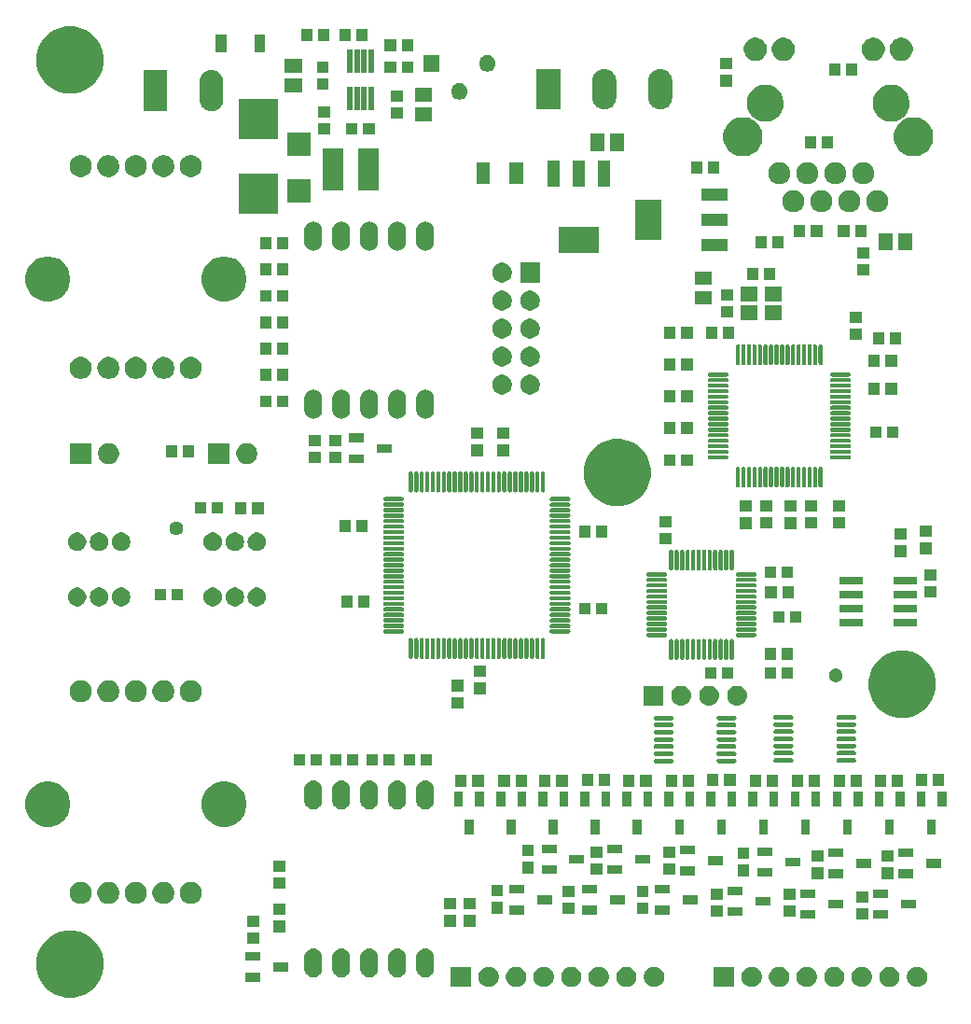
<source format=gbr>
%TF.GenerationSoftware,KiCad,Pcbnew,(5.1.4)-1*%
%TF.CreationDate,2019-11-01T19:47:46+08:00*%
%TF.ProjectId,AntennaSwitch_6x2,416e7465-6e6e-4615-9377-697463685f36,rev?*%
%TF.SameCoordinates,Original*%
%TF.FileFunction,Soldermask,Top*%
%TF.FilePolarity,Negative*%
%FSLAX46Y46*%
G04 Gerber Fmt 4.6, Leading zero omitted, Abs format (unit mm)*
G04 Created by KiCad (PCBNEW (5.1.4)-1) date 2019-11-01 19:47:46*
%MOMM*%
%LPD*%
G04 APERTURE LIST*
%ADD10C,0.350000*%
G04 APERTURE END LIST*
D10*
G36*
X54889944Y-133066248D02*
G01*
X55445191Y-133296239D01*
X55944900Y-133630134D01*
X56369866Y-134055100D01*
X56703761Y-134554809D01*
X56933752Y-135110056D01*
X57051000Y-135699503D01*
X57051000Y-136300497D01*
X56933752Y-136889944D01*
X56703761Y-137445191D01*
X56369866Y-137944900D01*
X55944900Y-138369866D01*
X55445191Y-138703761D01*
X54889944Y-138933752D01*
X54300497Y-139051000D01*
X53699503Y-139051000D01*
X53110056Y-138933752D01*
X52554809Y-138703761D01*
X52055100Y-138369866D01*
X51630134Y-137944900D01*
X51296239Y-137445191D01*
X51066248Y-136889944D01*
X50949000Y-136300497D01*
X50949000Y-135699503D01*
X51066248Y-135110056D01*
X51296239Y-134554809D01*
X51630134Y-134055100D01*
X52055100Y-133630134D01*
X52554809Y-133296239D01*
X53110056Y-133066248D01*
X53699503Y-132949000D01*
X54300497Y-132949000D01*
X54889944Y-133066248D01*
X54889944Y-133066248D01*
G37*
G36*
X107274104Y-136269585D02*
G01*
X107442626Y-136339389D01*
X107594291Y-136440728D01*
X107723272Y-136569709D01*
X107824611Y-136721374D01*
X107894415Y-136889896D01*
X107930000Y-137068797D01*
X107930000Y-137251203D01*
X107894415Y-137430104D01*
X107824611Y-137598626D01*
X107723272Y-137750291D01*
X107594291Y-137879272D01*
X107442626Y-137980611D01*
X107274104Y-138050415D01*
X107095203Y-138086000D01*
X106912797Y-138086000D01*
X106733896Y-138050415D01*
X106565374Y-137980611D01*
X106413709Y-137879272D01*
X106284728Y-137750291D01*
X106183389Y-137598626D01*
X106113585Y-137430104D01*
X106078000Y-137251203D01*
X106078000Y-137068797D01*
X106113585Y-136889896D01*
X106183389Y-136721374D01*
X106284728Y-136569709D01*
X106413709Y-136440728D01*
X106565374Y-136339389D01*
X106733896Y-136269585D01*
X106912797Y-136234000D01*
X107095203Y-136234000D01*
X107274104Y-136269585D01*
X107274104Y-136269585D01*
G37*
G36*
X114306000Y-138086000D02*
G01*
X112454000Y-138086000D01*
X112454000Y-136234000D01*
X114306000Y-136234000D01*
X114306000Y-138086000D01*
X114306000Y-138086000D01*
G37*
G36*
X116150104Y-136269585D02*
G01*
X116318626Y-136339389D01*
X116470291Y-136440728D01*
X116599272Y-136569709D01*
X116700611Y-136721374D01*
X116770415Y-136889896D01*
X116806000Y-137068797D01*
X116806000Y-137251203D01*
X116770415Y-137430104D01*
X116700611Y-137598626D01*
X116599272Y-137750291D01*
X116470291Y-137879272D01*
X116318626Y-137980611D01*
X116150104Y-138050415D01*
X115971203Y-138086000D01*
X115788797Y-138086000D01*
X115609896Y-138050415D01*
X115441374Y-137980611D01*
X115289709Y-137879272D01*
X115160728Y-137750291D01*
X115059389Y-137598626D01*
X114989585Y-137430104D01*
X114954000Y-137251203D01*
X114954000Y-137068797D01*
X114989585Y-136889896D01*
X115059389Y-136721374D01*
X115160728Y-136569709D01*
X115289709Y-136440728D01*
X115441374Y-136339389D01*
X115609896Y-136269585D01*
X115788797Y-136234000D01*
X115971203Y-136234000D01*
X116150104Y-136269585D01*
X116150104Y-136269585D01*
G37*
G36*
X118650104Y-136269585D02*
G01*
X118818626Y-136339389D01*
X118970291Y-136440728D01*
X119099272Y-136569709D01*
X119200611Y-136721374D01*
X119270415Y-136889896D01*
X119306000Y-137068797D01*
X119306000Y-137251203D01*
X119270415Y-137430104D01*
X119200611Y-137598626D01*
X119099272Y-137750291D01*
X118970291Y-137879272D01*
X118818626Y-137980611D01*
X118650104Y-138050415D01*
X118471203Y-138086000D01*
X118288797Y-138086000D01*
X118109896Y-138050415D01*
X117941374Y-137980611D01*
X117789709Y-137879272D01*
X117660728Y-137750291D01*
X117559389Y-137598626D01*
X117489585Y-137430104D01*
X117454000Y-137251203D01*
X117454000Y-137068797D01*
X117489585Y-136889896D01*
X117559389Y-136721374D01*
X117660728Y-136569709D01*
X117789709Y-136440728D01*
X117941374Y-136339389D01*
X118109896Y-136269585D01*
X118288797Y-136234000D01*
X118471203Y-136234000D01*
X118650104Y-136269585D01*
X118650104Y-136269585D01*
G37*
G36*
X121150104Y-136269585D02*
G01*
X121318626Y-136339389D01*
X121470291Y-136440728D01*
X121599272Y-136569709D01*
X121700611Y-136721374D01*
X121770415Y-136889896D01*
X121806000Y-137068797D01*
X121806000Y-137251203D01*
X121770415Y-137430104D01*
X121700611Y-137598626D01*
X121599272Y-137750291D01*
X121470291Y-137879272D01*
X121318626Y-137980611D01*
X121150104Y-138050415D01*
X120971203Y-138086000D01*
X120788797Y-138086000D01*
X120609896Y-138050415D01*
X120441374Y-137980611D01*
X120289709Y-137879272D01*
X120160728Y-137750291D01*
X120059389Y-137598626D01*
X119989585Y-137430104D01*
X119954000Y-137251203D01*
X119954000Y-137068797D01*
X119989585Y-136889896D01*
X120059389Y-136721374D01*
X120160728Y-136569709D01*
X120289709Y-136440728D01*
X120441374Y-136339389D01*
X120609896Y-136269585D01*
X120788797Y-136234000D01*
X120971203Y-136234000D01*
X121150104Y-136269585D01*
X121150104Y-136269585D01*
G37*
G36*
X123650104Y-136269585D02*
G01*
X123818626Y-136339389D01*
X123970291Y-136440728D01*
X124099272Y-136569709D01*
X124200611Y-136721374D01*
X124270415Y-136889896D01*
X124306000Y-137068797D01*
X124306000Y-137251203D01*
X124270415Y-137430104D01*
X124200611Y-137598626D01*
X124099272Y-137750291D01*
X123970291Y-137879272D01*
X123818626Y-137980611D01*
X123650104Y-138050415D01*
X123471203Y-138086000D01*
X123288797Y-138086000D01*
X123109896Y-138050415D01*
X122941374Y-137980611D01*
X122789709Y-137879272D01*
X122660728Y-137750291D01*
X122559389Y-137598626D01*
X122489585Y-137430104D01*
X122454000Y-137251203D01*
X122454000Y-137068797D01*
X122489585Y-136889896D01*
X122559389Y-136721374D01*
X122660728Y-136569709D01*
X122789709Y-136440728D01*
X122941374Y-136339389D01*
X123109896Y-136269585D01*
X123288797Y-136234000D01*
X123471203Y-136234000D01*
X123650104Y-136269585D01*
X123650104Y-136269585D01*
G37*
G36*
X126150104Y-136269585D02*
G01*
X126318626Y-136339389D01*
X126470291Y-136440728D01*
X126599272Y-136569709D01*
X126700611Y-136721374D01*
X126770415Y-136889896D01*
X126806000Y-137068797D01*
X126806000Y-137251203D01*
X126770415Y-137430104D01*
X126700611Y-137598626D01*
X126599272Y-137750291D01*
X126470291Y-137879272D01*
X126318626Y-137980611D01*
X126150104Y-138050415D01*
X125971203Y-138086000D01*
X125788797Y-138086000D01*
X125609896Y-138050415D01*
X125441374Y-137980611D01*
X125289709Y-137879272D01*
X125160728Y-137750291D01*
X125059389Y-137598626D01*
X124989585Y-137430104D01*
X124954000Y-137251203D01*
X124954000Y-137068797D01*
X124989585Y-136889896D01*
X125059389Y-136721374D01*
X125160728Y-136569709D01*
X125289709Y-136440728D01*
X125441374Y-136339389D01*
X125609896Y-136269585D01*
X125788797Y-136234000D01*
X125971203Y-136234000D01*
X126150104Y-136269585D01*
X126150104Y-136269585D01*
G37*
G36*
X128650104Y-136269585D02*
G01*
X128818626Y-136339389D01*
X128970291Y-136440728D01*
X129099272Y-136569709D01*
X129200611Y-136721374D01*
X129270415Y-136889896D01*
X129306000Y-137068797D01*
X129306000Y-137251203D01*
X129270415Y-137430104D01*
X129200611Y-137598626D01*
X129099272Y-137750291D01*
X128970291Y-137879272D01*
X128818626Y-137980611D01*
X128650104Y-138050415D01*
X128471203Y-138086000D01*
X128288797Y-138086000D01*
X128109896Y-138050415D01*
X127941374Y-137980611D01*
X127789709Y-137879272D01*
X127660728Y-137750291D01*
X127559389Y-137598626D01*
X127489585Y-137430104D01*
X127454000Y-137251203D01*
X127454000Y-137068797D01*
X127489585Y-136889896D01*
X127559389Y-136721374D01*
X127660728Y-136569709D01*
X127789709Y-136440728D01*
X127941374Y-136339389D01*
X128109896Y-136269585D01*
X128288797Y-136234000D01*
X128471203Y-136234000D01*
X128650104Y-136269585D01*
X128650104Y-136269585D01*
G37*
G36*
X92274104Y-136269585D02*
G01*
X92442626Y-136339389D01*
X92594291Y-136440728D01*
X92723272Y-136569709D01*
X92824611Y-136721374D01*
X92894415Y-136889896D01*
X92930000Y-137068797D01*
X92930000Y-137251203D01*
X92894415Y-137430104D01*
X92824611Y-137598626D01*
X92723272Y-137750291D01*
X92594291Y-137879272D01*
X92442626Y-137980611D01*
X92274104Y-138050415D01*
X92095203Y-138086000D01*
X91912797Y-138086000D01*
X91733896Y-138050415D01*
X91565374Y-137980611D01*
X91413709Y-137879272D01*
X91284728Y-137750291D01*
X91183389Y-137598626D01*
X91113585Y-137430104D01*
X91078000Y-137251203D01*
X91078000Y-137068797D01*
X91113585Y-136889896D01*
X91183389Y-136721374D01*
X91284728Y-136569709D01*
X91413709Y-136440728D01*
X91565374Y-136339389D01*
X91733896Y-136269585D01*
X91912797Y-136234000D01*
X92095203Y-136234000D01*
X92274104Y-136269585D01*
X92274104Y-136269585D01*
G37*
G36*
X90430000Y-138086000D02*
G01*
X88578000Y-138086000D01*
X88578000Y-136234000D01*
X90430000Y-136234000D01*
X90430000Y-138086000D01*
X90430000Y-138086000D01*
G37*
G36*
X131150104Y-136269585D02*
G01*
X131318626Y-136339389D01*
X131470291Y-136440728D01*
X131599272Y-136569709D01*
X131700611Y-136721374D01*
X131770415Y-136889896D01*
X131806000Y-137068797D01*
X131806000Y-137251203D01*
X131770415Y-137430104D01*
X131700611Y-137598626D01*
X131599272Y-137750291D01*
X131470291Y-137879272D01*
X131318626Y-137980611D01*
X131150104Y-138050415D01*
X130971203Y-138086000D01*
X130788797Y-138086000D01*
X130609896Y-138050415D01*
X130441374Y-137980611D01*
X130289709Y-137879272D01*
X130160728Y-137750291D01*
X130059389Y-137598626D01*
X129989585Y-137430104D01*
X129954000Y-137251203D01*
X129954000Y-137068797D01*
X129989585Y-136889896D01*
X130059389Y-136721374D01*
X130160728Y-136569709D01*
X130289709Y-136440728D01*
X130441374Y-136339389D01*
X130609896Y-136269585D01*
X130788797Y-136234000D01*
X130971203Y-136234000D01*
X131150104Y-136269585D01*
X131150104Y-136269585D01*
G37*
G36*
X104774104Y-136269585D02*
G01*
X104942626Y-136339389D01*
X105094291Y-136440728D01*
X105223272Y-136569709D01*
X105324611Y-136721374D01*
X105394415Y-136889896D01*
X105430000Y-137068797D01*
X105430000Y-137251203D01*
X105394415Y-137430104D01*
X105324611Y-137598626D01*
X105223272Y-137750291D01*
X105094291Y-137879272D01*
X104942626Y-137980611D01*
X104774104Y-138050415D01*
X104595203Y-138086000D01*
X104412797Y-138086000D01*
X104233896Y-138050415D01*
X104065374Y-137980611D01*
X103913709Y-137879272D01*
X103784728Y-137750291D01*
X103683389Y-137598626D01*
X103613585Y-137430104D01*
X103578000Y-137251203D01*
X103578000Y-137068797D01*
X103613585Y-136889896D01*
X103683389Y-136721374D01*
X103784728Y-136569709D01*
X103913709Y-136440728D01*
X104065374Y-136339389D01*
X104233896Y-136269585D01*
X104412797Y-136234000D01*
X104595203Y-136234000D01*
X104774104Y-136269585D01*
X104774104Y-136269585D01*
G37*
G36*
X102274104Y-136269585D02*
G01*
X102442626Y-136339389D01*
X102594291Y-136440728D01*
X102723272Y-136569709D01*
X102824611Y-136721374D01*
X102894415Y-136889896D01*
X102930000Y-137068797D01*
X102930000Y-137251203D01*
X102894415Y-137430104D01*
X102824611Y-137598626D01*
X102723272Y-137750291D01*
X102594291Y-137879272D01*
X102442626Y-137980611D01*
X102274104Y-138050415D01*
X102095203Y-138086000D01*
X101912797Y-138086000D01*
X101733896Y-138050415D01*
X101565374Y-137980611D01*
X101413709Y-137879272D01*
X101284728Y-137750291D01*
X101183389Y-137598626D01*
X101113585Y-137430104D01*
X101078000Y-137251203D01*
X101078000Y-137068797D01*
X101113585Y-136889896D01*
X101183389Y-136721374D01*
X101284728Y-136569709D01*
X101413709Y-136440728D01*
X101565374Y-136339389D01*
X101733896Y-136269585D01*
X101912797Y-136234000D01*
X102095203Y-136234000D01*
X102274104Y-136269585D01*
X102274104Y-136269585D01*
G37*
G36*
X97274104Y-136269585D02*
G01*
X97442626Y-136339389D01*
X97594291Y-136440728D01*
X97723272Y-136569709D01*
X97824611Y-136721374D01*
X97894415Y-136889896D01*
X97930000Y-137068797D01*
X97930000Y-137251203D01*
X97894415Y-137430104D01*
X97824611Y-137598626D01*
X97723272Y-137750291D01*
X97594291Y-137879272D01*
X97442626Y-137980611D01*
X97274104Y-138050415D01*
X97095203Y-138086000D01*
X96912797Y-138086000D01*
X96733896Y-138050415D01*
X96565374Y-137980611D01*
X96413709Y-137879272D01*
X96284728Y-137750291D01*
X96183389Y-137598626D01*
X96113585Y-137430104D01*
X96078000Y-137251203D01*
X96078000Y-137068797D01*
X96113585Y-136889896D01*
X96183389Y-136721374D01*
X96284728Y-136569709D01*
X96413709Y-136440728D01*
X96565374Y-136339389D01*
X96733896Y-136269585D01*
X96912797Y-136234000D01*
X97095203Y-136234000D01*
X97274104Y-136269585D01*
X97274104Y-136269585D01*
G37*
G36*
X99774104Y-136269585D02*
G01*
X99942626Y-136339389D01*
X100094291Y-136440728D01*
X100223272Y-136569709D01*
X100324611Y-136721374D01*
X100394415Y-136889896D01*
X100430000Y-137068797D01*
X100430000Y-137251203D01*
X100394415Y-137430104D01*
X100324611Y-137598626D01*
X100223272Y-137750291D01*
X100094291Y-137879272D01*
X99942626Y-137980611D01*
X99774104Y-138050415D01*
X99595203Y-138086000D01*
X99412797Y-138086000D01*
X99233896Y-138050415D01*
X99065374Y-137980611D01*
X98913709Y-137879272D01*
X98784728Y-137750291D01*
X98683389Y-137598626D01*
X98613585Y-137430104D01*
X98578000Y-137251203D01*
X98578000Y-137068797D01*
X98613585Y-136889896D01*
X98683389Y-136721374D01*
X98784728Y-136569709D01*
X98913709Y-136440728D01*
X99065374Y-136339389D01*
X99233896Y-136269585D01*
X99412797Y-136234000D01*
X99595203Y-136234000D01*
X99774104Y-136269585D01*
X99774104Y-136269585D01*
G37*
G36*
X94774104Y-136269585D02*
G01*
X94942626Y-136339389D01*
X95094291Y-136440728D01*
X95223272Y-136569709D01*
X95324611Y-136721374D01*
X95394415Y-136889896D01*
X95430000Y-137068797D01*
X95430000Y-137251203D01*
X95394415Y-137430104D01*
X95324611Y-137598626D01*
X95223272Y-137750291D01*
X95094291Y-137879272D01*
X94942626Y-137980611D01*
X94774104Y-138050415D01*
X94595203Y-138086000D01*
X94412797Y-138086000D01*
X94233896Y-138050415D01*
X94065374Y-137980611D01*
X93913709Y-137879272D01*
X93784728Y-137750291D01*
X93683389Y-137598626D01*
X93613585Y-137430104D01*
X93578000Y-137251203D01*
X93578000Y-137068797D01*
X93613585Y-136889896D01*
X93683389Y-136721374D01*
X93784728Y-136569709D01*
X93913709Y-136440728D01*
X94065374Y-136339389D01*
X94233896Y-136269585D01*
X94412797Y-136234000D01*
X94595203Y-136234000D01*
X94774104Y-136269585D01*
X94774104Y-136269585D01*
G37*
G36*
X71308000Y-137622000D02*
G01*
X69956000Y-137622000D01*
X69956000Y-136820000D01*
X71308000Y-136820000D01*
X71308000Y-137622000D01*
X71308000Y-137622000D01*
G37*
G36*
X86408375Y-134588764D02*
G01*
X86408378Y-134588765D01*
X86408379Y-134588765D01*
X86471662Y-134607962D01*
X86561626Y-134635252D01*
X86613139Y-134662786D01*
X86702861Y-134710743D01*
X86826659Y-134812341D01*
X86928257Y-134936138D01*
X86976214Y-135025860D01*
X87003748Y-135077373D01*
X87013662Y-135110056D01*
X87044639Y-135212171D01*
X87050236Y-135230624D01*
X87062000Y-135350067D01*
X87062000Y-136429933D01*
X87050236Y-136549376D01*
X87003748Y-136702627D01*
X86993727Y-136721374D01*
X86928257Y-136843862D01*
X86826659Y-136967659D01*
X86702862Y-137069257D01*
X86613140Y-137117214D01*
X86561627Y-137144748D01*
X86471663Y-137172038D01*
X86408380Y-137191235D01*
X86408379Y-137191235D01*
X86408376Y-137191236D01*
X86249000Y-137206933D01*
X86089625Y-137191236D01*
X86089622Y-137191235D01*
X86089621Y-137191235D01*
X86026338Y-137172038D01*
X85936374Y-137144748D01*
X85884861Y-137117214D01*
X85795139Y-137069257D01*
X85671342Y-136967659D01*
X85569744Y-136843862D01*
X85504274Y-136721374D01*
X85494253Y-136702627D01*
X85447765Y-136549376D01*
X85436001Y-136429933D01*
X85436000Y-135350068D01*
X85447764Y-135230625D01*
X85447766Y-135230620D01*
X85494252Y-135077375D01*
X85494252Y-135077374D01*
X85521786Y-135025861D01*
X85569743Y-134936139D01*
X85671341Y-134812341D01*
X85795138Y-134710743D01*
X85884860Y-134662786D01*
X85936373Y-134635252D01*
X86026337Y-134607962D01*
X86089620Y-134588765D01*
X86089621Y-134588765D01*
X86089624Y-134588764D01*
X86249000Y-134573067D01*
X86408375Y-134588764D01*
X86408375Y-134588764D01*
G37*
G36*
X83868375Y-134588764D02*
G01*
X83868378Y-134588765D01*
X83868379Y-134588765D01*
X83931662Y-134607962D01*
X84021626Y-134635252D01*
X84073139Y-134662786D01*
X84162861Y-134710743D01*
X84286659Y-134812341D01*
X84388257Y-134936138D01*
X84436214Y-135025860D01*
X84463748Y-135077373D01*
X84473662Y-135110056D01*
X84504639Y-135212171D01*
X84510236Y-135230624D01*
X84522000Y-135350067D01*
X84522000Y-136429933D01*
X84510236Y-136549376D01*
X84463748Y-136702627D01*
X84453727Y-136721374D01*
X84388257Y-136843862D01*
X84286659Y-136967659D01*
X84162862Y-137069257D01*
X84073140Y-137117214D01*
X84021627Y-137144748D01*
X83931663Y-137172038D01*
X83868380Y-137191235D01*
X83868379Y-137191235D01*
X83868376Y-137191236D01*
X83709000Y-137206933D01*
X83549625Y-137191236D01*
X83549622Y-137191235D01*
X83549621Y-137191235D01*
X83486338Y-137172038D01*
X83396374Y-137144748D01*
X83344861Y-137117214D01*
X83255139Y-137069257D01*
X83131342Y-136967659D01*
X83029744Y-136843862D01*
X82964274Y-136721374D01*
X82954253Y-136702627D01*
X82907765Y-136549376D01*
X82896001Y-136429933D01*
X82896000Y-135350068D01*
X82907764Y-135230625D01*
X82907766Y-135230620D01*
X82954252Y-135077375D01*
X82954252Y-135077374D01*
X82981786Y-135025861D01*
X83029743Y-134936139D01*
X83131341Y-134812341D01*
X83255138Y-134710743D01*
X83344860Y-134662786D01*
X83396373Y-134635252D01*
X83486337Y-134607962D01*
X83549620Y-134588765D01*
X83549621Y-134588765D01*
X83549624Y-134588764D01*
X83709000Y-134573067D01*
X83868375Y-134588764D01*
X83868375Y-134588764D01*
G37*
G36*
X81328375Y-134588764D02*
G01*
X81328378Y-134588765D01*
X81328379Y-134588765D01*
X81391662Y-134607962D01*
X81481626Y-134635252D01*
X81533139Y-134662786D01*
X81622861Y-134710743D01*
X81746659Y-134812341D01*
X81848257Y-134936138D01*
X81896214Y-135025860D01*
X81923748Y-135077373D01*
X81933662Y-135110056D01*
X81964639Y-135212171D01*
X81970236Y-135230624D01*
X81982000Y-135350067D01*
X81982000Y-136429933D01*
X81970236Y-136549376D01*
X81923748Y-136702627D01*
X81913727Y-136721374D01*
X81848257Y-136843862D01*
X81746659Y-136967659D01*
X81622862Y-137069257D01*
X81533140Y-137117214D01*
X81481627Y-137144748D01*
X81391663Y-137172038D01*
X81328380Y-137191235D01*
X81328379Y-137191235D01*
X81328376Y-137191236D01*
X81169000Y-137206933D01*
X81009625Y-137191236D01*
X81009622Y-137191235D01*
X81009621Y-137191235D01*
X80946338Y-137172038D01*
X80856374Y-137144748D01*
X80804861Y-137117214D01*
X80715139Y-137069257D01*
X80591342Y-136967659D01*
X80489744Y-136843862D01*
X80424274Y-136721374D01*
X80414253Y-136702627D01*
X80367765Y-136549376D01*
X80356001Y-136429933D01*
X80356000Y-135350068D01*
X80367764Y-135230625D01*
X80367766Y-135230620D01*
X80414252Y-135077375D01*
X80414252Y-135077374D01*
X80441786Y-135025861D01*
X80489743Y-134936139D01*
X80591341Y-134812341D01*
X80715138Y-134710743D01*
X80804860Y-134662786D01*
X80856373Y-134635252D01*
X80946337Y-134607962D01*
X81009620Y-134588765D01*
X81009621Y-134588765D01*
X81009624Y-134588764D01*
X81169000Y-134573067D01*
X81328375Y-134588764D01*
X81328375Y-134588764D01*
G37*
G36*
X78788375Y-134588764D02*
G01*
X78788378Y-134588765D01*
X78788379Y-134588765D01*
X78851662Y-134607962D01*
X78941626Y-134635252D01*
X78993139Y-134662786D01*
X79082861Y-134710743D01*
X79206659Y-134812341D01*
X79308257Y-134936138D01*
X79356214Y-135025860D01*
X79383748Y-135077373D01*
X79393662Y-135110056D01*
X79424639Y-135212171D01*
X79430236Y-135230624D01*
X79442000Y-135350067D01*
X79442000Y-136429933D01*
X79430236Y-136549376D01*
X79383748Y-136702627D01*
X79373727Y-136721374D01*
X79308257Y-136843862D01*
X79206659Y-136967659D01*
X79082862Y-137069257D01*
X78993140Y-137117214D01*
X78941627Y-137144748D01*
X78851663Y-137172038D01*
X78788380Y-137191235D01*
X78788379Y-137191235D01*
X78788376Y-137191236D01*
X78629000Y-137206933D01*
X78469625Y-137191236D01*
X78469622Y-137191235D01*
X78469621Y-137191235D01*
X78406338Y-137172038D01*
X78316374Y-137144748D01*
X78264861Y-137117214D01*
X78175139Y-137069257D01*
X78051342Y-136967659D01*
X77949744Y-136843862D01*
X77884274Y-136721374D01*
X77874253Y-136702627D01*
X77827765Y-136549376D01*
X77816001Y-136429933D01*
X77816000Y-135350068D01*
X77827764Y-135230625D01*
X77827766Y-135230620D01*
X77874252Y-135077375D01*
X77874252Y-135077374D01*
X77901786Y-135025861D01*
X77949743Y-134936139D01*
X78051341Y-134812341D01*
X78175138Y-134710743D01*
X78264860Y-134662786D01*
X78316373Y-134635252D01*
X78406337Y-134607962D01*
X78469620Y-134588765D01*
X78469621Y-134588765D01*
X78469624Y-134588764D01*
X78629000Y-134573067D01*
X78788375Y-134588764D01*
X78788375Y-134588764D01*
G37*
G36*
X76248375Y-134588764D02*
G01*
X76248378Y-134588765D01*
X76248379Y-134588765D01*
X76311662Y-134607962D01*
X76401626Y-134635252D01*
X76453139Y-134662786D01*
X76542861Y-134710743D01*
X76666659Y-134812341D01*
X76768257Y-134936138D01*
X76816214Y-135025860D01*
X76843748Y-135077373D01*
X76853662Y-135110056D01*
X76884639Y-135212171D01*
X76890236Y-135230624D01*
X76902000Y-135350067D01*
X76902000Y-136429933D01*
X76890236Y-136549376D01*
X76843748Y-136702627D01*
X76833727Y-136721374D01*
X76768257Y-136843862D01*
X76666659Y-136967659D01*
X76542862Y-137069257D01*
X76453140Y-137117214D01*
X76401627Y-137144748D01*
X76311663Y-137172038D01*
X76248380Y-137191235D01*
X76248379Y-137191235D01*
X76248376Y-137191236D01*
X76089000Y-137206933D01*
X75929625Y-137191236D01*
X75929622Y-137191235D01*
X75929621Y-137191235D01*
X75866338Y-137172038D01*
X75776374Y-137144748D01*
X75724861Y-137117214D01*
X75635139Y-137069257D01*
X75511342Y-136967659D01*
X75409744Y-136843862D01*
X75344274Y-136721374D01*
X75334253Y-136702627D01*
X75287765Y-136549376D01*
X75276001Y-136429933D01*
X75276000Y-135350068D01*
X75287764Y-135230625D01*
X75287766Y-135230620D01*
X75334252Y-135077375D01*
X75334252Y-135077374D01*
X75361786Y-135025861D01*
X75409743Y-134936139D01*
X75511341Y-134812341D01*
X75635138Y-134710743D01*
X75724860Y-134662786D01*
X75776373Y-134635252D01*
X75866337Y-134607962D01*
X75929620Y-134588765D01*
X75929621Y-134588765D01*
X75929624Y-134588764D01*
X76089000Y-134573067D01*
X76248375Y-134588764D01*
X76248375Y-134588764D01*
G37*
G36*
X73808000Y-136672000D02*
G01*
X72456000Y-136672000D01*
X72456000Y-135870000D01*
X73808000Y-135870000D01*
X73808000Y-136672000D01*
X73808000Y-136672000D01*
G37*
G36*
X71308000Y-135722000D02*
G01*
X69956000Y-135722000D01*
X69956000Y-134920000D01*
X71308000Y-134920000D01*
X71308000Y-135722000D01*
X71308000Y-135722000D01*
G37*
G36*
X71153000Y-134153000D02*
G01*
X70071000Y-134153000D01*
X70071000Y-133121000D01*
X71153000Y-133121000D01*
X71153000Y-134153000D01*
X71153000Y-134153000D01*
G37*
G36*
X73566000Y-133112000D02*
G01*
X72484000Y-133112000D01*
X72484000Y-132080000D01*
X73566000Y-132080000D01*
X73566000Y-133112000D01*
X73566000Y-133112000D01*
G37*
G36*
X71153000Y-132613000D02*
G01*
X70071000Y-132613000D01*
X70071000Y-131581000D01*
X71153000Y-131581000D01*
X71153000Y-132613000D01*
X71153000Y-132613000D01*
G37*
G36*
X90838000Y-132604000D02*
G01*
X89756000Y-132604000D01*
X89756000Y-131572000D01*
X90838000Y-131572000D01*
X90838000Y-132604000D01*
X90838000Y-132604000D01*
G37*
G36*
X89060000Y-132604000D02*
G01*
X87978000Y-132604000D01*
X87978000Y-131572000D01*
X89060000Y-131572000D01*
X89060000Y-132604000D01*
X89060000Y-132604000D01*
G37*
G36*
X126462000Y-131969000D02*
G01*
X125380000Y-131969000D01*
X125380000Y-130937000D01*
X126462000Y-130937000D01*
X126462000Y-131969000D01*
X126462000Y-131969000D01*
G37*
G36*
X121664000Y-131907000D02*
G01*
X120312000Y-131907000D01*
X120312000Y-131105000D01*
X121664000Y-131105000D01*
X121664000Y-131907000D01*
X121664000Y-131907000D01*
G37*
G36*
X128268000Y-131907000D02*
G01*
X126916000Y-131907000D01*
X126916000Y-131105000D01*
X128268000Y-131105000D01*
X128268000Y-131907000D01*
X128268000Y-131907000D01*
G37*
G36*
X119858000Y-131715000D02*
G01*
X118776000Y-131715000D01*
X118776000Y-130683000D01*
X119858000Y-130683000D01*
X119858000Y-131715000D01*
X119858000Y-131715000D01*
G37*
G36*
X113254000Y-131715000D02*
G01*
X112172000Y-131715000D01*
X112172000Y-130683000D01*
X113254000Y-130683000D01*
X113254000Y-131715000D01*
X113254000Y-131715000D01*
G37*
G36*
X115060000Y-131653000D02*
G01*
X113708000Y-131653000D01*
X113708000Y-130851000D01*
X115060000Y-130851000D01*
X115060000Y-131653000D01*
X115060000Y-131653000D01*
G37*
G36*
X73566000Y-131572000D02*
G01*
X72484000Y-131572000D01*
X72484000Y-130540000D01*
X73566000Y-130540000D01*
X73566000Y-131572000D01*
X73566000Y-131572000D01*
G37*
G36*
X108456000Y-131526000D02*
G01*
X107104000Y-131526000D01*
X107104000Y-130724000D01*
X108456000Y-130724000D01*
X108456000Y-131526000D01*
X108456000Y-131526000D01*
G37*
G36*
X95248000Y-131526000D02*
G01*
X93896000Y-131526000D01*
X93896000Y-130724000D01*
X95248000Y-130724000D01*
X95248000Y-131526000D01*
X95248000Y-131526000D01*
G37*
G36*
X101852000Y-131526000D02*
G01*
X100500000Y-131526000D01*
X100500000Y-130724000D01*
X101852000Y-130724000D01*
X101852000Y-131526000D01*
X101852000Y-131526000D01*
G37*
G36*
X99792000Y-131461000D02*
G01*
X98710000Y-131461000D01*
X98710000Y-130429000D01*
X99792000Y-130429000D01*
X99792000Y-131461000D01*
X99792000Y-131461000D01*
G37*
G36*
X106523000Y-131453000D02*
G01*
X105441000Y-131453000D01*
X105441000Y-130421000D01*
X106523000Y-130421000D01*
X106523000Y-131453000D01*
X106523000Y-131453000D01*
G37*
G36*
X93315000Y-131413000D02*
G01*
X92233000Y-131413000D01*
X92233000Y-130381000D01*
X93315000Y-130381000D01*
X93315000Y-131413000D01*
X93315000Y-131413000D01*
G37*
G36*
X89060000Y-131064000D02*
G01*
X87978000Y-131064000D01*
X87978000Y-130032000D01*
X89060000Y-130032000D01*
X89060000Y-131064000D01*
X89060000Y-131064000D01*
G37*
G36*
X90838000Y-131064000D02*
G01*
X89756000Y-131064000D01*
X89756000Y-130032000D01*
X90838000Y-130032000D01*
X90838000Y-131064000D01*
X90838000Y-131064000D01*
G37*
G36*
X124164000Y-130957000D02*
G01*
X122812000Y-130957000D01*
X122812000Y-130155000D01*
X124164000Y-130155000D01*
X124164000Y-130957000D01*
X124164000Y-130957000D01*
G37*
G36*
X130768000Y-130957000D02*
G01*
X129416000Y-130957000D01*
X129416000Y-130155000D01*
X130768000Y-130155000D01*
X130768000Y-130957000D01*
X130768000Y-130957000D01*
G37*
G36*
X117560000Y-130703000D02*
G01*
X116208000Y-130703000D01*
X116208000Y-129901000D01*
X117560000Y-129901000D01*
X117560000Y-130703000D01*
X117560000Y-130703000D01*
G37*
G36*
X104352000Y-130576000D02*
G01*
X103000000Y-130576000D01*
X103000000Y-129774000D01*
X104352000Y-129774000D01*
X104352000Y-130576000D01*
X104352000Y-130576000D01*
G37*
G36*
X97748000Y-130576000D02*
G01*
X96396000Y-130576000D01*
X96396000Y-129774000D01*
X97748000Y-129774000D01*
X97748000Y-130576000D01*
X97748000Y-130576000D01*
G37*
G36*
X110956000Y-130576000D02*
G01*
X109604000Y-130576000D01*
X109604000Y-129774000D01*
X110956000Y-129774000D01*
X110956000Y-130576000D01*
X110956000Y-130576000D01*
G37*
G36*
X55267981Y-128583468D02*
G01*
X55450152Y-128658925D01*
X55614101Y-128768473D01*
X55753527Y-128907899D01*
X55863075Y-129071848D01*
X55938532Y-129254019D01*
X55977000Y-129447411D01*
X55977000Y-129644589D01*
X55938532Y-129837981D01*
X55863075Y-130020152D01*
X55753527Y-130184101D01*
X55614101Y-130323527D01*
X55450152Y-130433075D01*
X55267981Y-130508532D01*
X55074590Y-130547000D01*
X54877410Y-130547000D01*
X54684019Y-130508532D01*
X54501848Y-130433075D01*
X54337899Y-130323527D01*
X54198473Y-130184101D01*
X54088925Y-130020152D01*
X54013468Y-129837981D01*
X53975000Y-129644589D01*
X53975000Y-129447411D01*
X54013468Y-129254019D01*
X54088925Y-129071848D01*
X54198473Y-128907899D01*
X54337899Y-128768473D01*
X54501848Y-128658925D01*
X54684019Y-128583468D01*
X54877410Y-128545000D01*
X55074590Y-128545000D01*
X55267981Y-128583468D01*
X55267981Y-128583468D01*
G37*
G36*
X57767981Y-128583468D02*
G01*
X57950152Y-128658925D01*
X58114101Y-128768473D01*
X58253527Y-128907899D01*
X58363075Y-129071848D01*
X58438532Y-129254019D01*
X58477000Y-129447411D01*
X58477000Y-129644589D01*
X58438532Y-129837981D01*
X58363075Y-130020152D01*
X58253527Y-130184101D01*
X58114101Y-130323527D01*
X57950152Y-130433075D01*
X57767981Y-130508532D01*
X57574590Y-130547000D01*
X57377410Y-130547000D01*
X57184019Y-130508532D01*
X57001848Y-130433075D01*
X56837899Y-130323527D01*
X56698473Y-130184101D01*
X56588925Y-130020152D01*
X56513468Y-129837981D01*
X56475000Y-129644589D01*
X56475000Y-129447411D01*
X56513468Y-129254019D01*
X56588925Y-129071848D01*
X56698473Y-128907899D01*
X56837899Y-128768473D01*
X57001848Y-128658925D01*
X57184019Y-128583468D01*
X57377410Y-128545000D01*
X57574590Y-128545000D01*
X57767981Y-128583468D01*
X57767981Y-128583468D01*
G37*
G36*
X60267981Y-128583468D02*
G01*
X60450152Y-128658925D01*
X60614101Y-128768473D01*
X60753527Y-128907899D01*
X60863075Y-129071848D01*
X60938532Y-129254019D01*
X60977000Y-129447411D01*
X60977000Y-129644589D01*
X60938532Y-129837981D01*
X60863075Y-130020152D01*
X60753527Y-130184101D01*
X60614101Y-130323527D01*
X60450152Y-130433075D01*
X60267981Y-130508532D01*
X60074590Y-130547000D01*
X59877410Y-130547000D01*
X59684019Y-130508532D01*
X59501848Y-130433075D01*
X59337899Y-130323527D01*
X59198473Y-130184101D01*
X59088925Y-130020152D01*
X59013468Y-129837981D01*
X58975000Y-129644589D01*
X58975000Y-129447411D01*
X59013468Y-129254019D01*
X59088925Y-129071848D01*
X59198473Y-128907899D01*
X59337899Y-128768473D01*
X59501848Y-128658925D01*
X59684019Y-128583468D01*
X59877410Y-128545000D01*
X60074590Y-128545000D01*
X60267981Y-128583468D01*
X60267981Y-128583468D01*
G37*
G36*
X62767981Y-128583468D02*
G01*
X62950152Y-128658925D01*
X63114101Y-128768473D01*
X63253527Y-128907899D01*
X63363075Y-129071848D01*
X63438532Y-129254019D01*
X63477000Y-129447411D01*
X63477000Y-129644589D01*
X63438532Y-129837981D01*
X63363075Y-130020152D01*
X63253527Y-130184101D01*
X63114101Y-130323527D01*
X62950152Y-130433075D01*
X62767981Y-130508532D01*
X62574590Y-130547000D01*
X62377410Y-130547000D01*
X62184019Y-130508532D01*
X62001848Y-130433075D01*
X61837899Y-130323527D01*
X61698473Y-130184101D01*
X61588925Y-130020152D01*
X61513468Y-129837981D01*
X61475000Y-129644589D01*
X61475000Y-129447411D01*
X61513468Y-129254019D01*
X61588925Y-129071848D01*
X61698473Y-128907899D01*
X61837899Y-128768473D01*
X62001848Y-128658925D01*
X62184019Y-128583468D01*
X62377410Y-128545000D01*
X62574590Y-128545000D01*
X62767981Y-128583468D01*
X62767981Y-128583468D01*
G37*
G36*
X65267981Y-128583468D02*
G01*
X65450152Y-128658925D01*
X65614101Y-128768473D01*
X65753527Y-128907899D01*
X65863075Y-129071848D01*
X65938532Y-129254019D01*
X65977000Y-129447411D01*
X65977000Y-129644589D01*
X65938532Y-129837981D01*
X65863075Y-130020152D01*
X65753527Y-130184101D01*
X65614101Y-130323527D01*
X65450152Y-130433075D01*
X65267981Y-130508532D01*
X65074590Y-130547000D01*
X64877410Y-130547000D01*
X64684019Y-130508532D01*
X64501848Y-130433075D01*
X64337899Y-130323527D01*
X64198473Y-130184101D01*
X64088925Y-130020152D01*
X64013468Y-129837981D01*
X63975000Y-129644589D01*
X63975000Y-129447411D01*
X64013468Y-129254019D01*
X64088925Y-129071848D01*
X64198473Y-128907899D01*
X64337899Y-128768473D01*
X64501848Y-128658925D01*
X64684019Y-128583468D01*
X64877410Y-128545000D01*
X65074590Y-128545000D01*
X65267981Y-128583468D01*
X65267981Y-128583468D01*
G37*
G36*
X126462000Y-130429000D02*
G01*
X125380000Y-130429000D01*
X125380000Y-129397000D01*
X126462000Y-129397000D01*
X126462000Y-130429000D01*
X126462000Y-130429000D01*
G37*
G36*
X119858000Y-130175000D02*
G01*
X118776000Y-130175000D01*
X118776000Y-129143000D01*
X119858000Y-129143000D01*
X119858000Y-130175000D01*
X119858000Y-130175000D01*
G37*
G36*
X113254000Y-130175000D02*
G01*
X112172000Y-130175000D01*
X112172000Y-129143000D01*
X113254000Y-129143000D01*
X113254000Y-130175000D01*
X113254000Y-130175000D01*
G37*
G36*
X121664000Y-130007000D02*
G01*
X120312000Y-130007000D01*
X120312000Y-129205000D01*
X121664000Y-129205000D01*
X121664000Y-130007000D01*
X121664000Y-130007000D01*
G37*
G36*
X128268000Y-130007000D02*
G01*
X126916000Y-130007000D01*
X126916000Y-129205000D01*
X128268000Y-129205000D01*
X128268000Y-130007000D01*
X128268000Y-130007000D01*
G37*
G36*
X99792000Y-129921000D02*
G01*
X98710000Y-129921000D01*
X98710000Y-128889000D01*
X99792000Y-128889000D01*
X99792000Y-129921000D01*
X99792000Y-129921000D01*
G37*
G36*
X106523000Y-129913000D02*
G01*
X105441000Y-129913000D01*
X105441000Y-128881000D01*
X106523000Y-128881000D01*
X106523000Y-129913000D01*
X106523000Y-129913000D01*
G37*
G36*
X93315000Y-129873000D02*
G01*
X92233000Y-129873000D01*
X92233000Y-128841000D01*
X93315000Y-128841000D01*
X93315000Y-129873000D01*
X93315000Y-129873000D01*
G37*
G36*
X115060000Y-129753000D02*
G01*
X113708000Y-129753000D01*
X113708000Y-128951000D01*
X115060000Y-128951000D01*
X115060000Y-129753000D01*
X115060000Y-129753000D01*
G37*
G36*
X95248000Y-129626000D02*
G01*
X93896000Y-129626000D01*
X93896000Y-128824000D01*
X95248000Y-128824000D01*
X95248000Y-129626000D01*
X95248000Y-129626000D01*
G37*
G36*
X108456000Y-129626000D02*
G01*
X107104000Y-129626000D01*
X107104000Y-128824000D01*
X108456000Y-128824000D01*
X108456000Y-129626000D01*
X108456000Y-129626000D01*
G37*
G36*
X101852000Y-129626000D02*
G01*
X100500000Y-129626000D01*
X100500000Y-128824000D01*
X101852000Y-128824000D01*
X101852000Y-129626000D01*
X101852000Y-129626000D01*
G37*
G36*
X73566000Y-129175000D02*
G01*
X72484000Y-129175000D01*
X72484000Y-128143000D01*
X73566000Y-128143000D01*
X73566000Y-129175000D01*
X73566000Y-129175000D01*
G37*
G36*
X122398000Y-128286000D02*
G01*
X121316000Y-128286000D01*
X121316000Y-127254000D01*
X122398000Y-127254000D01*
X122398000Y-128286000D01*
X122398000Y-128286000D01*
G37*
G36*
X128748000Y-128286000D02*
G01*
X127666000Y-128286000D01*
X127666000Y-127254000D01*
X128748000Y-127254000D01*
X128748000Y-128286000D01*
X128748000Y-128286000D01*
G37*
G36*
X130554000Y-128224000D02*
G01*
X129202000Y-128224000D01*
X129202000Y-127422000D01*
X130554000Y-127422000D01*
X130554000Y-128224000D01*
X130554000Y-128224000D01*
G37*
G36*
X124204000Y-128224000D02*
G01*
X122852000Y-128224000D01*
X122852000Y-127422000D01*
X124204000Y-127422000D01*
X124204000Y-128224000D01*
X124204000Y-128224000D01*
G37*
G36*
X117790000Y-128097000D02*
G01*
X116438000Y-128097000D01*
X116438000Y-127295000D01*
X117790000Y-127295000D01*
X117790000Y-128097000D01*
X117790000Y-128097000D01*
G37*
G36*
X115667000Y-128032000D02*
G01*
X114585000Y-128032000D01*
X114585000Y-127000000D01*
X115667000Y-127000000D01*
X115667000Y-128032000D01*
X115667000Y-128032000D01*
G37*
G36*
X110742000Y-127970000D02*
G01*
X109390000Y-127970000D01*
X109390000Y-127168000D01*
X110742000Y-127168000D01*
X110742000Y-127970000D01*
X110742000Y-127970000D01*
G37*
G36*
X102332000Y-127905000D02*
G01*
X101250000Y-127905000D01*
X101250000Y-126873000D01*
X102332000Y-126873000D01*
X102332000Y-127905000D01*
X102332000Y-127905000D01*
G37*
G36*
X108936000Y-127905000D02*
G01*
X107854000Y-127905000D01*
X107854000Y-126873000D01*
X108936000Y-126873000D01*
X108936000Y-127905000D01*
X108936000Y-127905000D01*
G37*
G36*
X104138000Y-127843000D02*
G01*
X102786000Y-127843000D01*
X102786000Y-127041000D01*
X104138000Y-127041000D01*
X104138000Y-127843000D01*
X104138000Y-127843000D01*
G37*
G36*
X98169000Y-127843000D02*
G01*
X96817000Y-127843000D01*
X96817000Y-127041000D01*
X98169000Y-127041000D01*
X98169000Y-127843000D01*
X98169000Y-127843000D01*
G37*
G36*
X96109000Y-127778000D02*
G01*
X95027000Y-127778000D01*
X95027000Y-126746000D01*
X96109000Y-126746000D01*
X96109000Y-127778000D01*
X96109000Y-127778000D01*
G37*
G36*
X73566000Y-127635000D02*
G01*
X72484000Y-127635000D01*
X72484000Y-126603000D01*
X73566000Y-126603000D01*
X73566000Y-127635000D01*
X73566000Y-127635000D01*
G37*
G36*
X126704000Y-127274000D02*
G01*
X125352000Y-127274000D01*
X125352000Y-126472000D01*
X126704000Y-126472000D01*
X126704000Y-127274000D01*
X126704000Y-127274000D01*
G37*
G36*
X133054000Y-127274000D02*
G01*
X131702000Y-127274000D01*
X131702000Y-126472000D01*
X133054000Y-126472000D01*
X133054000Y-127274000D01*
X133054000Y-127274000D01*
G37*
G36*
X120290000Y-127147000D02*
G01*
X118938000Y-127147000D01*
X118938000Y-126345000D01*
X120290000Y-126345000D01*
X120290000Y-127147000D01*
X120290000Y-127147000D01*
G37*
G36*
X113242000Y-127020000D02*
G01*
X111890000Y-127020000D01*
X111890000Y-126218000D01*
X113242000Y-126218000D01*
X113242000Y-127020000D01*
X113242000Y-127020000D01*
G37*
G36*
X100669000Y-126893000D02*
G01*
X99317000Y-126893000D01*
X99317000Y-126091000D01*
X100669000Y-126091000D01*
X100669000Y-126893000D01*
X100669000Y-126893000D01*
G37*
G36*
X106638000Y-126893000D02*
G01*
X105286000Y-126893000D01*
X105286000Y-126091000D01*
X106638000Y-126091000D01*
X106638000Y-126893000D01*
X106638000Y-126893000D01*
G37*
G36*
X128748000Y-126746000D02*
G01*
X127666000Y-126746000D01*
X127666000Y-125714000D01*
X128748000Y-125714000D01*
X128748000Y-126746000D01*
X128748000Y-126746000D01*
G37*
G36*
X122398000Y-126746000D02*
G01*
X121316000Y-126746000D01*
X121316000Y-125714000D01*
X122398000Y-125714000D01*
X122398000Y-126746000D01*
X122398000Y-126746000D01*
G37*
G36*
X115667000Y-126492000D02*
G01*
X114585000Y-126492000D01*
X114585000Y-125460000D01*
X115667000Y-125460000D01*
X115667000Y-126492000D01*
X115667000Y-126492000D01*
G37*
G36*
X108936000Y-126365000D02*
G01*
X107854000Y-126365000D01*
X107854000Y-125333000D01*
X108936000Y-125333000D01*
X108936000Y-126365000D01*
X108936000Y-126365000D01*
G37*
G36*
X102332000Y-126365000D02*
G01*
X101250000Y-126365000D01*
X101250000Y-125333000D01*
X102332000Y-125333000D01*
X102332000Y-126365000D01*
X102332000Y-126365000D01*
G37*
G36*
X130554000Y-126324000D02*
G01*
X129202000Y-126324000D01*
X129202000Y-125522000D01*
X130554000Y-125522000D01*
X130554000Y-126324000D01*
X130554000Y-126324000D01*
G37*
G36*
X124204000Y-126324000D02*
G01*
X122852000Y-126324000D01*
X122852000Y-125522000D01*
X124204000Y-125522000D01*
X124204000Y-126324000D01*
X124204000Y-126324000D01*
G37*
G36*
X96109000Y-126238000D02*
G01*
X95027000Y-126238000D01*
X95027000Y-125206000D01*
X96109000Y-125206000D01*
X96109000Y-126238000D01*
X96109000Y-126238000D01*
G37*
G36*
X117790000Y-126197000D02*
G01*
X116438000Y-126197000D01*
X116438000Y-125395000D01*
X117790000Y-125395000D01*
X117790000Y-126197000D01*
X117790000Y-126197000D01*
G37*
G36*
X110742000Y-126070000D02*
G01*
X109390000Y-126070000D01*
X109390000Y-125268000D01*
X110742000Y-125268000D01*
X110742000Y-126070000D01*
X110742000Y-126070000D01*
G37*
G36*
X104138000Y-125943000D02*
G01*
X102786000Y-125943000D01*
X102786000Y-125141000D01*
X104138000Y-125141000D01*
X104138000Y-125943000D01*
X104138000Y-125943000D01*
G37*
G36*
X98169000Y-125943000D02*
G01*
X96817000Y-125943000D01*
X96817000Y-125141000D01*
X98169000Y-125141000D01*
X98169000Y-125943000D01*
X98169000Y-125943000D01*
G37*
G36*
X132608000Y-124227000D02*
G01*
X131806000Y-124227000D01*
X131806000Y-122875000D01*
X132608000Y-122875000D01*
X132608000Y-124227000D01*
X132608000Y-124227000D01*
G37*
G36*
X90635000Y-124227000D02*
G01*
X89833000Y-124227000D01*
X89833000Y-122875000D01*
X90635000Y-122875000D01*
X90635000Y-124227000D01*
X90635000Y-124227000D01*
G37*
G36*
X94450700Y-124227000D02*
G01*
X93648700Y-124227000D01*
X93648700Y-122875000D01*
X94450700Y-122875000D01*
X94450700Y-124227000D01*
X94450700Y-124227000D01*
G37*
G36*
X98266500Y-124227000D02*
G01*
X97464500Y-124227000D01*
X97464500Y-122875000D01*
X98266500Y-122875000D01*
X98266500Y-124227000D01*
X98266500Y-124227000D01*
G37*
G36*
X128792000Y-124227000D02*
G01*
X127990000Y-124227000D01*
X127990000Y-122875000D01*
X128792000Y-122875000D01*
X128792000Y-124227000D01*
X128792000Y-124227000D01*
G37*
G36*
X124977000Y-124227000D02*
G01*
X124175000Y-124227000D01*
X124175000Y-122875000D01*
X124977000Y-122875000D01*
X124977000Y-124227000D01*
X124977000Y-124227000D01*
G37*
G36*
X117345000Y-124227000D02*
G01*
X116543000Y-124227000D01*
X116543000Y-122875000D01*
X117345000Y-122875000D01*
X117345000Y-124227000D01*
X117345000Y-124227000D01*
G37*
G36*
X102082000Y-124227000D02*
G01*
X101280000Y-124227000D01*
X101280000Y-122875000D01*
X102082000Y-122875000D01*
X102082000Y-124227000D01*
X102082000Y-124227000D01*
G37*
G36*
X113529000Y-124227000D02*
G01*
X112727000Y-124227000D01*
X112727000Y-122875000D01*
X113529000Y-122875000D01*
X113529000Y-124227000D01*
X113529000Y-124227000D01*
G37*
G36*
X109714000Y-124227000D02*
G01*
X108912000Y-124227000D01*
X108912000Y-122875000D01*
X109714000Y-122875000D01*
X109714000Y-124227000D01*
X109714000Y-124227000D01*
G37*
G36*
X105898000Y-124227000D02*
G01*
X105096000Y-124227000D01*
X105096000Y-122875000D01*
X105898000Y-122875000D01*
X105898000Y-124227000D01*
X105898000Y-124227000D01*
G37*
G36*
X121161000Y-124227000D02*
G01*
X120359000Y-124227000D01*
X120359000Y-122875000D01*
X121161000Y-122875000D01*
X121161000Y-124227000D01*
X121161000Y-124227000D01*
G37*
G36*
X68574255Y-119523819D02*
G01*
X68947513Y-119678427D01*
X69283436Y-119902884D01*
X69569116Y-120188564D01*
X69793573Y-120524487D01*
X69948181Y-120897745D01*
X70027000Y-121293994D01*
X70027000Y-121698006D01*
X69948181Y-122094255D01*
X69793573Y-122467513D01*
X69569116Y-122803436D01*
X69283436Y-123089116D01*
X68947513Y-123313573D01*
X68574255Y-123468181D01*
X68178006Y-123547000D01*
X67773994Y-123547000D01*
X67377745Y-123468181D01*
X67004487Y-123313573D01*
X66668564Y-123089116D01*
X66382884Y-122803436D01*
X66158427Y-122467513D01*
X66003819Y-122094255D01*
X65925000Y-121698006D01*
X65925000Y-121293994D01*
X66003819Y-120897745D01*
X66158427Y-120524487D01*
X66382884Y-120188564D01*
X66668564Y-119902884D01*
X67004487Y-119678427D01*
X67377745Y-119523819D01*
X67773994Y-119445000D01*
X68178006Y-119445000D01*
X68574255Y-119523819D01*
X68574255Y-119523819D01*
G37*
G36*
X52574255Y-119523819D02*
G01*
X52947513Y-119678427D01*
X53283436Y-119902884D01*
X53569116Y-120188564D01*
X53793573Y-120524487D01*
X53948181Y-120897745D01*
X54027000Y-121293994D01*
X54027000Y-121698006D01*
X53948181Y-122094255D01*
X53793573Y-122467513D01*
X53569116Y-122803436D01*
X53283436Y-123089116D01*
X52947513Y-123313573D01*
X52574255Y-123468181D01*
X52178006Y-123547000D01*
X51773994Y-123547000D01*
X51377745Y-123468181D01*
X51004487Y-123313573D01*
X50668564Y-123089116D01*
X50382884Y-122803436D01*
X50158427Y-122467513D01*
X50003819Y-122094255D01*
X49925000Y-121698006D01*
X49925000Y-121293994D01*
X50003819Y-120897745D01*
X50158427Y-120524487D01*
X50382884Y-120188564D01*
X50668564Y-119902884D01*
X51004487Y-119678427D01*
X51377745Y-119523819D01*
X51773994Y-119445000D01*
X52178006Y-119445000D01*
X52574255Y-119523819D01*
X52574255Y-119523819D01*
G37*
G36*
X86408375Y-119348764D02*
G01*
X86408378Y-119348765D01*
X86408379Y-119348765D01*
X86471662Y-119367962D01*
X86561626Y-119395252D01*
X86613139Y-119422786D01*
X86702861Y-119470743D01*
X86826659Y-119572341D01*
X86928257Y-119696138D01*
X86976214Y-119785860D01*
X87003748Y-119837373D01*
X87050236Y-119990624D01*
X87062000Y-120110067D01*
X87062000Y-121189933D01*
X87050236Y-121309376D01*
X87003748Y-121462627D01*
X86976214Y-121514140D01*
X86928257Y-121603862D01*
X86826659Y-121727659D01*
X86702862Y-121829257D01*
X86613140Y-121877214D01*
X86561627Y-121904748D01*
X86471663Y-121932038D01*
X86408380Y-121951235D01*
X86408379Y-121951235D01*
X86408376Y-121951236D01*
X86249000Y-121966933D01*
X86089625Y-121951236D01*
X86089622Y-121951235D01*
X86089621Y-121951235D01*
X86026338Y-121932038D01*
X85936374Y-121904748D01*
X85884861Y-121877214D01*
X85795139Y-121829257D01*
X85671342Y-121727659D01*
X85569744Y-121603862D01*
X85521787Y-121514140D01*
X85494253Y-121462627D01*
X85447765Y-121309376D01*
X85436001Y-121189933D01*
X85436000Y-120110068D01*
X85447764Y-119990625D01*
X85447766Y-119990620D01*
X85494252Y-119837375D01*
X85494252Y-119837374D01*
X85521786Y-119785861D01*
X85569743Y-119696139D01*
X85671341Y-119572341D01*
X85795138Y-119470743D01*
X85884860Y-119422786D01*
X85936373Y-119395252D01*
X86026337Y-119367962D01*
X86089620Y-119348765D01*
X86089621Y-119348765D01*
X86089624Y-119348764D01*
X86249000Y-119333067D01*
X86408375Y-119348764D01*
X86408375Y-119348764D01*
G37*
G36*
X83868375Y-119348764D02*
G01*
X83868378Y-119348765D01*
X83868379Y-119348765D01*
X83931662Y-119367962D01*
X84021626Y-119395252D01*
X84073139Y-119422786D01*
X84162861Y-119470743D01*
X84286659Y-119572341D01*
X84388257Y-119696138D01*
X84436214Y-119785860D01*
X84463748Y-119837373D01*
X84510236Y-119990624D01*
X84522000Y-120110067D01*
X84522000Y-121189933D01*
X84510236Y-121309376D01*
X84463748Y-121462627D01*
X84436214Y-121514140D01*
X84388257Y-121603862D01*
X84286659Y-121727659D01*
X84162862Y-121829257D01*
X84073140Y-121877214D01*
X84021627Y-121904748D01*
X83931663Y-121932038D01*
X83868380Y-121951235D01*
X83868379Y-121951235D01*
X83868376Y-121951236D01*
X83709000Y-121966933D01*
X83549625Y-121951236D01*
X83549622Y-121951235D01*
X83549621Y-121951235D01*
X83486338Y-121932038D01*
X83396374Y-121904748D01*
X83344861Y-121877214D01*
X83255139Y-121829257D01*
X83131342Y-121727659D01*
X83029744Y-121603862D01*
X82981787Y-121514140D01*
X82954253Y-121462627D01*
X82907765Y-121309376D01*
X82896001Y-121189933D01*
X82896000Y-120110068D01*
X82907764Y-119990625D01*
X82907766Y-119990620D01*
X82954252Y-119837375D01*
X82954252Y-119837374D01*
X82981786Y-119785861D01*
X83029743Y-119696139D01*
X83131341Y-119572341D01*
X83255138Y-119470743D01*
X83344860Y-119422786D01*
X83396373Y-119395252D01*
X83486337Y-119367962D01*
X83549620Y-119348765D01*
X83549621Y-119348765D01*
X83549624Y-119348764D01*
X83709000Y-119333067D01*
X83868375Y-119348764D01*
X83868375Y-119348764D01*
G37*
G36*
X81328375Y-119348764D02*
G01*
X81328378Y-119348765D01*
X81328379Y-119348765D01*
X81391662Y-119367962D01*
X81481626Y-119395252D01*
X81533139Y-119422786D01*
X81622861Y-119470743D01*
X81746659Y-119572341D01*
X81848257Y-119696138D01*
X81896214Y-119785860D01*
X81923748Y-119837373D01*
X81970236Y-119990624D01*
X81982000Y-120110067D01*
X81982000Y-121189933D01*
X81970236Y-121309376D01*
X81923748Y-121462627D01*
X81896214Y-121514140D01*
X81848257Y-121603862D01*
X81746659Y-121727659D01*
X81622862Y-121829257D01*
X81533140Y-121877214D01*
X81481627Y-121904748D01*
X81391663Y-121932038D01*
X81328380Y-121951235D01*
X81328379Y-121951235D01*
X81328376Y-121951236D01*
X81169000Y-121966933D01*
X81009625Y-121951236D01*
X81009622Y-121951235D01*
X81009621Y-121951235D01*
X80946338Y-121932038D01*
X80856374Y-121904748D01*
X80804861Y-121877214D01*
X80715139Y-121829257D01*
X80591342Y-121727659D01*
X80489744Y-121603862D01*
X80441787Y-121514140D01*
X80414253Y-121462627D01*
X80367765Y-121309376D01*
X80356001Y-121189933D01*
X80356000Y-120110068D01*
X80367764Y-119990625D01*
X80367766Y-119990620D01*
X80414252Y-119837375D01*
X80414252Y-119837374D01*
X80441786Y-119785861D01*
X80489743Y-119696139D01*
X80591341Y-119572341D01*
X80715138Y-119470743D01*
X80804860Y-119422786D01*
X80856373Y-119395252D01*
X80946337Y-119367962D01*
X81009620Y-119348765D01*
X81009621Y-119348765D01*
X81009624Y-119348764D01*
X81169000Y-119333067D01*
X81328375Y-119348764D01*
X81328375Y-119348764D01*
G37*
G36*
X78788375Y-119348764D02*
G01*
X78788378Y-119348765D01*
X78788379Y-119348765D01*
X78851662Y-119367962D01*
X78941626Y-119395252D01*
X78993139Y-119422786D01*
X79082861Y-119470743D01*
X79206659Y-119572341D01*
X79308257Y-119696138D01*
X79356214Y-119785860D01*
X79383748Y-119837373D01*
X79430236Y-119990624D01*
X79442000Y-120110067D01*
X79442000Y-121189933D01*
X79430236Y-121309376D01*
X79383748Y-121462627D01*
X79356214Y-121514140D01*
X79308257Y-121603862D01*
X79206659Y-121727659D01*
X79082862Y-121829257D01*
X78993140Y-121877214D01*
X78941627Y-121904748D01*
X78851663Y-121932038D01*
X78788380Y-121951235D01*
X78788379Y-121951235D01*
X78788376Y-121951236D01*
X78629000Y-121966933D01*
X78469625Y-121951236D01*
X78469622Y-121951235D01*
X78469621Y-121951235D01*
X78406338Y-121932038D01*
X78316374Y-121904748D01*
X78264861Y-121877214D01*
X78175139Y-121829257D01*
X78051342Y-121727659D01*
X77949744Y-121603862D01*
X77901787Y-121514140D01*
X77874253Y-121462627D01*
X77827765Y-121309376D01*
X77816001Y-121189933D01*
X77816000Y-120110068D01*
X77827764Y-119990625D01*
X77827766Y-119990620D01*
X77874252Y-119837375D01*
X77874252Y-119837374D01*
X77901786Y-119785861D01*
X77949743Y-119696139D01*
X78051341Y-119572341D01*
X78175138Y-119470743D01*
X78264860Y-119422786D01*
X78316373Y-119395252D01*
X78406337Y-119367962D01*
X78469620Y-119348765D01*
X78469621Y-119348765D01*
X78469624Y-119348764D01*
X78629000Y-119333067D01*
X78788375Y-119348764D01*
X78788375Y-119348764D01*
G37*
G36*
X76248375Y-119348764D02*
G01*
X76248378Y-119348765D01*
X76248379Y-119348765D01*
X76311662Y-119367962D01*
X76401626Y-119395252D01*
X76453139Y-119422786D01*
X76542861Y-119470743D01*
X76666659Y-119572341D01*
X76768257Y-119696138D01*
X76816214Y-119785860D01*
X76843748Y-119837373D01*
X76890236Y-119990624D01*
X76902000Y-120110067D01*
X76902000Y-121189933D01*
X76890236Y-121309376D01*
X76843748Y-121462627D01*
X76816214Y-121514140D01*
X76768257Y-121603862D01*
X76666659Y-121727659D01*
X76542862Y-121829257D01*
X76453140Y-121877214D01*
X76401627Y-121904748D01*
X76311663Y-121932038D01*
X76248380Y-121951235D01*
X76248379Y-121951235D01*
X76248376Y-121951236D01*
X76089000Y-121966933D01*
X75929625Y-121951236D01*
X75929622Y-121951235D01*
X75929621Y-121951235D01*
X75866338Y-121932038D01*
X75776374Y-121904748D01*
X75724861Y-121877214D01*
X75635139Y-121829257D01*
X75511342Y-121727659D01*
X75409744Y-121603862D01*
X75361787Y-121514140D01*
X75334253Y-121462627D01*
X75287765Y-121309376D01*
X75276001Y-121189933D01*
X75276000Y-120110068D01*
X75287764Y-119990625D01*
X75287766Y-119990620D01*
X75334252Y-119837375D01*
X75334252Y-119837374D01*
X75361786Y-119785861D01*
X75409743Y-119696139D01*
X75511341Y-119572341D01*
X75635138Y-119470743D01*
X75724860Y-119422786D01*
X75776373Y-119395252D01*
X75866337Y-119367962D01*
X75929620Y-119348765D01*
X75929621Y-119348765D01*
X75929624Y-119348764D01*
X76089000Y-119333067D01*
X76248375Y-119348764D01*
X76248375Y-119348764D01*
G37*
G36*
X129742000Y-121727000D02*
G01*
X128940000Y-121727000D01*
X128940000Y-120375000D01*
X129742000Y-120375000D01*
X129742000Y-121727000D01*
X129742000Y-121727000D01*
G37*
G36*
X127842000Y-121727000D02*
G01*
X127040000Y-121727000D01*
X127040000Y-120375000D01*
X127842000Y-120375000D01*
X127842000Y-121727000D01*
X127842000Y-121727000D01*
G37*
G36*
X125927000Y-121727000D02*
G01*
X125125000Y-121727000D01*
X125125000Y-120375000D01*
X125927000Y-120375000D01*
X125927000Y-121727000D01*
X125927000Y-121727000D01*
G37*
G36*
X124027000Y-121727000D02*
G01*
X123225000Y-121727000D01*
X123225000Y-120375000D01*
X124027000Y-120375000D01*
X124027000Y-121727000D01*
X124027000Y-121727000D01*
G37*
G36*
X122111000Y-121727000D02*
G01*
X121309000Y-121727000D01*
X121309000Y-120375000D01*
X122111000Y-120375000D01*
X122111000Y-121727000D01*
X122111000Y-121727000D01*
G37*
G36*
X120211000Y-121727000D02*
G01*
X119409000Y-121727000D01*
X119409000Y-120375000D01*
X120211000Y-120375000D01*
X120211000Y-121727000D01*
X120211000Y-121727000D01*
G37*
G36*
X118295000Y-121727000D02*
G01*
X117493000Y-121727000D01*
X117493000Y-120375000D01*
X118295000Y-120375000D01*
X118295000Y-121727000D01*
X118295000Y-121727000D01*
G37*
G36*
X116395000Y-121727000D02*
G01*
X115593000Y-121727000D01*
X115593000Y-120375000D01*
X116395000Y-120375000D01*
X116395000Y-121727000D01*
X116395000Y-121727000D01*
G37*
G36*
X114479000Y-121727000D02*
G01*
X113677000Y-121727000D01*
X113677000Y-120375000D01*
X114479000Y-120375000D01*
X114479000Y-121727000D01*
X114479000Y-121727000D01*
G37*
G36*
X131658000Y-121727000D02*
G01*
X130856000Y-121727000D01*
X130856000Y-120375000D01*
X131658000Y-120375000D01*
X131658000Y-121727000D01*
X131658000Y-121727000D01*
G37*
G36*
X112579000Y-121727000D02*
G01*
X111777000Y-121727000D01*
X111777000Y-120375000D01*
X112579000Y-120375000D01*
X112579000Y-121727000D01*
X112579000Y-121727000D01*
G37*
G36*
X110664000Y-121727000D02*
G01*
X109862000Y-121727000D01*
X109862000Y-120375000D01*
X110664000Y-120375000D01*
X110664000Y-121727000D01*
X110664000Y-121727000D01*
G37*
G36*
X95400700Y-121727000D02*
G01*
X94598700Y-121727000D01*
X94598700Y-120375000D01*
X95400700Y-120375000D01*
X95400700Y-121727000D01*
X95400700Y-121727000D01*
G37*
G36*
X108764000Y-121727000D02*
G01*
X107962000Y-121727000D01*
X107962000Y-120375000D01*
X108764000Y-120375000D01*
X108764000Y-121727000D01*
X108764000Y-121727000D01*
G37*
G36*
X103032000Y-121727000D02*
G01*
X102230000Y-121727000D01*
X102230000Y-120375000D01*
X103032000Y-120375000D01*
X103032000Y-121727000D01*
X103032000Y-121727000D01*
G37*
G36*
X89685000Y-121727000D02*
G01*
X88883000Y-121727000D01*
X88883000Y-120375000D01*
X89685000Y-120375000D01*
X89685000Y-121727000D01*
X89685000Y-121727000D01*
G37*
G36*
X91585000Y-121727000D02*
G01*
X90783000Y-121727000D01*
X90783000Y-120375000D01*
X91585000Y-120375000D01*
X91585000Y-121727000D01*
X91585000Y-121727000D01*
G37*
G36*
X133558000Y-121727000D02*
G01*
X132756000Y-121727000D01*
X132756000Y-120375000D01*
X133558000Y-120375000D01*
X133558000Y-121727000D01*
X133558000Y-121727000D01*
G37*
G36*
X93500700Y-121727000D02*
G01*
X92698700Y-121727000D01*
X92698700Y-120375000D01*
X93500700Y-120375000D01*
X93500700Y-121727000D01*
X93500700Y-121727000D01*
G37*
G36*
X97316500Y-121727000D02*
G01*
X96514500Y-121727000D01*
X96514500Y-120375000D01*
X97316500Y-120375000D01*
X97316500Y-121727000D01*
X97316500Y-121727000D01*
G37*
G36*
X99216500Y-121727000D02*
G01*
X98414500Y-121727000D01*
X98414500Y-120375000D01*
X99216500Y-120375000D01*
X99216500Y-121727000D01*
X99216500Y-121727000D01*
G37*
G36*
X101132000Y-121727000D02*
G01*
X100330000Y-121727000D01*
X100330000Y-120375000D01*
X101132000Y-120375000D01*
X101132000Y-121727000D01*
X101132000Y-121727000D01*
G37*
G36*
X104948000Y-121727000D02*
G01*
X104146000Y-121727000D01*
X104146000Y-120375000D01*
X104948000Y-120375000D01*
X104948000Y-121727000D01*
X104948000Y-121727000D01*
G37*
G36*
X106848000Y-121727000D02*
G01*
X106046000Y-121727000D01*
X106046000Y-120375000D01*
X106848000Y-120375000D01*
X106848000Y-121727000D01*
X106848000Y-121727000D01*
G37*
G36*
X90017600Y-119921000D02*
G01*
X88985600Y-119921000D01*
X88985600Y-118839000D01*
X90017600Y-118839000D01*
X90017600Y-119921000D01*
X90017600Y-119921000D01*
G37*
G36*
X120556000Y-119921000D02*
G01*
X119524000Y-119921000D01*
X119524000Y-118839000D01*
X120556000Y-118839000D01*
X120556000Y-119921000D01*
X120556000Y-119921000D01*
G37*
G36*
X118278000Y-119921000D02*
G01*
X117246000Y-119921000D01*
X117246000Y-118839000D01*
X118278000Y-118839000D01*
X118278000Y-119921000D01*
X118278000Y-119921000D01*
G37*
G36*
X116738000Y-119921000D02*
G01*
X115706000Y-119921000D01*
X115706000Y-118839000D01*
X116738000Y-118839000D01*
X116738000Y-119921000D01*
X116738000Y-119921000D01*
G37*
G36*
X122096000Y-119921000D02*
G01*
X121064000Y-119921000D01*
X121064000Y-118839000D01*
X122096000Y-118839000D01*
X122096000Y-119921000D01*
X122096000Y-119921000D01*
G37*
G36*
X124358000Y-119921000D02*
G01*
X123326000Y-119921000D01*
X123326000Y-118839000D01*
X124358000Y-118839000D01*
X124358000Y-119921000D01*
X124358000Y-119921000D01*
G37*
G36*
X125898000Y-119921000D02*
G01*
X124866000Y-119921000D01*
X124866000Y-118839000D01*
X125898000Y-118839000D01*
X125898000Y-119921000D01*
X125898000Y-119921000D01*
G37*
G36*
X128067000Y-119921000D02*
G01*
X127035000Y-119921000D01*
X127035000Y-118839000D01*
X128067000Y-118839000D01*
X128067000Y-119921000D01*
X128067000Y-119921000D01*
G37*
G36*
X129607000Y-119921000D02*
G01*
X128575000Y-119921000D01*
X128575000Y-118839000D01*
X129607000Y-118839000D01*
X129607000Y-119921000D01*
X129607000Y-119921000D01*
G37*
G36*
X91557600Y-119921000D02*
G01*
X90525600Y-119921000D01*
X90525600Y-118839000D01*
X91557600Y-118839000D01*
X91557600Y-119921000D01*
X91557600Y-119921000D01*
G37*
G36*
X93921200Y-119921000D02*
G01*
X92889200Y-119921000D01*
X92889200Y-118839000D01*
X93921200Y-118839000D01*
X93921200Y-119921000D01*
X93921200Y-119921000D01*
G37*
G36*
X99177600Y-119921000D02*
G01*
X98145600Y-119921000D01*
X98145600Y-118839000D01*
X99177600Y-118839000D01*
X99177600Y-119921000D01*
X99177600Y-119921000D01*
G37*
G36*
X95461200Y-119921000D02*
G01*
X94429200Y-119921000D01*
X94429200Y-118839000D01*
X95461200Y-118839000D01*
X95461200Y-119921000D01*
X95461200Y-119921000D01*
G37*
G36*
X97637600Y-119921000D02*
G01*
X96605600Y-119921000D01*
X96605600Y-118839000D01*
X97637600Y-118839000D01*
X97637600Y-119921000D01*
X97637600Y-119921000D01*
G37*
G36*
X105258000Y-119921000D02*
G01*
X104226000Y-119921000D01*
X104226000Y-118839000D01*
X105258000Y-118839000D01*
X105258000Y-119921000D01*
X105258000Y-119921000D01*
G37*
G36*
X106798000Y-119921000D02*
G01*
X105766000Y-119921000D01*
X105766000Y-118839000D01*
X106798000Y-118839000D01*
X106798000Y-119921000D01*
X106798000Y-119921000D01*
G37*
G36*
X109118000Y-119921000D02*
G01*
X108086000Y-119921000D01*
X108086000Y-118839000D01*
X109118000Y-118839000D01*
X109118000Y-119921000D01*
X109118000Y-119921000D01*
G37*
G36*
X110658000Y-119921000D02*
G01*
X109626000Y-119921000D01*
X109626000Y-118839000D01*
X110658000Y-118839000D01*
X110658000Y-119921000D01*
X110658000Y-119921000D01*
G37*
G36*
X133366000Y-119870000D02*
G01*
X132334000Y-119870000D01*
X132334000Y-118788000D01*
X133366000Y-118788000D01*
X133366000Y-119870000D01*
X133366000Y-119870000D01*
G37*
G36*
X131826000Y-119870000D02*
G01*
X130794000Y-119870000D01*
X130794000Y-118788000D01*
X131826000Y-118788000D01*
X131826000Y-119870000D01*
X131826000Y-119870000D01*
G37*
G36*
X114418000Y-119870000D02*
G01*
X113386000Y-119870000D01*
X113386000Y-118788000D01*
X114418000Y-118788000D01*
X114418000Y-119870000D01*
X114418000Y-119870000D01*
G37*
G36*
X112878000Y-119870000D02*
G01*
X111846000Y-119870000D01*
X111846000Y-118788000D01*
X112878000Y-118788000D01*
X112878000Y-119870000D01*
X112878000Y-119870000D01*
G37*
G36*
X103038000Y-119870000D02*
G01*
X102006000Y-119870000D01*
X102006000Y-118788000D01*
X103038000Y-118788000D01*
X103038000Y-119870000D01*
X103038000Y-119870000D01*
G37*
G36*
X101498000Y-119870000D02*
G01*
X100466000Y-119870000D01*
X100466000Y-118788000D01*
X101498000Y-118788000D01*
X101498000Y-119870000D01*
X101498000Y-119870000D01*
G37*
G36*
X86884000Y-118016000D02*
G01*
X85852000Y-118016000D01*
X85852000Y-116934000D01*
X86884000Y-116934000D01*
X86884000Y-118016000D01*
X86884000Y-118016000D01*
G37*
G36*
X80153000Y-118016000D02*
G01*
X79121000Y-118016000D01*
X79121000Y-116934000D01*
X80153000Y-116934000D01*
X80153000Y-118016000D01*
X80153000Y-118016000D01*
G37*
G36*
X83455000Y-118016000D02*
G01*
X82423000Y-118016000D01*
X82423000Y-116934000D01*
X83455000Y-116934000D01*
X83455000Y-118016000D01*
X83455000Y-118016000D01*
G37*
G36*
X81915000Y-118016000D02*
G01*
X80883000Y-118016000D01*
X80883000Y-116934000D01*
X81915000Y-116934000D01*
X81915000Y-118016000D01*
X81915000Y-118016000D01*
G37*
G36*
X78613000Y-118016000D02*
G01*
X77581000Y-118016000D01*
X77581000Y-116934000D01*
X78613000Y-116934000D01*
X78613000Y-118016000D01*
X78613000Y-118016000D01*
G37*
G36*
X85344000Y-118016000D02*
G01*
X84312000Y-118016000D01*
X84312000Y-116934000D01*
X85344000Y-116934000D01*
X85344000Y-118016000D01*
X85344000Y-118016000D01*
G37*
G36*
X75311000Y-118016000D02*
G01*
X74279000Y-118016000D01*
X74279000Y-116934000D01*
X75311000Y-116934000D01*
X75311000Y-118016000D01*
X75311000Y-118016000D01*
G37*
G36*
X76851000Y-118016000D02*
G01*
X75819000Y-118016000D01*
X75819000Y-116934000D01*
X76851000Y-116934000D01*
X76851000Y-118016000D01*
X76851000Y-118016000D01*
G37*
G36*
X108625364Y-117363054D02*
G01*
X108665139Y-117375119D01*
X108701793Y-117394712D01*
X108733922Y-117421078D01*
X108760288Y-117453207D01*
X108779881Y-117489861D01*
X108791946Y-117529636D01*
X108796020Y-117571000D01*
X108791946Y-117612364D01*
X108779881Y-117652139D01*
X108760288Y-117688793D01*
X108733922Y-117720922D01*
X108701793Y-117747288D01*
X108665139Y-117766881D01*
X108625364Y-117778946D01*
X108594356Y-117782000D01*
X107193644Y-117782000D01*
X107162636Y-117778946D01*
X107122861Y-117766881D01*
X107086207Y-117747288D01*
X107054078Y-117720922D01*
X107027712Y-117688793D01*
X107008119Y-117652139D01*
X106996054Y-117612364D01*
X106991980Y-117571000D01*
X106996054Y-117529636D01*
X107008119Y-117489861D01*
X107027712Y-117453207D01*
X107054078Y-117421078D01*
X107086207Y-117394712D01*
X107122861Y-117375119D01*
X107162636Y-117363054D01*
X107193644Y-117360000D01*
X108594356Y-117360000D01*
X108625364Y-117363054D01*
X108625364Y-117363054D01*
G37*
G36*
X114325364Y-117363054D02*
G01*
X114365139Y-117375119D01*
X114401793Y-117394712D01*
X114433922Y-117421078D01*
X114460288Y-117453207D01*
X114479881Y-117489861D01*
X114491946Y-117529636D01*
X114496020Y-117571000D01*
X114491946Y-117612364D01*
X114479881Y-117652139D01*
X114460288Y-117688793D01*
X114433922Y-117720922D01*
X114401793Y-117747288D01*
X114365139Y-117766881D01*
X114325364Y-117778946D01*
X114294356Y-117782000D01*
X112893644Y-117782000D01*
X112862636Y-117778946D01*
X112822861Y-117766881D01*
X112786207Y-117747288D01*
X112754078Y-117720922D01*
X112727712Y-117688793D01*
X112708119Y-117652139D01*
X112696054Y-117612364D01*
X112691980Y-117571000D01*
X112696054Y-117529636D01*
X112708119Y-117489861D01*
X112727712Y-117453207D01*
X112754078Y-117421078D01*
X112786207Y-117394712D01*
X112822861Y-117375119D01*
X112862636Y-117363054D01*
X112893644Y-117360000D01*
X114294356Y-117360000D01*
X114325364Y-117363054D01*
X114325364Y-117363054D01*
G37*
G36*
X125196364Y-117312054D02*
G01*
X125236139Y-117324119D01*
X125272793Y-117343712D01*
X125304922Y-117370078D01*
X125331288Y-117402207D01*
X125350881Y-117438861D01*
X125362946Y-117478636D01*
X125367020Y-117520000D01*
X125362946Y-117561364D01*
X125350881Y-117601139D01*
X125331288Y-117637793D01*
X125304922Y-117669922D01*
X125272793Y-117696288D01*
X125236139Y-117715881D01*
X125196364Y-117727946D01*
X125165356Y-117731000D01*
X123764644Y-117731000D01*
X123733636Y-117727946D01*
X123693861Y-117715881D01*
X123657207Y-117696288D01*
X123625078Y-117669922D01*
X123598712Y-117637793D01*
X123579119Y-117601139D01*
X123567054Y-117561364D01*
X123562980Y-117520000D01*
X123567054Y-117478636D01*
X123579119Y-117438861D01*
X123598712Y-117402207D01*
X123625078Y-117370078D01*
X123657207Y-117343712D01*
X123693861Y-117324119D01*
X123733636Y-117312054D01*
X123764644Y-117309000D01*
X125165356Y-117309000D01*
X125196364Y-117312054D01*
X125196364Y-117312054D01*
G37*
G36*
X119496364Y-117312054D02*
G01*
X119536139Y-117324119D01*
X119572793Y-117343712D01*
X119604922Y-117370078D01*
X119631288Y-117402207D01*
X119650881Y-117438861D01*
X119662946Y-117478636D01*
X119667020Y-117520000D01*
X119662946Y-117561364D01*
X119650881Y-117601139D01*
X119631288Y-117637793D01*
X119604922Y-117669922D01*
X119572793Y-117696288D01*
X119536139Y-117715881D01*
X119496364Y-117727946D01*
X119465356Y-117731000D01*
X118064644Y-117731000D01*
X118033636Y-117727946D01*
X117993861Y-117715881D01*
X117957207Y-117696288D01*
X117925078Y-117669922D01*
X117898712Y-117637793D01*
X117879119Y-117601139D01*
X117867054Y-117561364D01*
X117862980Y-117520000D01*
X117867054Y-117478636D01*
X117879119Y-117438861D01*
X117898712Y-117402207D01*
X117925078Y-117370078D01*
X117957207Y-117343712D01*
X117993861Y-117324119D01*
X118033636Y-117312054D01*
X118064644Y-117309000D01*
X119465356Y-117309000D01*
X119496364Y-117312054D01*
X119496364Y-117312054D01*
G37*
G36*
X108625364Y-116713054D02*
G01*
X108665139Y-116725119D01*
X108701793Y-116744712D01*
X108733922Y-116771078D01*
X108760288Y-116803207D01*
X108779881Y-116839861D01*
X108791946Y-116879636D01*
X108796020Y-116921000D01*
X108791946Y-116962364D01*
X108779881Y-117002139D01*
X108760288Y-117038793D01*
X108733922Y-117070922D01*
X108701793Y-117097288D01*
X108665139Y-117116881D01*
X108625364Y-117128946D01*
X108594356Y-117132000D01*
X107193644Y-117132000D01*
X107162636Y-117128946D01*
X107122861Y-117116881D01*
X107086207Y-117097288D01*
X107054078Y-117070922D01*
X107027712Y-117038793D01*
X107008119Y-117002139D01*
X106996054Y-116962364D01*
X106991980Y-116921000D01*
X106996054Y-116879636D01*
X107008119Y-116839861D01*
X107027712Y-116803207D01*
X107054078Y-116771078D01*
X107086207Y-116744712D01*
X107122861Y-116725119D01*
X107162636Y-116713054D01*
X107193644Y-116710000D01*
X108594356Y-116710000D01*
X108625364Y-116713054D01*
X108625364Y-116713054D01*
G37*
G36*
X114325364Y-116713054D02*
G01*
X114365139Y-116725119D01*
X114401793Y-116744712D01*
X114433922Y-116771078D01*
X114460288Y-116803207D01*
X114479881Y-116839861D01*
X114491946Y-116879636D01*
X114496020Y-116921000D01*
X114491946Y-116962364D01*
X114479881Y-117002139D01*
X114460288Y-117038793D01*
X114433922Y-117070922D01*
X114401793Y-117097288D01*
X114365139Y-117116881D01*
X114325364Y-117128946D01*
X114294356Y-117132000D01*
X112893644Y-117132000D01*
X112862636Y-117128946D01*
X112822861Y-117116881D01*
X112786207Y-117097288D01*
X112754078Y-117070922D01*
X112727712Y-117038793D01*
X112708119Y-117002139D01*
X112696054Y-116962364D01*
X112691980Y-116921000D01*
X112696054Y-116879636D01*
X112708119Y-116839861D01*
X112727712Y-116803207D01*
X112754078Y-116771078D01*
X112786207Y-116744712D01*
X112822861Y-116725119D01*
X112862636Y-116713054D01*
X112893644Y-116710000D01*
X114294356Y-116710000D01*
X114325364Y-116713054D01*
X114325364Y-116713054D01*
G37*
G36*
X125196364Y-116662054D02*
G01*
X125236139Y-116674119D01*
X125272793Y-116693712D01*
X125304922Y-116720078D01*
X125331288Y-116752207D01*
X125350881Y-116788861D01*
X125362946Y-116828636D01*
X125367020Y-116870000D01*
X125362946Y-116911364D01*
X125350881Y-116951139D01*
X125331288Y-116987793D01*
X125304922Y-117019922D01*
X125272793Y-117046288D01*
X125236139Y-117065881D01*
X125196364Y-117077946D01*
X125165356Y-117081000D01*
X123764644Y-117081000D01*
X123733636Y-117077946D01*
X123693861Y-117065881D01*
X123657207Y-117046288D01*
X123625078Y-117019922D01*
X123598712Y-116987793D01*
X123579119Y-116951139D01*
X123567054Y-116911364D01*
X123562980Y-116870000D01*
X123567054Y-116828636D01*
X123579119Y-116788861D01*
X123598712Y-116752207D01*
X123625078Y-116720078D01*
X123657207Y-116693712D01*
X123693861Y-116674119D01*
X123733636Y-116662054D01*
X123764644Y-116659000D01*
X125165356Y-116659000D01*
X125196364Y-116662054D01*
X125196364Y-116662054D01*
G37*
G36*
X119496364Y-116662054D02*
G01*
X119536139Y-116674119D01*
X119572793Y-116693712D01*
X119604922Y-116720078D01*
X119631288Y-116752207D01*
X119650881Y-116788861D01*
X119662946Y-116828636D01*
X119667020Y-116870000D01*
X119662946Y-116911364D01*
X119650881Y-116951139D01*
X119631288Y-116987793D01*
X119604922Y-117019922D01*
X119572793Y-117046288D01*
X119536139Y-117065881D01*
X119496364Y-117077946D01*
X119465356Y-117081000D01*
X118064644Y-117081000D01*
X118033636Y-117077946D01*
X117993861Y-117065881D01*
X117957207Y-117046288D01*
X117925078Y-117019922D01*
X117898712Y-116987793D01*
X117879119Y-116951139D01*
X117867054Y-116911364D01*
X117862980Y-116870000D01*
X117867054Y-116828636D01*
X117879119Y-116788861D01*
X117898712Y-116752207D01*
X117925078Y-116720078D01*
X117957207Y-116693712D01*
X117993861Y-116674119D01*
X118033636Y-116662054D01*
X118064644Y-116659000D01*
X119465356Y-116659000D01*
X119496364Y-116662054D01*
X119496364Y-116662054D01*
G37*
G36*
X114325364Y-116063054D02*
G01*
X114365139Y-116075119D01*
X114401793Y-116094712D01*
X114433922Y-116121078D01*
X114460288Y-116153207D01*
X114479881Y-116189861D01*
X114491946Y-116229636D01*
X114496020Y-116271000D01*
X114491946Y-116312364D01*
X114479881Y-116352139D01*
X114460288Y-116388793D01*
X114433922Y-116420922D01*
X114401793Y-116447288D01*
X114365139Y-116466881D01*
X114325364Y-116478946D01*
X114294356Y-116482000D01*
X112893644Y-116482000D01*
X112862636Y-116478946D01*
X112822861Y-116466881D01*
X112786207Y-116447288D01*
X112754078Y-116420922D01*
X112727712Y-116388793D01*
X112708119Y-116352139D01*
X112696054Y-116312364D01*
X112691980Y-116271000D01*
X112696054Y-116229636D01*
X112708119Y-116189861D01*
X112727712Y-116153207D01*
X112754078Y-116121078D01*
X112786207Y-116094712D01*
X112822861Y-116075119D01*
X112862636Y-116063054D01*
X112893644Y-116060000D01*
X114294356Y-116060000D01*
X114325364Y-116063054D01*
X114325364Y-116063054D01*
G37*
G36*
X108625364Y-116063054D02*
G01*
X108665139Y-116075119D01*
X108701793Y-116094712D01*
X108733922Y-116121078D01*
X108760288Y-116153207D01*
X108779881Y-116189861D01*
X108791946Y-116229636D01*
X108796020Y-116271000D01*
X108791946Y-116312364D01*
X108779881Y-116352139D01*
X108760288Y-116388793D01*
X108733922Y-116420922D01*
X108701793Y-116447288D01*
X108665139Y-116466881D01*
X108625364Y-116478946D01*
X108594356Y-116482000D01*
X107193644Y-116482000D01*
X107162636Y-116478946D01*
X107122861Y-116466881D01*
X107086207Y-116447288D01*
X107054078Y-116420922D01*
X107027712Y-116388793D01*
X107008119Y-116352139D01*
X106996054Y-116312364D01*
X106991980Y-116271000D01*
X106996054Y-116229636D01*
X107008119Y-116189861D01*
X107027712Y-116153207D01*
X107054078Y-116121078D01*
X107086207Y-116094712D01*
X107122861Y-116075119D01*
X107162636Y-116063054D01*
X107193644Y-116060000D01*
X108594356Y-116060000D01*
X108625364Y-116063054D01*
X108625364Y-116063054D01*
G37*
G36*
X119496364Y-116012054D02*
G01*
X119536139Y-116024119D01*
X119572793Y-116043712D01*
X119604922Y-116070078D01*
X119631288Y-116102207D01*
X119650881Y-116138861D01*
X119662946Y-116178636D01*
X119667020Y-116220000D01*
X119662946Y-116261364D01*
X119650881Y-116301139D01*
X119631288Y-116337793D01*
X119604922Y-116369922D01*
X119572793Y-116396288D01*
X119536139Y-116415881D01*
X119496364Y-116427946D01*
X119465356Y-116431000D01*
X118064644Y-116431000D01*
X118033636Y-116427946D01*
X117993861Y-116415881D01*
X117957207Y-116396288D01*
X117925078Y-116369922D01*
X117898712Y-116337793D01*
X117879119Y-116301139D01*
X117867054Y-116261364D01*
X117862980Y-116220000D01*
X117867054Y-116178636D01*
X117879119Y-116138861D01*
X117898712Y-116102207D01*
X117925078Y-116070078D01*
X117957207Y-116043712D01*
X117993861Y-116024119D01*
X118033636Y-116012054D01*
X118064644Y-116009000D01*
X119465356Y-116009000D01*
X119496364Y-116012054D01*
X119496364Y-116012054D01*
G37*
G36*
X125196364Y-116012054D02*
G01*
X125236139Y-116024119D01*
X125272793Y-116043712D01*
X125304922Y-116070078D01*
X125331288Y-116102207D01*
X125350881Y-116138861D01*
X125362946Y-116178636D01*
X125367020Y-116220000D01*
X125362946Y-116261364D01*
X125350881Y-116301139D01*
X125331288Y-116337793D01*
X125304922Y-116369922D01*
X125272793Y-116396288D01*
X125236139Y-116415881D01*
X125196364Y-116427946D01*
X125165356Y-116431000D01*
X123764644Y-116431000D01*
X123733636Y-116427946D01*
X123693861Y-116415881D01*
X123657207Y-116396288D01*
X123625078Y-116369922D01*
X123598712Y-116337793D01*
X123579119Y-116301139D01*
X123567054Y-116261364D01*
X123562980Y-116220000D01*
X123567054Y-116178636D01*
X123579119Y-116138861D01*
X123598712Y-116102207D01*
X123625078Y-116070078D01*
X123657207Y-116043712D01*
X123693861Y-116024119D01*
X123733636Y-116012054D01*
X123764644Y-116009000D01*
X125165356Y-116009000D01*
X125196364Y-116012054D01*
X125196364Y-116012054D01*
G37*
G36*
X108625364Y-115413054D02*
G01*
X108665139Y-115425119D01*
X108701793Y-115444712D01*
X108733922Y-115471078D01*
X108760288Y-115503207D01*
X108779881Y-115539861D01*
X108791946Y-115579636D01*
X108796020Y-115621000D01*
X108791946Y-115662364D01*
X108779881Y-115702139D01*
X108760288Y-115738793D01*
X108733922Y-115770922D01*
X108701793Y-115797288D01*
X108665139Y-115816881D01*
X108625364Y-115828946D01*
X108594356Y-115832000D01*
X107193644Y-115832000D01*
X107162636Y-115828946D01*
X107122861Y-115816881D01*
X107086207Y-115797288D01*
X107054078Y-115770922D01*
X107027712Y-115738793D01*
X107008119Y-115702139D01*
X106996054Y-115662364D01*
X106991980Y-115621000D01*
X106996054Y-115579636D01*
X107008119Y-115539861D01*
X107027712Y-115503207D01*
X107054078Y-115471078D01*
X107086207Y-115444712D01*
X107122861Y-115425119D01*
X107162636Y-115413054D01*
X107193644Y-115410000D01*
X108594356Y-115410000D01*
X108625364Y-115413054D01*
X108625364Y-115413054D01*
G37*
G36*
X114325364Y-115413054D02*
G01*
X114365139Y-115425119D01*
X114401793Y-115444712D01*
X114433922Y-115471078D01*
X114460288Y-115503207D01*
X114479881Y-115539861D01*
X114491946Y-115579636D01*
X114496020Y-115621000D01*
X114491946Y-115662364D01*
X114479881Y-115702139D01*
X114460288Y-115738793D01*
X114433922Y-115770922D01*
X114401793Y-115797288D01*
X114365139Y-115816881D01*
X114325364Y-115828946D01*
X114294356Y-115832000D01*
X112893644Y-115832000D01*
X112862636Y-115828946D01*
X112822861Y-115816881D01*
X112786207Y-115797288D01*
X112754078Y-115770922D01*
X112727712Y-115738793D01*
X112708119Y-115702139D01*
X112696054Y-115662364D01*
X112691980Y-115621000D01*
X112696054Y-115579636D01*
X112708119Y-115539861D01*
X112727712Y-115503207D01*
X112754078Y-115471078D01*
X112786207Y-115444712D01*
X112822861Y-115425119D01*
X112862636Y-115413054D01*
X112893644Y-115410000D01*
X114294356Y-115410000D01*
X114325364Y-115413054D01*
X114325364Y-115413054D01*
G37*
G36*
X119496364Y-115362054D02*
G01*
X119536139Y-115374119D01*
X119572793Y-115393712D01*
X119604922Y-115420078D01*
X119631288Y-115452207D01*
X119650881Y-115488861D01*
X119662946Y-115528636D01*
X119667020Y-115570000D01*
X119662946Y-115611364D01*
X119650881Y-115651139D01*
X119631288Y-115687793D01*
X119604922Y-115719922D01*
X119572793Y-115746288D01*
X119536139Y-115765881D01*
X119496364Y-115777946D01*
X119465356Y-115781000D01*
X118064644Y-115781000D01*
X118033636Y-115777946D01*
X117993861Y-115765881D01*
X117957207Y-115746288D01*
X117925078Y-115719922D01*
X117898712Y-115687793D01*
X117879119Y-115651139D01*
X117867054Y-115611364D01*
X117862980Y-115570000D01*
X117867054Y-115528636D01*
X117879119Y-115488861D01*
X117898712Y-115452207D01*
X117925078Y-115420078D01*
X117957207Y-115393712D01*
X117993861Y-115374119D01*
X118033636Y-115362054D01*
X118064644Y-115359000D01*
X119465356Y-115359000D01*
X119496364Y-115362054D01*
X119496364Y-115362054D01*
G37*
G36*
X125196364Y-115362054D02*
G01*
X125236139Y-115374119D01*
X125272793Y-115393712D01*
X125304922Y-115420078D01*
X125331288Y-115452207D01*
X125350881Y-115488861D01*
X125362946Y-115528636D01*
X125367020Y-115570000D01*
X125362946Y-115611364D01*
X125350881Y-115651139D01*
X125331288Y-115687793D01*
X125304922Y-115719922D01*
X125272793Y-115746288D01*
X125236139Y-115765881D01*
X125196364Y-115777946D01*
X125165356Y-115781000D01*
X123764644Y-115781000D01*
X123733636Y-115777946D01*
X123693861Y-115765881D01*
X123657207Y-115746288D01*
X123625078Y-115719922D01*
X123598712Y-115687793D01*
X123579119Y-115651139D01*
X123567054Y-115611364D01*
X123562980Y-115570000D01*
X123567054Y-115528636D01*
X123579119Y-115488861D01*
X123598712Y-115452207D01*
X123625078Y-115420078D01*
X123657207Y-115393712D01*
X123693861Y-115374119D01*
X123733636Y-115362054D01*
X123764644Y-115359000D01*
X125165356Y-115359000D01*
X125196364Y-115362054D01*
X125196364Y-115362054D01*
G37*
G36*
X108625364Y-114763054D02*
G01*
X108665139Y-114775119D01*
X108701793Y-114794712D01*
X108733922Y-114821078D01*
X108760288Y-114853207D01*
X108779881Y-114889861D01*
X108791946Y-114929636D01*
X108796020Y-114971000D01*
X108791946Y-115012364D01*
X108779881Y-115052139D01*
X108760288Y-115088793D01*
X108733922Y-115120922D01*
X108701793Y-115147288D01*
X108665139Y-115166881D01*
X108625364Y-115178946D01*
X108594356Y-115182000D01*
X107193644Y-115182000D01*
X107162636Y-115178946D01*
X107122861Y-115166881D01*
X107086207Y-115147288D01*
X107054078Y-115120922D01*
X107027712Y-115088793D01*
X107008119Y-115052139D01*
X106996054Y-115012364D01*
X106991980Y-114971000D01*
X106996054Y-114929636D01*
X107008119Y-114889861D01*
X107027712Y-114853207D01*
X107054078Y-114821078D01*
X107086207Y-114794712D01*
X107122861Y-114775119D01*
X107162636Y-114763054D01*
X107193644Y-114760000D01*
X108594356Y-114760000D01*
X108625364Y-114763054D01*
X108625364Y-114763054D01*
G37*
G36*
X114325364Y-114763054D02*
G01*
X114365139Y-114775119D01*
X114401793Y-114794712D01*
X114433922Y-114821078D01*
X114460288Y-114853207D01*
X114479881Y-114889861D01*
X114491946Y-114929636D01*
X114496020Y-114971000D01*
X114491946Y-115012364D01*
X114479881Y-115052139D01*
X114460288Y-115088793D01*
X114433922Y-115120922D01*
X114401793Y-115147288D01*
X114365139Y-115166881D01*
X114325364Y-115178946D01*
X114294356Y-115182000D01*
X112893644Y-115182000D01*
X112862636Y-115178946D01*
X112822861Y-115166881D01*
X112786207Y-115147288D01*
X112754078Y-115120922D01*
X112727712Y-115088793D01*
X112708119Y-115052139D01*
X112696054Y-115012364D01*
X112691980Y-114971000D01*
X112696054Y-114929636D01*
X112708119Y-114889861D01*
X112727712Y-114853207D01*
X112754078Y-114821078D01*
X112786207Y-114794712D01*
X112822861Y-114775119D01*
X112862636Y-114763054D01*
X112893644Y-114760000D01*
X114294356Y-114760000D01*
X114325364Y-114763054D01*
X114325364Y-114763054D01*
G37*
G36*
X125196364Y-114712054D02*
G01*
X125236139Y-114724119D01*
X125272793Y-114743712D01*
X125304922Y-114770078D01*
X125331288Y-114802207D01*
X125350881Y-114838861D01*
X125362946Y-114878636D01*
X125367020Y-114920000D01*
X125362946Y-114961364D01*
X125350881Y-115001139D01*
X125331288Y-115037793D01*
X125304922Y-115069922D01*
X125272793Y-115096288D01*
X125236139Y-115115881D01*
X125196364Y-115127946D01*
X125165356Y-115131000D01*
X123764644Y-115131000D01*
X123733636Y-115127946D01*
X123693861Y-115115881D01*
X123657207Y-115096288D01*
X123625078Y-115069922D01*
X123598712Y-115037793D01*
X123579119Y-115001139D01*
X123567054Y-114961364D01*
X123562980Y-114920000D01*
X123567054Y-114878636D01*
X123579119Y-114838861D01*
X123598712Y-114802207D01*
X123625078Y-114770078D01*
X123657207Y-114743712D01*
X123693861Y-114724119D01*
X123733636Y-114712054D01*
X123764644Y-114709000D01*
X125165356Y-114709000D01*
X125196364Y-114712054D01*
X125196364Y-114712054D01*
G37*
G36*
X119496364Y-114712054D02*
G01*
X119536139Y-114724119D01*
X119572793Y-114743712D01*
X119604922Y-114770078D01*
X119631288Y-114802207D01*
X119650881Y-114838861D01*
X119662946Y-114878636D01*
X119667020Y-114920000D01*
X119662946Y-114961364D01*
X119650881Y-115001139D01*
X119631288Y-115037793D01*
X119604922Y-115069922D01*
X119572793Y-115096288D01*
X119536139Y-115115881D01*
X119496364Y-115127946D01*
X119465356Y-115131000D01*
X118064644Y-115131000D01*
X118033636Y-115127946D01*
X117993861Y-115115881D01*
X117957207Y-115096288D01*
X117925078Y-115069922D01*
X117898712Y-115037793D01*
X117879119Y-115001139D01*
X117867054Y-114961364D01*
X117862980Y-114920000D01*
X117867054Y-114878636D01*
X117879119Y-114838861D01*
X117898712Y-114802207D01*
X117925078Y-114770078D01*
X117957207Y-114743712D01*
X117993861Y-114724119D01*
X118033636Y-114712054D01*
X118064644Y-114709000D01*
X119465356Y-114709000D01*
X119496364Y-114712054D01*
X119496364Y-114712054D01*
G37*
G36*
X114325364Y-114113054D02*
G01*
X114365139Y-114125119D01*
X114401793Y-114144712D01*
X114433922Y-114171078D01*
X114460288Y-114203207D01*
X114479881Y-114239861D01*
X114491946Y-114279636D01*
X114496020Y-114321000D01*
X114491946Y-114362364D01*
X114479881Y-114402139D01*
X114460288Y-114438793D01*
X114433922Y-114470922D01*
X114401793Y-114497288D01*
X114365139Y-114516881D01*
X114325364Y-114528946D01*
X114294356Y-114532000D01*
X112893644Y-114532000D01*
X112862636Y-114528946D01*
X112822861Y-114516881D01*
X112786207Y-114497288D01*
X112754078Y-114470922D01*
X112727712Y-114438793D01*
X112708119Y-114402139D01*
X112696054Y-114362364D01*
X112691980Y-114321000D01*
X112696054Y-114279636D01*
X112708119Y-114239861D01*
X112727712Y-114203207D01*
X112754078Y-114171078D01*
X112786207Y-114144712D01*
X112822861Y-114125119D01*
X112862636Y-114113054D01*
X112893644Y-114110000D01*
X114294356Y-114110000D01*
X114325364Y-114113054D01*
X114325364Y-114113054D01*
G37*
G36*
X108625364Y-114113054D02*
G01*
X108665139Y-114125119D01*
X108701793Y-114144712D01*
X108733922Y-114171078D01*
X108760288Y-114203207D01*
X108779881Y-114239861D01*
X108791946Y-114279636D01*
X108796020Y-114321000D01*
X108791946Y-114362364D01*
X108779881Y-114402139D01*
X108760288Y-114438793D01*
X108733922Y-114470922D01*
X108701793Y-114497288D01*
X108665139Y-114516881D01*
X108625364Y-114528946D01*
X108594356Y-114532000D01*
X107193644Y-114532000D01*
X107162636Y-114528946D01*
X107122861Y-114516881D01*
X107086207Y-114497288D01*
X107054078Y-114470922D01*
X107027712Y-114438793D01*
X107008119Y-114402139D01*
X106996054Y-114362364D01*
X106991980Y-114321000D01*
X106996054Y-114279636D01*
X107008119Y-114239861D01*
X107027712Y-114203207D01*
X107054078Y-114171078D01*
X107086207Y-114144712D01*
X107122861Y-114125119D01*
X107162636Y-114113054D01*
X107193644Y-114110000D01*
X108594356Y-114110000D01*
X108625364Y-114113054D01*
X108625364Y-114113054D01*
G37*
G36*
X119496364Y-114062054D02*
G01*
X119536139Y-114074119D01*
X119572793Y-114093712D01*
X119604922Y-114120078D01*
X119631288Y-114152207D01*
X119650881Y-114188861D01*
X119662946Y-114228636D01*
X119667020Y-114270000D01*
X119662946Y-114311364D01*
X119650881Y-114351139D01*
X119631288Y-114387793D01*
X119604922Y-114419922D01*
X119572793Y-114446288D01*
X119536139Y-114465881D01*
X119496364Y-114477946D01*
X119465356Y-114481000D01*
X118064644Y-114481000D01*
X118033636Y-114477946D01*
X117993861Y-114465881D01*
X117957207Y-114446288D01*
X117925078Y-114419922D01*
X117898712Y-114387793D01*
X117879119Y-114351139D01*
X117867054Y-114311364D01*
X117862980Y-114270000D01*
X117867054Y-114228636D01*
X117879119Y-114188861D01*
X117898712Y-114152207D01*
X117925078Y-114120078D01*
X117957207Y-114093712D01*
X117993861Y-114074119D01*
X118033636Y-114062054D01*
X118064644Y-114059000D01*
X119465356Y-114059000D01*
X119496364Y-114062054D01*
X119496364Y-114062054D01*
G37*
G36*
X125196364Y-114062054D02*
G01*
X125236139Y-114074119D01*
X125272793Y-114093712D01*
X125304922Y-114120078D01*
X125331288Y-114152207D01*
X125350881Y-114188861D01*
X125362946Y-114228636D01*
X125367020Y-114270000D01*
X125362946Y-114311364D01*
X125350881Y-114351139D01*
X125331288Y-114387793D01*
X125304922Y-114419922D01*
X125272793Y-114446288D01*
X125236139Y-114465881D01*
X125196364Y-114477946D01*
X125165356Y-114481000D01*
X123764644Y-114481000D01*
X123733636Y-114477946D01*
X123693861Y-114465881D01*
X123657207Y-114446288D01*
X123625078Y-114419922D01*
X123598712Y-114387793D01*
X123579119Y-114351139D01*
X123567054Y-114311364D01*
X123562980Y-114270000D01*
X123567054Y-114228636D01*
X123579119Y-114188861D01*
X123598712Y-114152207D01*
X123625078Y-114120078D01*
X123657207Y-114093712D01*
X123693861Y-114074119D01*
X123733636Y-114062054D01*
X123764644Y-114059000D01*
X125165356Y-114059000D01*
X125196364Y-114062054D01*
X125196364Y-114062054D01*
G37*
G36*
X114325364Y-113463054D02*
G01*
X114365139Y-113475119D01*
X114401793Y-113494712D01*
X114433922Y-113521078D01*
X114460288Y-113553207D01*
X114479881Y-113589861D01*
X114491946Y-113629636D01*
X114496020Y-113671000D01*
X114491946Y-113712364D01*
X114479881Y-113752139D01*
X114460288Y-113788793D01*
X114433922Y-113820922D01*
X114401793Y-113847288D01*
X114365139Y-113866881D01*
X114325364Y-113878946D01*
X114294356Y-113882000D01*
X112893644Y-113882000D01*
X112862636Y-113878946D01*
X112822861Y-113866881D01*
X112786207Y-113847288D01*
X112754078Y-113820922D01*
X112727712Y-113788793D01*
X112708119Y-113752139D01*
X112696054Y-113712364D01*
X112691980Y-113671000D01*
X112696054Y-113629636D01*
X112708119Y-113589861D01*
X112727712Y-113553207D01*
X112754078Y-113521078D01*
X112786207Y-113494712D01*
X112822861Y-113475119D01*
X112862636Y-113463054D01*
X112893644Y-113460000D01*
X114294356Y-113460000D01*
X114325364Y-113463054D01*
X114325364Y-113463054D01*
G37*
G36*
X108625364Y-113463054D02*
G01*
X108665139Y-113475119D01*
X108701793Y-113494712D01*
X108733922Y-113521078D01*
X108760288Y-113553207D01*
X108779881Y-113589861D01*
X108791946Y-113629636D01*
X108796020Y-113671000D01*
X108791946Y-113712364D01*
X108779881Y-113752139D01*
X108760288Y-113788793D01*
X108733922Y-113820922D01*
X108701793Y-113847288D01*
X108665139Y-113866881D01*
X108625364Y-113878946D01*
X108594356Y-113882000D01*
X107193644Y-113882000D01*
X107162636Y-113878946D01*
X107122861Y-113866881D01*
X107086207Y-113847288D01*
X107054078Y-113820922D01*
X107027712Y-113788793D01*
X107008119Y-113752139D01*
X106996054Y-113712364D01*
X106991980Y-113671000D01*
X106996054Y-113629636D01*
X107008119Y-113589861D01*
X107027712Y-113553207D01*
X107054078Y-113521078D01*
X107086207Y-113494712D01*
X107122861Y-113475119D01*
X107162636Y-113463054D01*
X107193644Y-113460000D01*
X108594356Y-113460000D01*
X108625364Y-113463054D01*
X108625364Y-113463054D01*
G37*
G36*
X125196364Y-113412054D02*
G01*
X125236139Y-113424119D01*
X125272793Y-113443712D01*
X125304922Y-113470078D01*
X125331288Y-113502207D01*
X125350881Y-113538861D01*
X125362946Y-113578636D01*
X125367020Y-113620000D01*
X125362946Y-113661364D01*
X125350881Y-113701139D01*
X125331288Y-113737793D01*
X125304922Y-113769922D01*
X125272793Y-113796288D01*
X125236139Y-113815881D01*
X125196364Y-113827946D01*
X125165356Y-113831000D01*
X123764644Y-113831000D01*
X123733636Y-113827946D01*
X123693861Y-113815881D01*
X123657207Y-113796288D01*
X123625078Y-113769922D01*
X123598712Y-113737793D01*
X123579119Y-113701139D01*
X123567054Y-113661364D01*
X123562980Y-113620000D01*
X123567054Y-113578636D01*
X123579119Y-113538861D01*
X123598712Y-113502207D01*
X123625078Y-113470078D01*
X123657207Y-113443712D01*
X123693861Y-113424119D01*
X123733636Y-113412054D01*
X123764644Y-113409000D01*
X125165356Y-113409000D01*
X125196364Y-113412054D01*
X125196364Y-113412054D01*
G37*
G36*
X119496364Y-113412054D02*
G01*
X119536139Y-113424119D01*
X119572793Y-113443712D01*
X119604922Y-113470078D01*
X119631288Y-113502207D01*
X119650881Y-113538861D01*
X119662946Y-113578636D01*
X119667020Y-113620000D01*
X119662946Y-113661364D01*
X119650881Y-113701139D01*
X119631288Y-113737793D01*
X119604922Y-113769922D01*
X119572793Y-113796288D01*
X119536139Y-113815881D01*
X119496364Y-113827946D01*
X119465356Y-113831000D01*
X118064644Y-113831000D01*
X118033636Y-113827946D01*
X117993861Y-113815881D01*
X117957207Y-113796288D01*
X117925078Y-113769922D01*
X117898712Y-113737793D01*
X117879119Y-113701139D01*
X117867054Y-113661364D01*
X117862980Y-113620000D01*
X117867054Y-113578636D01*
X117879119Y-113538861D01*
X117898712Y-113502207D01*
X117925078Y-113470078D01*
X117957207Y-113443712D01*
X117993861Y-113424119D01*
X118033636Y-113412054D01*
X118064644Y-113409000D01*
X119465356Y-113409000D01*
X119496364Y-113412054D01*
X119496364Y-113412054D01*
G37*
G36*
X130429944Y-107683248D02*
G01*
X130985191Y-107913239D01*
X131484900Y-108247134D01*
X131909866Y-108672100D01*
X132243761Y-109171809D01*
X132473752Y-109727056D01*
X132591000Y-110316503D01*
X132591000Y-110917497D01*
X132473752Y-111506944D01*
X132243761Y-112062191D01*
X131909866Y-112561900D01*
X131484900Y-112986866D01*
X130985191Y-113320761D01*
X130429944Y-113550752D01*
X129840497Y-113668000D01*
X129239503Y-113668000D01*
X128650056Y-113550752D01*
X128094809Y-113320761D01*
X127595100Y-112986866D01*
X127170134Y-112561900D01*
X126836239Y-112062191D01*
X126606248Y-111506944D01*
X126489000Y-110917497D01*
X126489000Y-110316503D01*
X126606248Y-109727056D01*
X126836239Y-109171809D01*
X127170134Y-108672100D01*
X127595100Y-108247134D01*
X128094809Y-107913239D01*
X128650056Y-107683248D01*
X129239503Y-107566000D01*
X129840497Y-107566000D01*
X130429944Y-107683248D01*
X130429944Y-107683248D01*
G37*
G36*
X89695000Y-112800000D02*
G01*
X88613000Y-112800000D01*
X88613000Y-111768000D01*
X89695000Y-111768000D01*
X89695000Y-112800000D01*
X89695000Y-112800000D01*
G37*
G36*
X112190627Y-110770037D02*
G01*
X112360466Y-110821557D01*
X112360468Y-110821558D01*
X112516988Y-110905220D01*
X112516989Y-110905221D01*
X112516991Y-110905222D01*
X112654185Y-111017815D01*
X112766778Y-111155009D01*
X112850443Y-111311534D01*
X112901963Y-111481373D01*
X112919359Y-111658000D01*
X112901963Y-111834627D01*
X112850443Y-112004466D01*
X112766778Y-112160991D01*
X112654185Y-112298185D01*
X112516991Y-112410778D01*
X112516989Y-112410779D01*
X112516988Y-112410780D01*
X112360468Y-112494442D01*
X112360466Y-112494443D01*
X112190627Y-112545963D01*
X112058258Y-112559000D01*
X111969742Y-112559000D01*
X111837373Y-112545963D01*
X111667534Y-112494443D01*
X111667532Y-112494442D01*
X111511012Y-112410780D01*
X111511011Y-112410779D01*
X111511009Y-112410778D01*
X111373815Y-112298185D01*
X111261222Y-112160991D01*
X111177557Y-112004466D01*
X111126037Y-111834627D01*
X111108641Y-111658000D01*
X111126037Y-111481373D01*
X111177557Y-111311534D01*
X111261222Y-111155009D01*
X111373815Y-111017815D01*
X111511009Y-110905222D01*
X111511011Y-110905221D01*
X111511012Y-110905220D01*
X111667532Y-110821558D01*
X111667534Y-110821557D01*
X111837373Y-110770037D01*
X111969742Y-110757000D01*
X112058258Y-110757000D01*
X112190627Y-110770037D01*
X112190627Y-110770037D01*
G37*
G36*
X114730627Y-110770037D02*
G01*
X114900466Y-110821557D01*
X114900468Y-110821558D01*
X115056988Y-110905220D01*
X115056989Y-110905221D01*
X115056991Y-110905222D01*
X115194185Y-111017815D01*
X115306778Y-111155009D01*
X115390443Y-111311534D01*
X115441963Y-111481373D01*
X115459359Y-111658000D01*
X115441963Y-111834627D01*
X115390443Y-112004466D01*
X115306778Y-112160991D01*
X115194185Y-112298185D01*
X115056991Y-112410778D01*
X115056989Y-112410779D01*
X115056988Y-112410780D01*
X114900468Y-112494442D01*
X114900466Y-112494443D01*
X114730627Y-112545963D01*
X114598258Y-112559000D01*
X114509742Y-112559000D01*
X114377373Y-112545963D01*
X114207534Y-112494443D01*
X114207532Y-112494442D01*
X114051012Y-112410780D01*
X114051011Y-112410779D01*
X114051009Y-112410778D01*
X113913815Y-112298185D01*
X113801222Y-112160991D01*
X113717557Y-112004466D01*
X113666037Y-111834627D01*
X113648641Y-111658000D01*
X113666037Y-111481373D01*
X113717557Y-111311534D01*
X113801222Y-111155009D01*
X113913815Y-111017815D01*
X114051009Y-110905222D01*
X114051011Y-110905221D01*
X114051012Y-110905220D01*
X114207532Y-110821558D01*
X114207534Y-110821557D01*
X114377373Y-110770037D01*
X114509742Y-110757000D01*
X114598258Y-110757000D01*
X114730627Y-110770037D01*
X114730627Y-110770037D01*
G37*
G36*
X109650627Y-110770037D02*
G01*
X109820466Y-110821557D01*
X109820468Y-110821558D01*
X109976988Y-110905220D01*
X109976989Y-110905221D01*
X109976991Y-110905222D01*
X110114185Y-111017815D01*
X110226778Y-111155009D01*
X110310443Y-111311534D01*
X110361963Y-111481373D01*
X110379359Y-111658000D01*
X110361963Y-111834627D01*
X110310443Y-112004466D01*
X110226778Y-112160991D01*
X110114185Y-112298185D01*
X109976991Y-112410778D01*
X109976989Y-112410779D01*
X109976988Y-112410780D01*
X109820468Y-112494442D01*
X109820466Y-112494443D01*
X109650627Y-112545963D01*
X109518258Y-112559000D01*
X109429742Y-112559000D01*
X109297373Y-112545963D01*
X109127534Y-112494443D01*
X109127532Y-112494442D01*
X108971012Y-112410780D01*
X108971011Y-112410779D01*
X108971009Y-112410778D01*
X108833815Y-112298185D01*
X108721222Y-112160991D01*
X108637557Y-112004466D01*
X108586037Y-111834627D01*
X108568641Y-111658000D01*
X108586037Y-111481373D01*
X108637557Y-111311534D01*
X108721222Y-111155009D01*
X108833815Y-111017815D01*
X108971009Y-110905222D01*
X108971011Y-110905221D01*
X108971012Y-110905220D01*
X109127532Y-110821558D01*
X109127534Y-110821557D01*
X109297373Y-110770037D01*
X109429742Y-110757000D01*
X109518258Y-110757000D01*
X109650627Y-110770037D01*
X109650627Y-110770037D01*
G37*
G36*
X107835000Y-112559000D02*
G01*
X106033000Y-112559000D01*
X106033000Y-110757000D01*
X107835000Y-110757000D01*
X107835000Y-112559000D01*
X107835000Y-112559000D01*
G37*
G36*
X60228054Y-110275526D02*
G01*
X60267981Y-110283468D01*
X60450152Y-110358925D01*
X60614101Y-110468473D01*
X60753527Y-110607899D01*
X60863075Y-110771848D01*
X60923404Y-110917497D01*
X60938532Y-110954019D01*
X60977000Y-111147410D01*
X60977000Y-111344590D01*
X60971780Y-111370832D01*
X60938532Y-111537981D01*
X60863075Y-111720152D01*
X60753527Y-111884101D01*
X60614101Y-112023527D01*
X60450152Y-112133075D01*
X60278509Y-112204171D01*
X60267981Y-112208532D01*
X60074590Y-112247000D01*
X59877410Y-112247000D01*
X59684019Y-112208532D01*
X59673491Y-112204171D01*
X59501848Y-112133075D01*
X59337899Y-112023527D01*
X59198473Y-111884101D01*
X59088925Y-111720152D01*
X59013468Y-111537981D01*
X58980220Y-111370832D01*
X58975000Y-111344590D01*
X58975000Y-111147410D01*
X59013468Y-110954019D01*
X59028596Y-110917497D01*
X59088925Y-110771848D01*
X59198473Y-110607899D01*
X59337899Y-110468473D01*
X59501848Y-110358925D01*
X59684019Y-110283468D01*
X59723946Y-110275526D01*
X59877410Y-110245000D01*
X60074590Y-110245000D01*
X60228054Y-110275526D01*
X60228054Y-110275526D01*
G37*
G36*
X65228054Y-110275526D02*
G01*
X65267981Y-110283468D01*
X65450152Y-110358925D01*
X65614101Y-110468473D01*
X65753527Y-110607899D01*
X65863075Y-110771848D01*
X65923404Y-110917497D01*
X65938532Y-110954019D01*
X65977000Y-111147410D01*
X65977000Y-111344590D01*
X65971780Y-111370832D01*
X65938532Y-111537981D01*
X65863075Y-111720152D01*
X65753527Y-111884101D01*
X65614101Y-112023527D01*
X65450152Y-112133075D01*
X65278509Y-112204171D01*
X65267981Y-112208532D01*
X65074590Y-112247000D01*
X64877410Y-112247000D01*
X64684019Y-112208532D01*
X64673491Y-112204171D01*
X64501848Y-112133075D01*
X64337899Y-112023527D01*
X64198473Y-111884101D01*
X64088925Y-111720152D01*
X64013468Y-111537981D01*
X63980220Y-111370832D01*
X63975000Y-111344590D01*
X63975000Y-111147410D01*
X64013468Y-110954019D01*
X64028596Y-110917497D01*
X64088925Y-110771848D01*
X64198473Y-110607899D01*
X64337899Y-110468473D01*
X64501848Y-110358925D01*
X64684019Y-110283468D01*
X64723946Y-110275526D01*
X64877410Y-110245000D01*
X65074590Y-110245000D01*
X65228054Y-110275526D01*
X65228054Y-110275526D01*
G37*
G36*
X62728054Y-110275526D02*
G01*
X62767981Y-110283468D01*
X62950152Y-110358925D01*
X63114101Y-110468473D01*
X63253527Y-110607899D01*
X63363075Y-110771848D01*
X63423404Y-110917497D01*
X63438532Y-110954019D01*
X63477000Y-111147410D01*
X63477000Y-111344590D01*
X63471780Y-111370832D01*
X63438532Y-111537981D01*
X63363075Y-111720152D01*
X63253527Y-111884101D01*
X63114101Y-112023527D01*
X62950152Y-112133075D01*
X62778509Y-112204171D01*
X62767981Y-112208532D01*
X62574590Y-112247000D01*
X62377410Y-112247000D01*
X62184019Y-112208532D01*
X62173491Y-112204171D01*
X62001848Y-112133075D01*
X61837899Y-112023527D01*
X61698473Y-111884101D01*
X61588925Y-111720152D01*
X61513468Y-111537981D01*
X61480220Y-111370832D01*
X61475000Y-111344590D01*
X61475000Y-111147410D01*
X61513468Y-110954019D01*
X61528596Y-110917497D01*
X61588925Y-110771848D01*
X61698473Y-110607899D01*
X61837899Y-110468473D01*
X62001848Y-110358925D01*
X62184019Y-110283468D01*
X62223946Y-110275526D01*
X62377410Y-110245000D01*
X62574590Y-110245000D01*
X62728054Y-110275526D01*
X62728054Y-110275526D01*
G37*
G36*
X55228054Y-110275526D02*
G01*
X55267981Y-110283468D01*
X55450152Y-110358925D01*
X55614101Y-110468473D01*
X55753527Y-110607899D01*
X55863075Y-110771848D01*
X55923404Y-110917497D01*
X55938532Y-110954019D01*
X55977000Y-111147410D01*
X55977000Y-111344590D01*
X55971780Y-111370832D01*
X55938532Y-111537981D01*
X55863075Y-111720152D01*
X55753527Y-111884101D01*
X55614101Y-112023527D01*
X55450152Y-112133075D01*
X55278509Y-112204171D01*
X55267981Y-112208532D01*
X55074590Y-112247000D01*
X54877410Y-112247000D01*
X54684019Y-112208532D01*
X54673491Y-112204171D01*
X54501848Y-112133075D01*
X54337899Y-112023527D01*
X54198473Y-111884101D01*
X54088925Y-111720152D01*
X54013468Y-111537981D01*
X53980220Y-111370832D01*
X53975000Y-111344590D01*
X53975000Y-111147410D01*
X54013468Y-110954019D01*
X54028596Y-110917497D01*
X54088925Y-110771848D01*
X54198473Y-110607899D01*
X54337899Y-110468473D01*
X54501848Y-110358925D01*
X54684019Y-110283468D01*
X54723946Y-110275526D01*
X54877410Y-110245000D01*
X55074590Y-110245000D01*
X55228054Y-110275526D01*
X55228054Y-110275526D01*
G37*
G36*
X57728054Y-110275526D02*
G01*
X57767981Y-110283468D01*
X57950152Y-110358925D01*
X58114101Y-110468473D01*
X58253527Y-110607899D01*
X58363075Y-110771848D01*
X58423404Y-110917497D01*
X58438532Y-110954019D01*
X58477000Y-111147410D01*
X58477000Y-111344590D01*
X58471780Y-111370832D01*
X58438532Y-111537981D01*
X58363075Y-111720152D01*
X58253527Y-111884101D01*
X58114101Y-112023527D01*
X57950152Y-112133075D01*
X57778509Y-112204171D01*
X57767981Y-112208532D01*
X57574590Y-112247000D01*
X57377410Y-112247000D01*
X57184019Y-112208532D01*
X57173491Y-112204171D01*
X57001848Y-112133075D01*
X56837899Y-112023527D01*
X56698473Y-111884101D01*
X56588925Y-111720152D01*
X56513468Y-111537981D01*
X56480220Y-111370832D01*
X56475000Y-111344590D01*
X56475000Y-111147410D01*
X56513468Y-110954019D01*
X56528596Y-110917497D01*
X56588925Y-110771848D01*
X56698473Y-110607899D01*
X56837899Y-110468473D01*
X57001848Y-110358925D01*
X57184019Y-110283468D01*
X57223946Y-110275526D01*
X57377410Y-110245000D01*
X57574590Y-110245000D01*
X57728054Y-110275526D01*
X57728054Y-110275526D01*
G37*
G36*
X91727000Y-111522000D02*
G01*
X90645000Y-111522000D01*
X90645000Y-110490000D01*
X91727000Y-110490000D01*
X91727000Y-111522000D01*
X91727000Y-111522000D01*
G37*
G36*
X89695000Y-111260000D02*
G01*
X88613000Y-111260000D01*
X88613000Y-110228000D01*
X89695000Y-110228000D01*
X89695000Y-111260000D01*
X89695000Y-111260000D01*
G37*
G36*
X123689577Y-109193422D02*
G01*
X123769683Y-109226604D01*
X123802865Y-109240348D01*
X123843703Y-109267635D01*
X123904821Y-109308473D01*
X123991527Y-109395179D01*
X124032365Y-109456297D01*
X124059652Y-109497135D01*
X124059652Y-109497136D01*
X124106578Y-109610423D01*
X124130500Y-109730689D01*
X124130500Y-109853311D01*
X124106578Y-109973577D01*
X124073396Y-110053683D01*
X124059652Y-110086865D01*
X124032365Y-110127703D01*
X123991527Y-110188821D01*
X123904821Y-110275527D01*
X123843703Y-110316365D01*
X123802865Y-110343652D01*
X123769683Y-110357396D01*
X123689577Y-110390578D01*
X123569311Y-110414500D01*
X123446689Y-110414500D01*
X123326423Y-110390578D01*
X123246317Y-110357396D01*
X123213135Y-110343652D01*
X123172297Y-110316365D01*
X123111179Y-110275527D01*
X123024473Y-110188821D01*
X122983635Y-110127703D01*
X122956348Y-110086865D01*
X122942604Y-110053683D01*
X122909422Y-109973577D01*
X122885500Y-109853311D01*
X122885500Y-109730689D01*
X122909422Y-109610423D01*
X122956348Y-109497136D01*
X122956348Y-109497135D01*
X122983635Y-109456297D01*
X123024473Y-109395179D01*
X123111179Y-109308473D01*
X123172297Y-109267635D01*
X123213135Y-109240348D01*
X123246317Y-109226604D01*
X123326423Y-109193422D01*
X123446689Y-109169500D01*
X123569311Y-109169500D01*
X123689577Y-109193422D01*
X123689577Y-109193422D01*
G37*
G36*
X118102000Y-110142000D02*
G01*
X117070000Y-110142000D01*
X117070000Y-109060000D01*
X118102000Y-109060000D01*
X118102000Y-110142000D01*
X118102000Y-110142000D01*
G37*
G36*
X119642000Y-110142000D02*
G01*
X118610000Y-110142000D01*
X118610000Y-109060000D01*
X119642000Y-109060000D01*
X119642000Y-110142000D01*
X119642000Y-110142000D01*
G37*
G36*
X112649000Y-110142000D02*
G01*
X111617000Y-110142000D01*
X111617000Y-109060000D01*
X112649000Y-109060000D01*
X112649000Y-110142000D01*
X112649000Y-110142000D01*
G37*
G36*
X114189000Y-110142000D02*
G01*
X113157000Y-110142000D01*
X113157000Y-109060000D01*
X114189000Y-109060000D01*
X114189000Y-110142000D01*
X114189000Y-110142000D01*
G37*
G36*
X91727000Y-109982000D02*
G01*
X90645000Y-109982000D01*
X90645000Y-108950000D01*
X91727000Y-108950000D01*
X91727000Y-109982000D01*
X91727000Y-109982000D01*
G37*
G36*
X118072000Y-108415000D02*
G01*
X117040000Y-108415000D01*
X117040000Y-107333000D01*
X118072000Y-107333000D01*
X118072000Y-108415000D01*
X118072000Y-108415000D01*
G37*
G36*
X119612000Y-108415000D02*
G01*
X118580000Y-108415000D01*
X118580000Y-107333000D01*
X119612000Y-107333000D01*
X119612000Y-108415000D01*
X119612000Y-108415000D01*
G37*
G36*
X110103443Y-106504764D02*
G01*
X110139446Y-106515685D01*
X110172627Y-106533421D01*
X110201711Y-106557289D01*
X110225579Y-106586373D01*
X110243315Y-106619554D01*
X110254236Y-106655557D01*
X110257000Y-106683619D01*
X110257000Y-108222381D01*
X110254236Y-108250443D01*
X110243315Y-108286446D01*
X110225579Y-108319627D01*
X110201711Y-108348711D01*
X110172626Y-108372579D01*
X110139445Y-108390315D01*
X110103442Y-108401236D01*
X110066000Y-108404924D01*
X110028557Y-108401236D01*
X109992554Y-108390315D01*
X109959373Y-108372579D01*
X109930289Y-108348711D01*
X109906421Y-108319626D01*
X109888685Y-108286445D01*
X109877764Y-108250442D01*
X109875000Y-108222380D01*
X109875001Y-106683619D01*
X109877765Y-106655557D01*
X109888686Y-106619554D01*
X109906422Y-106586373D01*
X109930290Y-106557289D01*
X109959374Y-106533421D01*
X109992555Y-106515685D01*
X110028558Y-106504764D01*
X110066000Y-106501076D01*
X110103443Y-106504764D01*
X110103443Y-106504764D01*
G37*
G36*
X111103443Y-106504764D02*
G01*
X111139446Y-106515685D01*
X111172627Y-106533421D01*
X111201711Y-106557289D01*
X111225579Y-106586373D01*
X111243315Y-106619554D01*
X111254236Y-106655557D01*
X111257000Y-106683619D01*
X111257000Y-108222381D01*
X111254236Y-108250443D01*
X111243315Y-108286446D01*
X111225579Y-108319627D01*
X111201711Y-108348711D01*
X111172626Y-108372579D01*
X111139445Y-108390315D01*
X111103442Y-108401236D01*
X111066000Y-108404924D01*
X111028557Y-108401236D01*
X110992554Y-108390315D01*
X110959373Y-108372579D01*
X110930289Y-108348711D01*
X110906421Y-108319626D01*
X110888685Y-108286445D01*
X110877764Y-108250442D01*
X110875000Y-108222380D01*
X110875001Y-106683619D01*
X110877765Y-106655557D01*
X110888686Y-106619554D01*
X110906422Y-106586373D01*
X110930290Y-106557289D01*
X110959374Y-106533421D01*
X110992555Y-106515685D01*
X111028558Y-106504764D01*
X111066000Y-106501076D01*
X111103443Y-106504764D01*
X111103443Y-106504764D01*
G37*
G36*
X111603443Y-106504764D02*
G01*
X111639446Y-106515685D01*
X111672627Y-106533421D01*
X111701711Y-106557289D01*
X111725579Y-106586373D01*
X111743315Y-106619554D01*
X111754236Y-106655557D01*
X111757000Y-106683619D01*
X111757000Y-108222381D01*
X111754236Y-108250443D01*
X111743315Y-108286446D01*
X111725579Y-108319627D01*
X111701711Y-108348711D01*
X111672626Y-108372579D01*
X111639445Y-108390315D01*
X111603442Y-108401236D01*
X111566000Y-108404924D01*
X111528557Y-108401236D01*
X111492554Y-108390315D01*
X111459373Y-108372579D01*
X111430289Y-108348711D01*
X111406421Y-108319626D01*
X111388685Y-108286445D01*
X111377764Y-108250442D01*
X111375000Y-108222380D01*
X111375001Y-106683619D01*
X111377765Y-106655557D01*
X111388686Y-106619554D01*
X111406422Y-106586373D01*
X111430290Y-106557289D01*
X111459374Y-106533421D01*
X111492555Y-106515685D01*
X111528558Y-106504764D01*
X111566000Y-106501076D01*
X111603443Y-106504764D01*
X111603443Y-106504764D01*
G37*
G36*
X112603443Y-106504764D02*
G01*
X112639446Y-106515685D01*
X112672627Y-106533421D01*
X112701711Y-106557289D01*
X112725579Y-106586373D01*
X112743315Y-106619554D01*
X112754236Y-106655557D01*
X112757000Y-106683619D01*
X112757000Y-108222381D01*
X112754236Y-108250443D01*
X112743315Y-108286446D01*
X112725579Y-108319627D01*
X112701711Y-108348711D01*
X112672626Y-108372579D01*
X112639445Y-108390315D01*
X112603442Y-108401236D01*
X112566000Y-108404924D01*
X112528557Y-108401236D01*
X112492554Y-108390315D01*
X112459373Y-108372579D01*
X112430289Y-108348711D01*
X112406421Y-108319626D01*
X112388685Y-108286445D01*
X112377764Y-108250442D01*
X112375000Y-108222380D01*
X112375001Y-106683619D01*
X112377765Y-106655557D01*
X112388686Y-106619554D01*
X112406422Y-106586373D01*
X112430290Y-106557289D01*
X112459374Y-106533421D01*
X112492555Y-106515685D01*
X112528558Y-106504764D01*
X112566000Y-106501076D01*
X112603443Y-106504764D01*
X112603443Y-106504764D01*
G37*
G36*
X112103443Y-106504764D02*
G01*
X112139446Y-106515685D01*
X112172627Y-106533421D01*
X112201711Y-106557289D01*
X112225579Y-106586373D01*
X112243315Y-106619554D01*
X112254236Y-106655557D01*
X112257000Y-106683619D01*
X112257000Y-108222381D01*
X112254236Y-108250443D01*
X112243315Y-108286446D01*
X112225579Y-108319627D01*
X112201711Y-108348711D01*
X112172626Y-108372579D01*
X112139445Y-108390315D01*
X112103442Y-108401236D01*
X112066000Y-108404924D01*
X112028557Y-108401236D01*
X111992554Y-108390315D01*
X111959373Y-108372579D01*
X111930289Y-108348711D01*
X111906421Y-108319626D01*
X111888685Y-108286445D01*
X111877764Y-108250442D01*
X111875000Y-108222380D01*
X111875001Y-106683619D01*
X111877765Y-106655557D01*
X111888686Y-106619554D01*
X111906422Y-106586373D01*
X111930290Y-106557289D01*
X111959374Y-106533421D01*
X111992555Y-106515685D01*
X112028558Y-106504764D01*
X112066000Y-106501076D01*
X112103443Y-106504764D01*
X112103443Y-106504764D01*
G37*
G36*
X110603443Y-106504764D02*
G01*
X110639446Y-106515685D01*
X110672627Y-106533421D01*
X110701711Y-106557289D01*
X110725579Y-106586373D01*
X110743315Y-106619554D01*
X110754236Y-106655557D01*
X110757000Y-106683619D01*
X110757000Y-108222381D01*
X110754236Y-108250443D01*
X110743315Y-108286446D01*
X110725579Y-108319627D01*
X110701711Y-108348711D01*
X110672626Y-108372579D01*
X110639445Y-108390315D01*
X110603442Y-108401236D01*
X110566000Y-108404924D01*
X110528557Y-108401236D01*
X110492554Y-108390315D01*
X110459373Y-108372579D01*
X110430289Y-108348711D01*
X110406421Y-108319626D01*
X110388685Y-108286445D01*
X110377764Y-108250442D01*
X110375000Y-108222380D01*
X110375001Y-106683619D01*
X110377765Y-106655557D01*
X110388686Y-106619554D01*
X110406422Y-106586373D01*
X110430290Y-106557289D01*
X110459374Y-106533421D01*
X110492555Y-106515685D01*
X110528558Y-106504764D01*
X110566000Y-106501076D01*
X110603443Y-106504764D01*
X110603443Y-106504764D01*
G37*
G36*
X109603443Y-106504764D02*
G01*
X109639446Y-106515685D01*
X109672627Y-106533421D01*
X109701711Y-106557289D01*
X109725579Y-106586373D01*
X109743315Y-106619554D01*
X109754236Y-106655557D01*
X109757000Y-106683619D01*
X109757000Y-108222381D01*
X109754236Y-108250443D01*
X109743315Y-108286446D01*
X109725579Y-108319627D01*
X109701711Y-108348711D01*
X109672626Y-108372579D01*
X109639445Y-108390315D01*
X109603442Y-108401236D01*
X109566000Y-108404924D01*
X109528557Y-108401236D01*
X109492554Y-108390315D01*
X109459373Y-108372579D01*
X109430289Y-108348711D01*
X109406421Y-108319626D01*
X109388685Y-108286445D01*
X109377764Y-108250442D01*
X109375000Y-108222380D01*
X109375001Y-106683619D01*
X109377765Y-106655557D01*
X109388686Y-106619554D01*
X109406422Y-106586373D01*
X109430290Y-106557289D01*
X109459374Y-106533421D01*
X109492555Y-106515685D01*
X109528558Y-106504764D01*
X109566000Y-106501076D01*
X109603443Y-106504764D01*
X109603443Y-106504764D01*
G37*
G36*
X109103443Y-106504764D02*
G01*
X109139446Y-106515685D01*
X109172627Y-106533421D01*
X109201711Y-106557289D01*
X109225579Y-106586373D01*
X109243315Y-106619554D01*
X109254236Y-106655557D01*
X109257000Y-106683619D01*
X109257000Y-108222381D01*
X109254236Y-108250443D01*
X109243315Y-108286446D01*
X109225579Y-108319627D01*
X109201711Y-108348711D01*
X109172626Y-108372579D01*
X109139445Y-108390315D01*
X109103442Y-108401236D01*
X109066000Y-108404924D01*
X109028557Y-108401236D01*
X108992554Y-108390315D01*
X108959373Y-108372579D01*
X108930289Y-108348711D01*
X108906421Y-108319626D01*
X108888685Y-108286445D01*
X108877764Y-108250442D01*
X108875000Y-108222380D01*
X108875001Y-106683619D01*
X108877765Y-106655557D01*
X108888686Y-106619554D01*
X108906422Y-106586373D01*
X108930290Y-106557289D01*
X108959374Y-106533421D01*
X108992555Y-106515685D01*
X109028558Y-106504764D01*
X109066000Y-106501076D01*
X109103443Y-106504764D01*
X109103443Y-106504764D01*
G37*
G36*
X114103443Y-106504764D02*
G01*
X114139446Y-106515685D01*
X114172627Y-106533421D01*
X114201711Y-106557289D01*
X114225579Y-106586373D01*
X114243315Y-106619554D01*
X114254236Y-106655557D01*
X114257000Y-106683619D01*
X114257000Y-108222381D01*
X114254236Y-108250443D01*
X114243315Y-108286446D01*
X114225579Y-108319627D01*
X114201711Y-108348711D01*
X114172626Y-108372579D01*
X114139445Y-108390315D01*
X114103442Y-108401236D01*
X114066000Y-108404924D01*
X114028557Y-108401236D01*
X113992554Y-108390315D01*
X113959373Y-108372579D01*
X113930289Y-108348711D01*
X113906421Y-108319626D01*
X113888685Y-108286445D01*
X113877764Y-108250442D01*
X113875000Y-108222380D01*
X113875001Y-106683619D01*
X113877765Y-106655557D01*
X113888686Y-106619554D01*
X113906422Y-106586373D01*
X113930290Y-106557289D01*
X113959374Y-106533421D01*
X113992555Y-106515685D01*
X114028558Y-106504764D01*
X114066000Y-106501076D01*
X114103443Y-106504764D01*
X114103443Y-106504764D01*
G37*
G36*
X113603443Y-106504764D02*
G01*
X113639446Y-106515685D01*
X113672627Y-106533421D01*
X113701711Y-106557289D01*
X113725579Y-106586373D01*
X113743315Y-106619554D01*
X113754236Y-106655557D01*
X113757000Y-106683619D01*
X113757000Y-108222381D01*
X113754236Y-108250443D01*
X113743315Y-108286446D01*
X113725579Y-108319627D01*
X113701711Y-108348711D01*
X113672626Y-108372579D01*
X113639445Y-108390315D01*
X113603442Y-108401236D01*
X113566000Y-108404924D01*
X113528557Y-108401236D01*
X113492554Y-108390315D01*
X113459373Y-108372579D01*
X113430289Y-108348711D01*
X113406421Y-108319626D01*
X113388685Y-108286445D01*
X113377764Y-108250442D01*
X113375000Y-108222380D01*
X113375001Y-106683619D01*
X113377765Y-106655557D01*
X113388686Y-106619554D01*
X113406422Y-106586373D01*
X113430290Y-106557289D01*
X113459374Y-106533421D01*
X113492555Y-106515685D01*
X113528558Y-106504764D01*
X113566000Y-106501076D01*
X113603443Y-106504764D01*
X113603443Y-106504764D01*
G37*
G36*
X108603443Y-106504764D02*
G01*
X108639446Y-106515685D01*
X108672627Y-106533421D01*
X108701711Y-106557289D01*
X108725579Y-106586373D01*
X108743315Y-106619554D01*
X108754236Y-106655557D01*
X108757000Y-106683619D01*
X108757000Y-108222381D01*
X108754236Y-108250443D01*
X108743315Y-108286446D01*
X108725579Y-108319627D01*
X108701711Y-108348711D01*
X108672626Y-108372579D01*
X108639445Y-108390315D01*
X108603442Y-108401236D01*
X108566000Y-108404924D01*
X108528557Y-108401236D01*
X108492554Y-108390315D01*
X108459373Y-108372579D01*
X108430289Y-108348711D01*
X108406421Y-108319626D01*
X108388685Y-108286445D01*
X108377764Y-108250442D01*
X108375000Y-108222380D01*
X108375001Y-106683619D01*
X108377765Y-106655557D01*
X108388686Y-106619554D01*
X108406422Y-106586373D01*
X108430290Y-106557289D01*
X108459374Y-106533421D01*
X108492555Y-106515685D01*
X108528558Y-106504764D01*
X108566000Y-106501076D01*
X108603443Y-106504764D01*
X108603443Y-106504764D01*
G37*
G36*
X113103443Y-106504764D02*
G01*
X113139446Y-106515685D01*
X113172627Y-106533421D01*
X113201711Y-106557289D01*
X113225579Y-106586373D01*
X113243315Y-106619554D01*
X113254236Y-106655557D01*
X113257000Y-106683619D01*
X113257000Y-108222381D01*
X113254236Y-108250443D01*
X113243315Y-108286446D01*
X113225579Y-108319627D01*
X113201711Y-108348711D01*
X113172626Y-108372579D01*
X113139445Y-108390315D01*
X113103442Y-108401236D01*
X113066000Y-108404924D01*
X113028557Y-108401236D01*
X112992554Y-108390315D01*
X112959373Y-108372579D01*
X112930289Y-108348711D01*
X112906421Y-108319626D01*
X112888685Y-108286445D01*
X112877764Y-108250442D01*
X112875000Y-108222380D01*
X112875001Y-106683619D01*
X112877765Y-106655557D01*
X112888686Y-106619554D01*
X112906422Y-106586373D01*
X112930290Y-106557289D01*
X112959374Y-106533421D01*
X112992555Y-106515685D01*
X113028558Y-106504764D01*
X113066000Y-106501076D01*
X113103443Y-106504764D01*
X113103443Y-106504764D01*
G37*
G36*
X89469442Y-106423764D02*
G01*
X89505445Y-106434685D01*
X89538626Y-106452421D01*
X89567711Y-106476289D01*
X89591579Y-106505373D01*
X89609315Y-106538554D01*
X89620236Y-106574557D01*
X89623000Y-106602619D01*
X89623000Y-108141381D01*
X89620236Y-108169443D01*
X89609315Y-108205446D01*
X89591579Y-108238627D01*
X89567711Y-108267711D01*
X89538627Y-108291579D01*
X89505446Y-108309315D01*
X89469443Y-108320236D01*
X89432000Y-108323924D01*
X89394558Y-108320236D01*
X89358555Y-108309315D01*
X89325374Y-108291579D01*
X89296290Y-108267711D01*
X89272422Y-108238627D01*
X89254686Y-108205446D01*
X89243765Y-108169443D01*
X89241001Y-108141381D01*
X89241000Y-106602620D01*
X89243764Y-106574558D01*
X89254685Y-106538555D01*
X89272421Y-106505374D01*
X89296289Y-106476289D01*
X89325373Y-106452421D01*
X89358554Y-106434685D01*
X89394557Y-106423764D01*
X89432000Y-106420076D01*
X89469442Y-106423764D01*
X89469442Y-106423764D01*
G37*
G36*
X88969442Y-106423764D02*
G01*
X89005445Y-106434685D01*
X89038626Y-106452421D01*
X89067711Y-106476289D01*
X89091579Y-106505373D01*
X89109315Y-106538554D01*
X89120236Y-106574557D01*
X89123000Y-106602619D01*
X89123000Y-108141381D01*
X89120236Y-108169443D01*
X89109315Y-108205446D01*
X89091579Y-108238627D01*
X89067711Y-108267711D01*
X89038627Y-108291579D01*
X89005446Y-108309315D01*
X88969443Y-108320236D01*
X88932000Y-108323924D01*
X88894558Y-108320236D01*
X88858555Y-108309315D01*
X88825374Y-108291579D01*
X88796290Y-108267711D01*
X88772422Y-108238627D01*
X88754686Y-108205446D01*
X88743765Y-108169443D01*
X88741001Y-108141381D01*
X88741000Y-106602620D01*
X88743764Y-106574558D01*
X88754685Y-106538555D01*
X88772421Y-106505374D01*
X88796289Y-106476289D01*
X88825373Y-106452421D01*
X88858554Y-106434685D01*
X88894557Y-106423764D01*
X88932000Y-106420076D01*
X88969442Y-106423764D01*
X88969442Y-106423764D01*
G37*
G36*
X88469442Y-106423764D02*
G01*
X88505445Y-106434685D01*
X88538626Y-106452421D01*
X88567711Y-106476289D01*
X88591579Y-106505373D01*
X88609315Y-106538554D01*
X88620236Y-106574557D01*
X88623000Y-106602619D01*
X88623000Y-108141381D01*
X88620236Y-108169443D01*
X88609315Y-108205446D01*
X88591579Y-108238627D01*
X88567711Y-108267711D01*
X88538627Y-108291579D01*
X88505446Y-108309315D01*
X88469443Y-108320236D01*
X88432000Y-108323924D01*
X88394558Y-108320236D01*
X88358555Y-108309315D01*
X88325374Y-108291579D01*
X88296290Y-108267711D01*
X88272422Y-108238627D01*
X88254686Y-108205446D01*
X88243765Y-108169443D01*
X88241001Y-108141381D01*
X88241000Y-106602620D01*
X88243764Y-106574558D01*
X88254685Y-106538555D01*
X88272421Y-106505374D01*
X88296289Y-106476289D01*
X88325373Y-106452421D01*
X88358554Y-106434685D01*
X88394557Y-106423764D01*
X88432000Y-106420076D01*
X88469442Y-106423764D01*
X88469442Y-106423764D01*
G37*
G36*
X87969442Y-106423764D02*
G01*
X88005445Y-106434685D01*
X88038626Y-106452421D01*
X88067711Y-106476289D01*
X88091579Y-106505373D01*
X88109315Y-106538554D01*
X88120236Y-106574557D01*
X88123000Y-106602619D01*
X88123000Y-108141381D01*
X88120236Y-108169443D01*
X88109315Y-108205446D01*
X88091579Y-108238627D01*
X88067711Y-108267711D01*
X88038627Y-108291579D01*
X88005446Y-108309315D01*
X87969443Y-108320236D01*
X87932000Y-108323924D01*
X87894558Y-108320236D01*
X87858555Y-108309315D01*
X87825374Y-108291579D01*
X87796290Y-108267711D01*
X87772422Y-108238627D01*
X87754686Y-108205446D01*
X87743765Y-108169443D01*
X87741001Y-108141381D01*
X87741000Y-106602620D01*
X87743764Y-106574558D01*
X87754685Y-106538555D01*
X87772421Y-106505374D01*
X87796289Y-106476289D01*
X87825373Y-106452421D01*
X87858554Y-106434685D01*
X87894557Y-106423764D01*
X87932000Y-106420076D01*
X87969442Y-106423764D01*
X87969442Y-106423764D01*
G37*
G36*
X87469442Y-106423764D02*
G01*
X87505445Y-106434685D01*
X87538626Y-106452421D01*
X87567711Y-106476289D01*
X87591579Y-106505373D01*
X87609315Y-106538554D01*
X87620236Y-106574557D01*
X87623000Y-106602619D01*
X87623000Y-108141381D01*
X87620236Y-108169443D01*
X87609315Y-108205446D01*
X87591579Y-108238627D01*
X87567711Y-108267711D01*
X87538627Y-108291579D01*
X87505446Y-108309315D01*
X87469443Y-108320236D01*
X87432000Y-108323924D01*
X87394558Y-108320236D01*
X87358555Y-108309315D01*
X87325374Y-108291579D01*
X87296290Y-108267711D01*
X87272422Y-108238627D01*
X87254686Y-108205446D01*
X87243765Y-108169443D01*
X87241001Y-108141381D01*
X87241000Y-106602620D01*
X87243764Y-106574558D01*
X87254685Y-106538555D01*
X87272421Y-106505374D01*
X87296289Y-106476289D01*
X87325373Y-106452421D01*
X87358554Y-106434685D01*
X87394557Y-106423764D01*
X87432000Y-106420076D01*
X87469442Y-106423764D01*
X87469442Y-106423764D01*
G37*
G36*
X86969442Y-106423764D02*
G01*
X87005445Y-106434685D01*
X87038626Y-106452421D01*
X87067711Y-106476289D01*
X87091579Y-106505373D01*
X87109315Y-106538554D01*
X87120236Y-106574557D01*
X87123000Y-106602619D01*
X87123000Y-108141381D01*
X87120236Y-108169443D01*
X87109315Y-108205446D01*
X87091579Y-108238627D01*
X87067711Y-108267711D01*
X87038627Y-108291579D01*
X87005446Y-108309315D01*
X86969443Y-108320236D01*
X86932000Y-108323924D01*
X86894558Y-108320236D01*
X86858555Y-108309315D01*
X86825374Y-108291579D01*
X86796290Y-108267711D01*
X86772422Y-108238627D01*
X86754686Y-108205446D01*
X86743765Y-108169443D01*
X86741001Y-108141381D01*
X86741000Y-106602620D01*
X86743764Y-106574558D01*
X86754685Y-106538555D01*
X86772421Y-106505374D01*
X86796289Y-106476289D01*
X86825373Y-106452421D01*
X86858554Y-106434685D01*
X86894557Y-106423764D01*
X86932000Y-106420076D01*
X86969442Y-106423764D01*
X86969442Y-106423764D01*
G37*
G36*
X92469442Y-106423764D02*
G01*
X92505445Y-106434685D01*
X92538626Y-106452421D01*
X92567711Y-106476289D01*
X92591579Y-106505373D01*
X92609315Y-106538554D01*
X92620236Y-106574557D01*
X92623000Y-106602619D01*
X92623000Y-108141381D01*
X92620236Y-108169443D01*
X92609315Y-108205446D01*
X92591579Y-108238627D01*
X92567711Y-108267711D01*
X92538627Y-108291579D01*
X92505446Y-108309315D01*
X92469443Y-108320236D01*
X92432000Y-108323924D01*
X92394558Y-108320236D01*
X92358555Y-108309315D01*
X92325374Y-108291579D01*
X92296290Y-108267711D01*
X92272422Y-108238627D01*
X92254686Y-108205446D01*
X92243765Y-108169443D01*
X92241001Y-108141381D01*
X92241000Y-106602620D01*
X92243764Y-106574558D01*
X92254685Y-106538555D01*
X92272421Y-106505374D01*
X92296289Y-106476289D01*
X92325373Y-106452421D01*
X92358554Y-106434685D01*
X92394557Y-106423764D01*
X92432000Y-106420076D01*
X92469442Y-106423764D01*
X92469442Y-106423764D01*
G37*
G36*
X91969442Y-106423764D02*
G01*
X92005445Y-106434685D01*
X92038626Y-106452421D01*
X92067711Y-106476289D01*
X92091579Y-106505373D01*
X92109315Y-106538554D01*
X92120236Y-106574557D01*
X92123000Y-106602619D01*
X92123000Y-108141381D01*
X92120236Y-108169443D01*
X92109315Y-108205446D01*
X92091579Y-108238627D01*
X92067711Y-108267711D01*
X92038627Y-108291579D01*
X92005446Y-108309315D01*
X91969443Y-108320236D01*
X91932000Y-108323924D01*
X91894558Y-108320236D01*
X91858555Y-108309315D01*
X91825374Y-108291579D01*
X91796290Y-108267711D01*
X91772422Y-108238627D01*
X91754686Y-108205446D01*
X91743765Y-108169443D01*
X91741001Y-108141381D01*
X91741000Y-106602620D01*
X91743764Y-106574558D01*
X91754685Y-106538555D01*
X91772421Y-106505374D01*
X91796289Y-106476289D01*
X91825373Y-106452421D01*
X91858554Y-106434685D01*
X91894557Y-106423764D01*
X91932000Y-106420076D01*
X91969442Y-106423764D01*
X91969442Y-106423764D01*
G37*
G36*
X85969442Y-106423764D02*
G01*
X86005445Y-106434685D01*
X86038626Y-106452421D01*
X86067711Y-106476289D01*
X86091579Y-106505373D01*
X86109315Y-106538554D01*
X86120236Y-106574557D01*
X86123000Y-106602619D01*
X86123000Y-108141381D01*
X86120236Y-108169443D01*
X86109315Y-108205446D01*
X86091579Y-108238627D01*
X86067711Y-108267711D01*
X86038627Y-108291579D01*
X86005446Y-108309315D01*
X85969443Y-108320236D01*
X85932000Y-108323924D01*
X85894558Y-108320236D01*
X85858555Y-108309315D01*
X85825374Y-108291579D01*
X85796290Y-108267711D01*
X85772422Y-108238627D01*
X85754686Y-108205446D01*
X85743765Y-108169443D01*
X85741001Y-108141381D01*
X85741000Y-106602620D01*
X85743764Y-106574558D01*
X85754685Y-106538555D01*
X85772421Y-106505374D01*
X85796289Y-106476289D01*
X85825373Y-106452421D01*
X85858554Y-106434685D01*
X85894557Y-106423764D01*
X85932000Y-106420076D01*
X85969442Y-106423764D01*
X85969442Y-106423764D01*
G37*
G36*
X85469442Y-106423764D02*
G01*
X85505445Y-106434685D01*
X85538626Y-106452421D01*
X85567711Y-106476289D01*
X85591579Y-106505373D01*
X85609315Y-106538554D01*
X85620236Y-106574557D01*
X85623000Y-106602619D01*
X85623000Y-108141381D01*
X85620236Y-108169443D01*
X85609315Y-108205446D01*
X85591579Y-108238627D01*
X85567711Y-108267711D01*
X85538627Y-108291579D01*
X85505446Y-108309315D01*
X85469443Y-108320236D01*
X85432000Y-108323924D01*
X85394558Y-108320236D01*
X85358555Y-108309315D01*
X85325374Y-108291579D01*
X85296290Y-108267711D01*
X85272422Y-108238627D01*
X85254686Y-108205446D01*
X85243765Y-108169443D01*
X85241001Y-108141381D01*
X85241000Y-106602620D01*
X85243764Y-106574558D01*
X85254685Y-106538555D01*
X85272421Y-106505374D01*
X85296289Y-106476289D01*
X85325373Y-106452421D01*
X85358554Y-106434685D01*
X85394557Y-106423764D01*
X85432000Y-106420076D01*
X85469442Y-106423764D01*
X85469442Y-106423764D01*
G37*
G36*
X84969442Y-106423764D02*
G01*
X85005445Y-106434685D01*
X85038626Y-106452421D01*
X85067711Y-106476289D01*
X85091579Y-106505373D01*
X85109315Y-106538554D01*
X85120236Y-106574557D01*
X85123000Y-106602619D01*
X85123000Y-108141381D01*
X85120236Y-108169443D01*
X85109315Y-108205446D01*
X85091579Y-108238627D01*
X85067711Y-108267711D01*
X85038627Y-108291579D01*
X85005446Y-108309315D01*
X84969443Y-108320236D01*
X84932000Y-108323924D01*
X84894558Y-108320236D01*
X84858555Y-108309315D01*
X84825374Y-108291579D01*
X84796290Y-108267711D01*
X84772422Y-108238627D01*
X84754686Y-108205446D01*
X84743765Y-108169443D01*
X84741001Y-108141381D01*
X84741000Y-106602620D01*
X84743764Y-106574558D01*
X84754685Y-106538555D01*
X84772421Y-106505374D01*
X84796289Y-106476289D01*
X84825373Y-106452421D01*
X84858554Y-106434685D01*
X84894557Y-106423764D01*
X84932000Y-106420076D01*
X84969442Y-106423764D01*
X84969442Y-106423764D01*
G37*
G36*
X86469442Y-106423764D02*
G01*
X86505445Y-106434685D01*
X86538626Y-106452421D01*
X86567711Y-106476289D01*
X86591579Y-106505373D01*
X86609315Y-106538554D01*
X86620236Y-106574557D01*
X86623000Y-106602619D01*
X86623000Y-108141381D01*
X86620236Y-108169443D01*
X86609315Y-108205446D01*
X86591579Y-108238627D01*
X86567711Y-108267711D01*
X86538627Y-108291579D01*
X86505446Y-108309315D01*
X86469443Y-108320236D01*
X86432000Y-108323924D01*
X86394558Y-108320236D01*
X86358555Y-108309315D01*
X86325374Y-108291579D01*
X86296290Y-108267711D01*
X86272422Y-108238627D01*
X86254686Y-108205446D01*
X86243765Y-108169443D01*
X86241001Y-108141381D01*
X86241000Y-106602620D01*
X86243764Y-106574558D01*
X86254685Y-106538555D01*
X86272421Y-106505374D01*
X86296289Y-106476289D01*
X86325373Y-106452421D01*
X86358554Y-106434685D01*
X86394557Y-106423764D01*
X86432000Y-106420076D01*
X86469442Y-106423764D01*
X86469442Y-106423764D01*
G37*
G36*
X96469442Y-106423764D02*
G01*
X96505445Y-106434685D01*
X96538626Y-106452421D01*
X96567711Y-106476289D01*
X96591579Y-106505373D01*
X96609315Y-106538554D01*
X96620236Y-106574557D01*
X96623000Y-106602619D01*
X96623000Y-108141381D01*
X96620236Y-108169443D01*
X96609315Y-108205446D01*
X96591579Y-108238627D01*
X96567711Y-108267711D01*
X96538627Y-108291579D01*
X96505446Y-108309315D01*
X96469443Y-108320236D01*
X96432000Y-108323924D01*
X96394558Y-108320236D01*
X96358555Y-108309315D01*
X96325374Y-108291579D01*
X96296290Y-108267711D01*
X96272422Y-108238627D01*
X96254686Y-108205446D01*
X96243765Y-108169443D01*
X96241001Y-108141381D01*
X96241000Y-106602620D01*
X96243764Y-106574558D01*
X96254685Y-106538555D01*
X96272421Y-106505374D01*
X96296289Y-106476289D01*
X96325373Y-106452421D01*
X96358554Y-106434685D01*
X96394557Y-106423764D01*
X96432000Y-106420076D01*
X96469442Y-106423764D01*
X96469442Y-106423764D01*
G37*
G36*
X96969442Y-106423764D02*
G01*
X97005445Y-106434685D01*
X97038626Y-106452421D01*
X97067711Y-106476289D01*
X97091579Y-106505373D01*
X97109315Y-106538554D01*
X97120236Y-106574557D01*
X97123000Y-106602619D01*
X97123000Y-108141381D01*
X97120236Y-108169443D01*
X97109315Y-108205446D01*
X97091579Y-108238627D01*
X97067711Y-108267711D01*
X97038627Y-108291579D01*
X97005446Y-108309315D01*
X96969443Y-108320236D01*
X96932000Y-108323924D01*
X96894558Y-108320236D01*
X96858555Y-108309315D01*
X96825374Y-108291579D01*
X96796290Y-108267711D01*
X96772422Y-108238627D01*
X96754686Y-108205446D01*
X96743765Y-108169443D01*
X96741001Y-108141381D01*
X96741000Y-106602620D01*
X96743764Y-106574558D01*
X96754685Y-106538555D01*
X96772421Y-106505374D01*
X96796289Y-106476289D01*
X96825373Y-106452421D01*
X96858554Y-106434685D01*
X96894557Y-106423764D01*
X96932000Y-106420076D01*
X96969442Y-106423764D01*
X96969442Y-106423764D01*
G37*
G36*
X91469442Y-106423764D02*
G01*
X91505445Y-106434685D01*
X91538626Y-106452421D01*
X91567711Y-106476289D01*
X91591579Y-106505373D01*
X91609315Y-106538554D01*
X91620236Y-106574557D01*
X91623000Y-106602619D01*
X91623000Y-108141381D01*
X91620236Y-108169443D01*
X91609315Y-108205446D01*
X91591579Y-108238627D01*
X91567711Y-108267711D01*
X91538627Y-108291579D01*
X91505446Y-108309315D01*
X91469443Y-108320236D01*
X91432000Y-108323924D01*
X91394558Y-108320236D01*
X91358555Y-108309315D01*
X91325374Y-108291579D01*
X91296290Y-108267711D01*
X91272422Y-108238627D01*
X91254686Y-108205446D01*
X91243765Y-108169443D01*
X91241001Y-108141381D01*
X91241000Y-106602620D01*
X91243764Y-106574558D01*
X91254685Y-106538555D01*
X91272421Y-106505374D01*
X91296289Y-106476289D01*
X91325373Y-106452421D01*
X91358554Y-106434685D01*
X91394557Y-106423764D01*
X91432000Y-106420076D01*
X91469442Y-106423764D01*
X91469442Y-106423764D01*
G37*
G36*
X92969442Y-106423764D02*
G01*
X93005445Y-106434685D01*
X93038626Y-106452421D01*
X93067711Y-106476289D01*
X93091579Y-106505373D01*
X93109315Y-106538554D01*
X93120236Y-106574557D01*
X93123000Y-106602619D01*
X93123000Y-108141381D01*
X93120236Y-108169443D01*
X93109315Y-108205446D01*
X93091579Y-108238627D01*
X93067711Y-108267711D01*
X93038627Y-108291579D01*
X93005446Y-108309315D01*
X92969443Y-108320236D01*
X92932000Y-108323924D01*
X92894558Y-108320236D01*
X92858555Y-108309315D01*
X92825374Y-108291579D01*
X92796290Y-108267711D01*
X92772422Y-108238627D01*
X92754686Y-108205446D01*
X92743765Y-108169443D01*
X92741001Y-108141381D01*
X92741000Y-106602620D01*
X92743764Y-106574558D01*
X92754685Y-106538555D01*
X92772421Y-106505374D01*
X92796289Y-106476289D01*
X92825373Y-106452421D01*
X92858554Y-106434685D01*
X92894557Y-106423764D01*
X92932000Y-106420076D01*
X92969442Y-106423764D01*
X92969442Y-106423764D01*
G37*
G36*
X93469442Y-106423764D02*
G01*
X93505445Y-106434685D01*
X93538626Y-106452421D01*
X93567711Y-106476289D01*
X93591579Y-106505373D01*
X93609315Y-106538554D01*
X93620236Y-106574557D01*
X93623000Y-106602619D01*
X93623000Y-108141381D01*
X93620236Y-108169443D01*
X93609315Y-108205446D01*
X93591579Y-108238627D01*
X93567711Y-108267711D01*
X93538627Y-108291579D01*
X93505446Y-108309315D01*
X93469443Y-108320236D01*
X93432000Y-108323924D01*
X93394558Y-108320236D01*
X93358555Y-108309315D01*
X93325374Y-108291579D01*
X93296290Y-108267711D01*
X93272422Y-108238627D01*
X93254686Y-108205446D01*
X93243765Y-108169443D01*
X93241001Y-108141381D01*
X93241000Y-106602620D01*
X93243764Y-106574558D01*
X93254685Y-106538555D01*
X93272421Y-106505374D01*
X93296289Y-106476289D01*
X93325373Y-106452421D01*
X93358554Y-106434685D01*
X93394557Y-106423764D01*
X93432000Y-106420076D01*
X93469442Y-106423764D01*
X93469442Y-106423764D01*
G37*
G36*
X89969442Y-106423764D02*
G01*
X90005445Y-106434685D01*
X90038626Y-106452421D01*
X90067711Y-106476289D01*
X90091579Y-106505373D01*
X90109315Y-106538554D01*
X90120236Y-106574557D01*
X90123000Y-106602619D01*
X90123000Y-108141381D01*
X90120236Y-108169443D01*
X90109315Y-108205446D01*
X90091579Y-108238627D01*
X90067711Y-108267711D01*
X90038627Y-108291579D01*
X90005446Y-108309315D01*
X89969443Y-108320236D01*
X89932000Y-108323924D01*
X89894558Y-108320236D01*
X89858555Y-108309315D01*
X89825374Y-108291579D01*
X89796290Y-108267711D01*
X89772422Y-108238627D01*
X89754686Y-108205446D01*
X89743765Y-108169443D01*
X89741001Y-108141381D01*
X89741000Y-106602620D01*
X89743764Y-106574558D01*
X89754685Y-106538555D01*
X89772421Y-106505374D01*
X89796289Y-106476289D01*
X89825373Y-106452421D01*
X89858554Y-106434685D01*
X89894557Y-106423764D01*
X89932000Y-106420076D01*
X89969442Y-106423764D01*
X89969442Y-106423764D01*
G37*
G36*
X93969442Y-106423764D02*
G01*
X94005445Y-106434685D01*
X94038626Y-106452421D01*
X94067711Y-106476289D01*
X94091579Y-106505373D01*
X94109315Y-106538554D01*
X94120236Y-106574557D01*
X94123000Y-106602619D01*
X94123000Y-108141381D01*
X94120236Y-108169443D01*
X94109315Y-108205446D01*
X94091579Y-108238627D01*
X94067711Y-108267711D01*
X94038627Y-108291579D01*
X94005446Y-108309315D01*
X93969443Y-108320236D01*
X93932000Y-108323924D01*
X93894558Y-108320236D01*
X93858555Y-108309315D01*
X93825374Y-108291579D01*
X93796290Y-108267711D01*
X93772422Y-108238627D01*
X93754686Y-108205446D01*
X93743765Y-108169443D01*
X93741001Y-108141381D01*
X93741000Y-106602620D01*
X93743764Y-106574558D01*
X93754685Y-106538555D01*
X93772421Y-106505374D01*
X93796289Y-106476289D01*
X93825373Y-106452421D01*
X93858554Y-106434685D01*
X93894557Y-106423764D01*
X93932000Y-106420076D01*
X93969442Y-106423764D01*
X93969442Y-106423764D01*
G37*
G36*
X94969442Y-106423764D02*
G01*
X95005445Y-106434685D01*
X95038626Y-106452421D01*
X95067711Y-106476289D01*
X95091579Y-106505373D01*
X95109315Y-106538554D01*
X95120236Y-106574557D01*
X95123000Y-106602619D01*
X95123000Y-108141381D01*
X95120236Y-108169443D01*
X95109315Y-108205446D01*
X95091579Y-108238627D01*
X95067711Y-108267711D01*
X95038627Y-108291579D01*
X95005446Y-108309315D01*
X94969443Y-108320236D01*
X94932000Y-108323924D01*
X94894558Y-108320236D01*
X94858555Y-108309315D01*
X94825374Y-108291579D01*
X94796290Y-108267711D01*
X94772422Y-108238627D01*
X94754686Y-108205446D01*
X94743765Y-108169443D01*
X94741001Y-108141381D01*
X94741000Y-106602620D01*
X94743764Y-106574558D01*
X94754685Y-106538555D01*
X94772421Y-106505374D01*
X94796289Y-106476289D01*
X94825373Y-106452421D01*
X94858554Y-106434685D01*
X94894557Y-106423764D01*
X94932000Y-106420076D01*
X94969442Y-106423764D01*
X94969442Y-106423764D01*
G37*
G36*
X94469442Y-106423764D02*
G01*
X94505445Y-106434685D01*
X94538626Y-106452421D01*
X94567711Y-106476289D01*
X94591579Y-106505373D01*
X94609315Y-106538554D01*
X94620236Y-106574557D01*
X94623000Y-106602619D01*
X94623000Y-108141381D01*
X94620236Y-108169443D01*
X94609315Y-108205446D01*
X94591579Y-108238627D01*
X94567711Y-108267711D01*
X94538627Y-108291579D01*
X94505446Y-108309315D01*
X94469443Y-108320236D01*
X94432000Y-108323924D01*
X94394558Y-108320236D01*
X94358555Y-108309315D01*
X94325374Y-108291579D01*
X94296290Y-108267711D01*
X94272422Y-108238627D01*
X94254686Y-108205446D01*
X94243765Y-108169443D01*
X94241001Y-108141381D01*
X94241000Y-106602620D01*
X94243764Y-106574558D01*
X94254685Y-106538555D01*
X94272421Y-106505374D01*
X94296289Y-106476289D01*
X94325373Y-106452421D01*
X94358554Y-106434685D01*
X94394557Y-106423764D01*
X94432000Y-106420076D01*
X94469442Y-106423764D01*
X94469442Y-106423764D01*
G37*
G36*
X90969442Y-106423764D02*
G01*
X91005445Y-106434685D01*
X91038626Y-106452421D01*
X91067711Y-106476289D01*
X91091579Y-106505373D01*
X91109315Y-106538554D01*
X91120236Y-106574557D01*
X91123000Y-106602619D01*
X91123000Y-108141381D01*
X91120236Y-108169443D01*
X91109315Y-108205446D01*
X91091579Y-108238627D01*
X91067711Y-108267711D01*
X91038627Y-108291579D01*
X91005446Y-108309315D01*
X90969443Y-108320236D01*
X90932000Y-108323924D01*
X90894558Y-108320236D01*
X90858555Y-108309315D01*
X90825374Y-108291579D01*
X90796290Y-108267711D01*
X90772422Y-108238627D01*
X90754686Y-108205446D01*
X90743765Y-108169443D01*
X90741001Y-108141381D01*
X90741000Y-106602620D01*
X90743764Y-106574558D01*
X90754685Y-106538555D01*
X90772421Y-106505374D01*
X90796289Y-106476289D01*
X90825373Y-106452421D01*
X90858554Y-106434685D01*
X90894557Y-106423764D01*
X90932000Y-106420076D01*
X90969442Y-106423764D01*
X90969442Y-106423764D01*
G37*
G36*
X90469442Y-106423764D02*
G01*
X90505445Y-106434685D01*
X90538626Y-106452421D01*
X90567711Y-106476289D01*
X90591579Y-106505373D01*
X90609315Y-106538554D01*
X90620236Y-106574557D01*
X90623000Y-106602619D01*
X90623000Y-108141381D01*
X90620236Y-108169443D01*
X90609315Y-108205446D01*
X90591579Y-108238627D01*
X90567711Y-108267711D01*
X90538627Y-108291579D01*
X90505446Y-108309315D01*
X90469443Y-108320236D01*
X90432000Y-108323924D01*
X90394558Y-108320236D01*
X90358555Y-108309315D01*
X90325374Y-108291579D01*
X90296290Y-108267711D01*
X90272422Y-108238627D01*
X90254686Y-108205446D01*
X90243765Y-108169443D01*
X90241001Y-108141381D01*
X90241000Y-106602620D01*
X90243764Y-106574558D01*
X90254685Y-106538555D01*
X90272421Y-106505374D01*
X90296289Y-106476289D01*
X90325373Y-106452421D01*
X90358554Y-106434685D01*
X90394557Y-106423764D01*
X90432000Y-106420076D01*
X90469442Y-106423764D01*
X90469442Y-106423764D01*
G37*
G36*
X95469442Y-106423764D02*
G01*
X95505445Y-106434685D01*
X95538626Y-106452421D01*
X95567711Y-106476289D01*
X95591579Y-106505373D01*
X95609315Y-106538554D01*
X95620236Y-106574557D01*
X95623000Y-106602619D01*
X95623000Y-108141381D01*
X95620236Y-108169443D01*
X95609315Y-108205446D01*
X95591579Y-108238627D01*
X95567711Y-108267711D01*
X95538627Y-108291579D01*
X95505446Y-108309315D01*
X95469443Y-108320236D01*
X95432000Y-108323924D01*
X95394558Y-108320236D01*
X95358555Y-108309315D01*
X95325374Y-108291579D01*
X95296290Y-108267711D01*
X95272422Y-108238627D01*
X95254686Y-108205446D01*
X95243765Y-108169443D01*
X95241001Y-108141381D01*
X95241000Y-106602620D01*
X95243764Y-106574558D01*
X95254685Y-106538555D01*
X95272421Y-106505374D01*
X95296289Y-106476289D01*
X95325373Y-106452421D01*
X95358554Y-106434685D01*
X95394557Y-106423764D01*
X95432000Y-106420076D01*
X95469442Y-106423764D01*
X95469442Y-106423764D01*
G37*
G36*
X95969442Y-106423764D02*
G01*
X96005445Y-106434685D01*
X96038626Y-106452421D01*
X96067711Y-106476289D01*
X96091579Y-106505373D01*
X96109315Y-106538554D01*
X96120236Y-106574557D01*
X96123000Y-106602619D01*
X96123000Y-108141381D01*
X96120236Y-108169443D01*
X96109315Y-108205446D01*
X96091579Y-108238627D01*
X96067711Y-108267711D01*
X96038627Y-108291579D01*
X96005446Y-108309315D01*
X95969443Y-108320236D01*
X95932000Y-108323924D01*
X95894558Y-108320236D01*
X95858555Y-108309315D01*
X95825374Y-108291579D01*
X95796290Y-108267711D01*
X95772422Y-108238627D01*
X95754686Y-108205446D01*
X95743765Y-108169443D01*
X95741001Y-108141381D01*
X95741000Y-106602620D01*
X95743764Y-106574558D01*
X95754685Y-106538555D01*
X95772421Y-106505374D01*
X95796289Y-106476289D01*
X95825373Y-106452421D01*
X95858554Y-106434685D01*
X95894557Y-106423764D01*
X95932000Y-106420076D01*
X95969442Y-106423764D01*
X95969442Y-106423764D01*
G37*
G36*
X116163443Y-105964764D02*
G01*
X116199446Y-105975685D01*
X116232627Y-105993421D01*
X116261711Y-106017289D01*
X116285579Y-106046373D01*
X116303315Y-106079554D01*
X116314236Y-106115557D01*
X116317924Y-106153000D01*
X116314236Y-106190443D01*
X116303315Y-106226446D01*
X116285579Y-106259627D01*
X116261711Y-106288711D01*
X116232627Y-106312579D01*
X116199446Y-106330315D01*
X116163443Y-106341236D01*
X116135381Y-106344000D01*
X114596619Y-106344000D01*
X114568557Y-106341236D01*
X114532554Y-106330315D01*
X114499373Y-106312579D01*
X114470289Y-106288711D01*
X114446421Y-106259627D01*
X114428685Y-106226446D01*
X114417764Y-106190443D01*
X114414076Y-106153000D01*
X114417764Y-106115557D01*
X114428685Y-106079554D01*
X114446421Y-106046373D01*
X114470289Y-106017289D01*
X114499373Y-105993421D01*
X114532554Y-105975685D01*
X114568557Y-105964764D01*
X114596619Y-105962000D01*
X116135381Y-105962000D01*
X116163443Y-105964764D01*
X116163443Y-105964764D01*
G37*
G36*
X108063443Y-105964764D02*
G01*
X108099446Y-105975685D01*
X108132627Y-105993421D01*
X108161711Y-106017289D01*
X108185579Y-106046373D01*
X108203315Y-106079554D01*
X108214236Y-106115557D01*
X108217924Y-106153000D01*
X108214236Y-106190443D01*
X108203315Y-106226446D01*
X108185579Y-106259627D01*
X108161711Y-106288711D01*
X108132627Y-106312579D01*
X108099446Y-106330315D01*
X108063443Y-106341236D01*
X108035381Y-106344000D01*
X106496619Y-106344000D01*
X106468557Y-106341236D01*
X106432554Y-106330315D01*
X106399373Y-106312579D01*
X106370289Y-106288711D01*
X106346421Y-106259627D01*
X106328685Y-106226446D01*
X106317764Y-106190443D01*
X106314076Y-106153000D01*
X106317764Y-106115557D01*
X106328685Y-106079554D01*
X106346421Y-106046373D01*
X106370289Y-106017289D01*
X106399373Y-105993421D01*
X106432554Y-105975685D01*
X106468557Y-105964764D01*
X106496619Y-105962000D01*
X108035381Y-105962000D01*
X108063443Y-105964764D01*
X108063443Y-105964764D01*
G37*
G36*
X84179443Y-105633764D02*
G01*
X84215446Y-105644685D01*
X84248627Y-105662421D01*
X84277711Y-105686289D01*
X84301579Y-105715373D01*
X84319315Y-105748554D01*
X84330236Y-105784557D01*
X84333924Y-105822000D01*
X84330236Y-105859443D01*
X84319315Y-105895446D01*
X84301579Y-105928627D01*
X84277711Y-105957711D01*
X84248627Y-105981579D01*
X84215446Y-105999315D01*
X84179443Y-106010236D01*
X84151381Y-106013000D01*
X82612619Y-106013000D01*
X82584557Y-106010236D01*
X82548554Y-105999315D01*
X82515373Y-105981579D01*
X82486289Y-105957711D01*
X82462421Y-105928627D01*
X82444685Y-105895446D01*
X82433764Y-105859443D01*
X82430076Y-105822000D01*
X82433764Y-105784557D01*
X82444685Y-105748554D01*
X82462421Y-105715373D01*
X82486289Y-105686289D01*
X82515373Y-105662421D01*
X82548554Y-105644685D01*
X82584557Y-105633764D01*
X82612619Y-105631000D01*
X84151381Y-105631000D01*
X84179443Y-105633764D01*
X84179443Y-105633764D01*
G37*
G36*
X99279443Y-105633764D02*
G01*
X99315446Y-105644685D01*
X99348627Y-105662421D01*
X99377711Y-105686289D01*
X99401579Y-105715373D01*
X99419315Y-105748554D01*
X99430236Y-105784557D01*
X99433924Y-105822000D01*
X99430236Y-105859443D01*
X99419315Y-105895446D01*
X99401579Y-105928627D01*
X99377711Y-105957711D01*
X99348627Y-105981579D01*
X99315446Y-105999315D01*
X99279443Y-106010236D01*
X99251381Y-106013000D01*
X97712619Y-106013000D01*
X97684557Y-106010236D01*
X97648554Y-105999315D01*
X97615373Y-105981579D01*
X97586289Y-105957711D01*
X97562421Y-105928627D01*
X97544685Y-105895446D01*
X97533764Y-105859443D01*
X97530076Y-105822000D01*
X97533764Y-105784557D01*
X97544685Y-105748554D01*
X97562421Y-105715373D01*
X97586289Y-105686289D01*
X97615373Y-105662421D01*
X97648554Y-105644685D01*
X97684557Y-105633764D01*
X97712619Y-105631000D01*
X99251381Y-105631000D01*
X99279443Y-105633764D01*
X99279443Y-105633764D01*
G37*
G36*
X116163443Y-105464764D02*
G01*
X116199446Y-105475685D01*
X116232627Y-105493421D01*
X116261711Y-105517289D01*
X116285579Y-105546373D01*
X116303315Y-105579554D01*
X116314236Y-105615557D01*
X116317924Y-105653000D01*
X116314236Y-105690443D01*
X116303315Y-105726446D01*
X116285579Y-105759627D01*
X116261711Y-105788711D01*
X116232627Y-105812579D01*
X116199446Y-105830315D01*
X116163443Y-105841236D01*
X116135381Y-105844000D01*
X114596619Y-105844000D01*
X114568557Y-105841236D01*
X114532554Y-105830315D01*
X114499373Y-105812579D01*
X114470289Y-105788711D01*
X114446421Y-105759627D01*
X114428685Y-105726446D01*
X114417764Y-105690443D01*
X114414076Y-105653000D01*
X114417764Y-105615557D01*
X114428685Y-105579554D01*
X114446421Y-105546373D01*
X114470289Y-105517289D01*
X114499373Y-105493421D01*
X114532554Y-105475685D01*
X114568557Y-105464764D01*
X114596619Y-105462000D01*
X116135381Y-105462000D01*
X116163443Y-105464764D01*
X116163443Y-105464764D01*
G37*
G36*
X108063443Y-105464764D02*
G01*
X108099446Y-105475685D01*
X108132627Y-105493421D01*
X108161711Y-105517289D01*
X108185579Y-105546373D01*
X108203315Y-105579554D01*
X108214236Y-105615557D01*
X108217924Y-105653000D01*
X108214236Y-105690443D01*
X108203315Y-105726446D01*
X108185579Y-105759627D01*
X108161711Y-105788711D01*
X108132627Y-105812579D01*
X108099446Y-105830315D01*
X108063443Y-105841236D01*
X108035381Y-105844000D01*
X106496619Y-105844000D01*
X106468557Y-105841236D01*
X106432554Y-105830315D01*
X106399373Y-105812579D01*
X106370289Y-105788711D01*
X106346421Y-105759627D01*
X106328685Y-105726446D01*
X106317764Y-105690443D01*
X106314076Y-105653000D01*
X106317764Y-105615557D01*
X106328685Y-105579554D01*
X106346421Y-105546373D01*
X106370289Y-105517289D01*
X106399373Y-105493421D01*
X106432554Y-105475685D01*
X106468557Y-105464764D01*
X106496619Y-105462000D01*
X108035381Y-105462000D01*
X108063443Y-105464764D01*
X108063443Y-105464764D01*
G37*
G36*
X99279443Y-105133764D02*
G01*
X99315446Y-105144685D01*
X99348627Y-105162421D01*
X99377711Y-105186289D01*
X99401579Y-105215373D01*
X99419315Y-105248554D01*
X99430236Y-105284557D01*
X99433924Y-105322000D01*
X99430236Y-105359443D01*
X99419315Y-105395446D01*
X99401579Y-105428627D01*
X99377711Y-105457711D01*
X99348627Y-105481579D01*
X99315446Y-105499315D01*
X99279443Y-105510236D01*
X99251381Y-105513000D01*
X97712619Y-105513000D01*
X97684557Y-105510236D01*
X97648554Y-105499315D01*
X97615373Y-105481579D01*
X97586289Y-105457711D01*
X97562421Y-105428627D01*
X97544685Y-105395446D01*
X97533764Y-105359443D01*
X97530076Y-105322000D01*
X97533764Y-105284557D01*
X97544685Y-105248554D01*
X97562421Y-105215373D01*
X97586289Y-105186289D01*
X97615373Y-105162421D01*
X97648554Y-105144685D01*
X97684557Y-105133764D01*
X97712619Y-105131000D01*
X99251381Y-105131000D01*
X99279443Y-105133764D01*
X99279443Y-105133764D01*
G37*
G36*
X84179443Y-105133764D02*
G01*
X84215446Y-105144685D01*
X84248627Y-105162421D01*
X84277711Y-105186289D01*
X84301579Y-105215373D01*
X84319315Y-105248554D01*
X84330236Y-105284557D01*
X84333924Y-105322000D01*
X84330236Y-105359443D01*
X84319315Y-105395446D01*
X84301579Y-105428627D01*
X84277711Y-105457711D01*
X84248627Y-105481579D01*
X84215446Y-105499315D01*
X84179443Y-105510236D01*
X84151381Y-105513000D01*
X82612619Y-105513000D01*
X82584557Y-105510236D01*
X82548554Y-105499315D01*
X82515373Y-105481579D01*
X82486289Y-105457711D01*
X82462421Y-105428627D01*
X82444685Y-105395446D01*
X82433764Y-105359443D01*
X82430076Y-105322000D01*
X82433764Y-105284557D01*
X82444685Y-105248554D01*
X82462421Y-105215373D01*
X82486289Y-105186289D01*
X82515373Y-105162421D01*
X82548554Y-105144685D01*
X82584557Y-105133764D01*
X82612619Y-105131000D01*
X84151381Y-105131000D01*
X84179443Y-105133764D01*
X84179443Y-105133764D01*
G37*
G36*
X125982000Y-105380000D02*
G01*
X123880000Y-105380000D01*
X123880000Y-104678000D01*
X125982000Y-104678000D01*
X125982000Y-105380000D01*
X125982000Y-105380000D01*
G37*
G36*
X130882000Y-105380000D02*
G01*
X128780000Y-105380000D01*
X128780000Y-104678000D01*
X130882000Y-104678000D01*
X130882000Y-105380000D01*
X130882000Y-105380000D01*
G37*
G36*
X116163443Y-104964764D02*
G01*
X116199446Y-104975685D01*
X116232627Y-104993421D01*
X116261711Y-105017289D01*
X116285579Y-105046373D01*
X116303315Y-105079554D01*
X116314236Y-105115557D01*
X116317924Y-105153000D01*
X116314236Y-105190443D01*
X116303315Y-105226446D01*
X116285579Y-105259627D01*
X116261711Y-105288711D01*
X116232627Y-105312579D01*
X116199446Y-105330315D01*
X116163443Y-105341236D01*
X116135381Y-105344000D01*
X114596619Y-105344000D01*
X114568557Y-105341236D01*
X114532554Y-105330315D01*
X114499373Y-105312579D01*
X114470289Y-105288711D01*
X114446421Y-105259627D01*
X114428685Y-105226446D01*
X114417764Y-105190443D01*
X114414076Y-105153000D01*
X114417764Y-105115557D01*
X114428685Y-105079554D01*
X114446421Y-105046373D01*
X114470289Y-105017289D01*
X114499373Y-104993421D01*
X114532554Y-104975685D01*
X114568557Y-104964764D01*
X114596619Y-104962000D01*
X116135381Y-104962000D01*
X116163443Y-104964764D01*
X116163443Y-104964764D01*
G37*
G36*
X108063443Y-104964764D02*
G01*
X108099446Y-104975685D01*
X108132627Y-104993421D01*
X108161711Y-105017289D01*
X108185579Y-105046373D01*
X108203315Y-105079554D01*
X108214236Y-105115557D01*
X108217924Y-105153000D01*
X108214236Y-105190443D01*
X108203315Y-105226446D01*
X108185579Y-105259627D01*
X108161711Y-105288711D01*
X108132627Y-105312579D01*
X108099446Y-105330315D01*
X108063443Y-105341236D01*
X108035381Y-105344000D01*
X106496619Y-105344000D01*
X106468557Y-105341236D01*
X106432554Y-105330315D01*
X106399373Y-105312579D01*
X106370289Y-105288711D01*
X106346421Y-105259627D01*
X106328685Y-105226446D01*
X106317764Y-105190443D01*
X106314076Y-105153000D01*
X106317764Y-105115557D01*
X106328685Y-105079554D01*
X106346421Y-105046373D01*
X106370289Y-105017289D01*
X106399373Y-104993421D01*
X106432554Y-104975685D01*
X106468557Y-104964764D01*
X106496619Y-104962000D01*
X108035381Y-104962000D01*
X108063443Y-104964764D01*
X108063443Y-104964764D01*
G37*
G36*
X120412000Y-105062000D02*
G01*
X119380000Y-105062000D01*
X119380000Y-103980000D01*
X120412000Y-103980000D01*
X120412000Y-105062000D01*
X120412000Y-105062000D01*
G37*
G36*
X118872000Y-105062000D02*
G01*
X117840000Y-105062000D01*
X117840000Y-103980000D01*
X118872000Y-103980000D01*
X118872000Y-105062000D01*
X118872000Y-105062000D01*
G37*
G36*
X84179443Y-104633764D02*
G01*
X84215446Y-104644685D01*
X84248627Y-104662421D01*
X84277711Y-104686289D01*
X84301579Y-104715373D01*
X84319315Y-104748554D01*
X84330236Y-104784557D01*
X84333924Y-104822000D01*
X84330236Y-104859443D01*
X84319315Y-104895446D01*
X84301579Y-104928627D01*
X84277711Y-104957711D01*
X84248627Y-104981579D01*
X84215446Y-104999315D01*
X84179443Y-105010236D01*
X84151381Y-105013000D01*
X82612619Y-105013000D01*
X82584557Y-105010236D01*
X82548554Y-104999315D01*
X82515373Y-104981579D01*
X82486289Y-104957711D01*
X82462421Y-104928627D01*
X82444685Y-104895446D01*
X82433764Y-104859443D01*
X82430076Y-104822000D01*
X82433764Y-104784557D01*
X82444685Y-104748554D01*
X82462421Y-104715373D01*
X82486289Y-104686289D01*
X82515373Y-104662421D01*
X82548554Y-104644685D01*
X82584557Y-104633764D01*
X82612619Y-104631000D01*
X84151381Y-104631000D01*
X84179443Y-104633764D01*
X84179443Y-104633764D01*
G37*
G36*
X99279443Y-104633764D02*
G01*
X99315446Y-104644685D01*
X99348627Y-104662421D01*
X99377711Y-104686289D01*
X99401579Y-104715373D01*
X99419315Y-104748554D01*
X99430236Y-104784557D01*
X99433924Y-104822000D01*
X99430236Y-104859443D01*
X99419315Y-104895446D01*
X99401579Y-104928627D01*
X99377711Y-104957711D01*
X99348627Y-104981579D01*
X99315446Y-104999315D01*
X99279443Y-105010236D01*
X99251381Y-105013000D01*
X97712619Y-105013000D01*
X97684557Y-105010236D01*
X97648554Y-104999315D01*
X97615373Y-104981579D01*
X97586289Y-104957711D01*
X97562421Y-104928627D01*
X97544685Y-104895446D01*
X97533764Y-104859443D01*
X97530076Y-104822000D01*
X97533764Y-104784557D01*
X97544685Y-104748554D01*
X97562421Y-104715373D01*
X97586289Y-104686289D01*
X97615373Y-104662421D01*
X97648554Y-104644685D01*
X97684557Y-104633764D01*
X97712619Y-104631000D01*
X99251381Y-104631000D01*
X99279443Y-104633764D01*
X99279443Y-104633764D01*
G37*
G36*
X108063443Y-104464764D02*
G01*
X108099446Y-104475685D01*
X108132627Y-104493421D01*
X108161711Y-104517289D01*
X108185579Y-104546373D01*
X108203315Y-104579554D01*
X108214236Y-104615557D01*
X108217924Y-104653000D01*
X108214236Y-104690443D01*
X108203315Y-104726446D01*
X108185579Y-104759627D01*
X108161711Y-104788711D01*
X108132627Y-104812579D01*
X108099446Y-104830315D01*
X108063443Y-104841236D01*
X108035381Y-104844000D01*
X106496619Y-104844000D01*
X106468557Y-104841236D01*
X106432554Y-104830315D01*
X106399373Y-104812579D01*
X106370289Y-104788711D01*
X106346421Y-104759627D01*
X106328685Y-104726446D01*
X106317764Y-104690443D01*
X106314076Y-104653000D01*
X106317764Y-104615557D01*
X106328685Y-104579554D01*
X106346421Y-104546373D01*
X106370289Y-104517289D01*
X106399373Y-104493421D01*
X106432554Y-104475685D01*
X106468557Y-104464764D01*
X106496619Y-104462000D01*
X108035381Y-104462000D01*
X108063443Y-104464764D01*
X108063443Y-104464764D01*
G37*
G36*
X116163443Y-104464764D02*
G01*
X116199446Y-104475685D01*
X116232627Y-104493421D01*
X116261711Y-104517289D01*
X116285579Y-104546373D01*
X116303315Y-104579554D01*
X116314236Y-104615557D01*
X116317924Y-104653000D01*
X116314236Y-104690443D01*
X116303315Y-104726446D01*
X116285579Y-104759627D01*
X116261711Y-104788711D01*
X116232627Y-104812579D01*
X116199446Y-104830315D01*
X116163443Y-104841236D01*
X116135381Y-104844000D01*
X114596619Y-104844000D01*
X114568557Y-104841236D01*
X114532554Y-104830315D01*
X114499373Y-104812579D01*
X114470289Y-104788711D01*
X114446421Y-104759627D01*
X114428685Y-104726446D01*
X114417764Y-104690443D01*
X114414076Y-104653000D01*
X114417764Y-104615557D01*
X114428685Y-104579554D01*
X114446421Y-104546373D01*
X114470289Y-104517289D01*
X114499373Y-104493421D01*
X114532554Y-104475685D01*
X114568557Y-104464764D01*
X114596619Y-104462000D01*
X116135381Y-104462000D01*
X116163443Y-104464764D01*
X116163443Y-104464764D01*
G37*
G36*
X84179443Y-104133764D02*
G01*
X84215446Y-104144685D01*
X84248627Y-104162421D01*
X84277711Y-104186289D01*
X84301579Y-104215373D01*
X84319315Y-104248554D01*
X84330236Y-104284557D01*
X84333924Y-104322000D01*
X84330236Y-104359443D01*
X84319315Y-104395446D01*
X84301579Y-104428627D01*
X84277711Y-104457711D01*
X84248627Y-104481579D01*
X84215446Y-104499315D01*
X84179443Y-104510236D01*
X84151381Y-104513000D01*
X82612619Y-104513000D01*
X82584557Y-104510236D01*
X82548554Y-104499315D01*
X82515373Y-104481579D01*
X82486289Y-104457711D01*
X82462421Y-104428627D01*
X82444685Y-104395446D01*
X82433764Y-104359443D01*
X82430076Y-104322000D01*
X82433764Y-104284557D01*
X82444685Y-104248554D01*
X82462421Y-104215373D01*
X82486289Y-104186289D01*
X82515373Y-104162421D01*
X82548554Y-104144685D01*
X82584557Y-104133764D01*
X82612619Y-104131000D01*
X84151381Y-104131000D01*
X84179443Y-104133764D01*
X84179443Y-104133764D01*
G37*
G36*
X99279443Y-104133764D02*
G01*
X99315446Y-104144685D01*
X99348627Y-104162421D01*
X99377711Y-104186289D01*
X99401579Y-104215373D01*
X99419315Y-104248554D01*
X99430236Y-104284557D01*
X99433924Y-104322000D01*
X99430236Y-104359443D01*
X99419315Y-104395446D01*
X99401579Y-104428627D01*
X99377711Y-104457711D01*
X99348627Y-104481579D01*
X99315446Y-104499315D01*
X99279443Y-104510236D01*
X99251381Y-104513000D01*
X97712619Y-104513000D01*
X97684557Y-104510236D01*
X97648554Y-104499315D01*
X97615373Y-104481579D01*
X97586289Y-104457711D01*
X97562421Y-104428627D01*
X97544685Y-104395446D01*
X97533764Y-104359443D01*
X97530076Y-104322000D01*
X97533764Y-104284557D01*
X97544685Y-104248554D01*
X97562421Y-104215373D01*
X97586289Y-104186289D01*
X97615373Y-104162421D01*
X97648554Y-104144685D01*
X97684557Y-104133764D01*
X97712619Y-104131000D01*
X99251381Y-104131000D01*
X99279443Y-104133764D01*
X99279443Y-104133764D01*
G37*
G36*
X116163443Y-103964764D02*
G01*
X116199446Y-103975685D01*
X116232627Y-103993421D01*
X116261711Y-104017289D01*
X116285579Y-104046373D01*
X116303315Y-104079554D01*
X116314236Y-104115557D01*
X116317924Y-104153000D01*
X116314236Y-104190443D01*
X116303315Y-104226446D01*
X116285579Y-104259627D01*
X116261711Y-104288711D01*
X116232627Y-104312579D01*
X116199446Y-104330315D01*
X116163443Y-104341236D01*
X116135381Y-104344000D01*
X114596619Y-104344000D01*
X114568557Y-104341236D01*
X114532554Y-104330315D01*
X114499373Y-104312579D01*
X114470289Y-104288711D01*
X114446421Y-104259627D01*
X114428685Y-104226446D01*
X114417764Y-104190443D01*
X114414076Y-104153000D01*
X114417764Y-104115557D01*
X114428685Y-104079554D01*
X114446421Y-104046373D01*
X114470289Y-104017289D01*
X114499373Y-103993421D01*
X114532554Y-103975685D01*
X114568557Y-103964764D01*
X114596619Y-103962000D01*
X116135381Y-103962000D01*
X116163443Y-103964764D01*
X116163443Y-103964764D01*
G37*
G36*
X108063443Y-103964764D02*
G01*
X108099446Y-103975685D01*
X108132627Y-103993421D01*
X108161711Y-104017289D01*
X108185579Y-104046373D01*
X108203315Y-104079554D01*
X108214236Y-104115557D01*
X108217924Y-104153000D01*
X108214236Y-104190443D01*
X108203315Y-104226446D01*
X108185579Y-104259627D01*
X108161711Y-104288711D01*
X108132627Y-104312579D01*
X108099446Y-104330315D01*
X108063443Y-104341236D01*
X108035381Y-104344000D01*
X106496619Y-104344000D01*
X106468557Y-104341236D01*
X106432554Y-104330315D01*
X106399373Y-104312579D01*
X106370289Y-104288711D01*
X106346421Y-104259627D01*
X106328685Y-104226446D01*
X106317764Y-104190443D01*
X106314076Y-104153000D01*
X106317764Y-104115557D01*
X106328685Y-104079554D01*
X106346421Y-104046373D01*
X106370289Y-104017289D01*
X106399373Y-103993421D01*
X106432554Y-103975685D01*
X106468557Y-103964764D01*
X106496619Y-103962000D01*
X108035381Y-103962000D01*
X108063443Y-103964764D01*
X108063443Y-103964764D01*
G37*
G36*
X101227000Y-104300000D02*
G01*
X100195000Y-104300000D01*
X100195000Y-103218000D01*
X101227000Y-103218000D01*
X101227000Y-104300000D01*
X101227000Y-104300000D01*
G37*
G36*
X102767000Y-104300000D02*
G01*
X101735000Y-104300000D01*
X101735000Y-103218000D01*
X102767000Y-103218000D01*
X102767000Y-104300000D01*
X102767000Y-104300000D01*
G37*
G36*
X125982000Y-104110000D02*
G01*
X123880000Y-104110000D01*
X123880000Y-103408000D01*
X125982000Y-103408000D01*
X125982000Y-104110000D01*
X125982000Y-104110000D01*
G37*
G36*
X130882000Y-104110000D02*
G01*
X128780000Y-104110000D01*
X128780000Y-103408000D01*
X130882000Y-103408000D01*
X130882000Y-104110000D01*
X130882000Y-104110000D01*
G37*
G36*
X84179443Y-103633764D02*
G01*
X84215446Y-103644685D01*
X84248627Y-103662421D01*
X84277711Y-103686289D01*
X84301579Y-103715373D01*
X84319315Y-103748554D01*
X84330236Y-103784557D01*
X84333924Y-103822000D01*
X84330236Y-103859443D01*
X84319315Y-103895446D01*
X84301579Y-103928627D01*
X84277711Y-103957711D01*
X84248627Y-103981579D01*
X84215446Y-103999315D01*
X84179443Y-104010236D01*
X84151381Y-104013000D01*
X82612619Y-104013000D01*
X82584557Y-104010236D01*
X82548554Y-103999315D01*
X82515373Y-103981579D01*
X82486289Y-103957711D01*
X82462421Y-103928627D01*
X82444685Y-103895446D01*
X82433764Y-103859443D01*
X82430076Y-103822000D01*
X82433764Y-103784557D01*
X82444685Y-103748554D01*
X82462421Y-103715373D01*
X82486289Y-103686289D01*
X82515373Y-103662421D01*
X82548554Y-103644685D01*
X82584557Y-103633764D01*
X82612619Y-103631000D01*
X84151381Y-103631000D01*
X84179443Y-103633764D01*
X84179443Y-103633764D01*
G37*
G36*
X99279443Y-103633764D02*
G01*
X99315446Y-103644685D01*
X99348627Y-103662421D01*
X99377711Y-103686289D01*
X99401579Y-103715373D01*
X99419315Y-103748554D01*
X99430236Y-103784557D01*
X99433924Y-103822000D01*
X99430236Y-103859443D01*
X99419315Y-103895446D01*
X99401579Y-103928627D01*
X99377711Y-103957711D01*
X99348627Y-103981579D01*
X99315446Y-103999315D01*
X99279443Y-104010236D01*
X99251381Y-104013000D01*
X97712619Y-104013000D01*
X97684557Y-104010236D01*
X97648554Y-103999315D01*
X97615373Y-103981579D01*
X97586289Y-103957711D01*
X97562421Y-103928627D01*
X97544685Y-103895446D01*
X97533764Y-103859443D01*
X97530076Y-103822000D01*
X97533764Y-103784557D01*
X97544685Y-103748554D01*
X97562421Y-103715373D01*
X97586289Y-103686289D01*
X97615373Y-103662421D01*
X97648554Y-103644685D01*
X97684557Y-103633764D01*
X97712619Y-103631000D01*
X99251381Y-103631000D01*
X99279443Y-103633764D01*
X99279443Y-103633764D01*
G37*
G36*
X108063443Y-103464764D02*
G01*
X108099446Y-103475685D01*
X108132627Y-103493421D01*
X108161711Y-103517289D01*
X108185579Y-103546373D01*
X108203315Y-103579554D01*
X108214236Y-103615557D01*
X108217924Y-103653000D01*
X108214236Y-103690443D01*
X108203315Y-103726446D01*
X108185579Y-103759627D01*
X108161711Y-103788711D01*
X108132627Y-103812579D01*
X108099446Y-103830315D01*
X108063443Y-103841236D01*
X108035381Y-103844000D01*
X106496619Y-103844000D01*
X106468557Y-103841236D01*
X106432554Y-103830315D01*
X106399373Y-103812579D01*
X106370289Y-103788711D01*
X106346421Y-103759627D01*
X106328685Y-103726446D01*
X106317764Y-103690443D01*
X106314076Y-103653000D01*
X106317764Y-103615557D01*
X106328685Y-103579554D01*
X106346421Y-103546373D01*
X106370289Y-103517289D01*
X106399373Y-103493421D01*
X106432554Y-103475685D01*
X106468557Y-103464764D01*
X106496619Y-103462000D01*
X108035381Y-103462000D01*
X108063443Y-103464764D01*
X108063443Y-103464764D01*
G37*
G36*
X116163443Y-103464764D02*
G01*
X116199446Y-103475685D01*
X116232627Y-103493421D01*
X116261711Y-103517289D01*
X116285579Y-103546373D01*
X116303315Y-103579554D01*
X116314236Y-103615557D01*
X116317924Y-103653000D01*
X116314236Y-103690443D01*
X116303315Y-103726446D01*
X116285579Y-103759627D01*
X116261711Y-103788711D01*
X116232627Y-103812579D01*
X116199446Y-103830315D01*
X116163443Y-103841236D01*
X116135381Y-103844000D01*
X114596619Y-103844000D01*
X114568557Y-103841236D01*
X114532554Y-103830315D01*
X114499373Y-103812579D01*
X114470289Y-103788711D01*
X114446421Y-103759627D01*
X114428685Y-103726446D01*
X114417764Y-103690443D01*
X114414076Y-103653000D01*
X114417764Y-103615557D01*
X114428685Y-103579554D01*
X114446421Y-103546373D01*
X114470289Y-103517289D01*
X114499373Y-103493421D01*
X114532554Y-103475685D01*
X114568557Y-103464764D01*
X114596619Y-103462000D01*
X116135381Y-103462000D01*
X116163443Y-103464764D01*
X116163443Y-103464764D01*
G37*
G36*
X81177000Y-103665000D02*
G01*
X80145000Y-103665000D01*
X80145000Y-102583000D01*
X81177000Y-102583000D01*
X81177000Y-103665000D01*
X81177000Y-103665000D01*
G37*
G36*
X79637000Y-103665000D02*
G01*
X78605000Y-103665000D01*
X78605000Y-102583000D01*
X79637000Y-102583000D01*
X79637000Y-103665000D01*
X79637000Y-103665000D01*
G37*
G36*
X67209228Y-101884703D02*
G01*
X67364100Y-101948853D01*
X67503481Y-102041985D01*
X67622015Y-102160519D01*
X67715147Y-102299900D01*
X67779297Y-102454772D01*
X67812000Y-102619184D01*
X67812000Y-102786816D01*
X67779297Y-102951228D01*
X67715147Y-103106100D01*
X67622015Y-103245481D01*
X67503481Y-103364015D01*
X67364100Y-103457147D01*
X67209228Y-103521297D01*
X67044816Y-103554000D01*
X66877184Y-103554000D01*
X66712772Y-103521297D01*
X66557900Y-103457147D01*
X66418519Y-103364015D01*
X66299985Y-103245481D01*
X66206853Y-103106100D01*
X66142703Y-102951228D01*
X66110000Y-102786816D01*
X66110000Y-102619184D01*
X66142703Y-102454772D01*
X66206853Y-102299900D01*
X66299985Y-102160519D01*
X66418519Y-102041985D01*
X66557900Y-101948853D01*
X66712772Y-101884703D01*
X66877184Y-101852000D01*
X67044816Y-101852000D01*
X67209228Y-101884703D01*
X67209228Y-101884703D01*
G37*
G36*
X58890228Y-101884703D02*
G01*
X59045100Y-101948853D01*
X59184481Y-102041985D01*
X59303015Y-102160519D01*
X59396147Y-102299900D01*
X59460297Y-102454772D01*
X59493000Y-102619184D01*
X59493000Y-102786816D01*
X59460297Y-102951228D01*
X59396147Y-103106100D01*
X59303015Y-103245481D01*
X59184481Y-103364015D01*
X59045100Y-103457147D01*
X58890228Y-103521297D01*
X58725816Y-103554000D01*
X58558184Y-103554000D01*
X58393772Y-103521297D01*
X58238900Y-103457147D01*
X58099519Y-103364015D01*
X57980985Y-103245481D01*
X57887853Y-103106100D01*
X57823703Y-102951228D01*
X57791000Y-102786816D01*
X57791000Y-102619184D01*
X57823703Y-102454772D01*
X57887853Y-102299900D01*
X57980985Y-102160519D01*
X58099519Y-102041985D01*
X58238900Y-101948853D01*
X58393772Y-101884703D01*
X58558184Y-101852000D01*
X58725816Y-101852000D01*
X58890228Y-101884703D01*
X58890228Y-101884703D01*
G37*
G36*
X54890228Y-101884703D02*
G01*
X55045100Y-101948853D01*
X55184481Y-102041985D01*
X55303015Y-102160519D01*
X55396147Y-102299900D01*
X55460297Y-102454772D01*
X55493000Y-102619184D01*
X55493000Y-102786816D01*
X55460297Y-102951228D01*
X55396147Y-103106100D01*
X55303015Y-103245481D01*
X55184481Y-103364015D01*
X55045100Y-103457147D01*
X54890228Y-103521297D01*
X54725816Y-103554000D01*
X54558184Y-103554000D01*
X54393772Y-103521297D01*
X54238900Y-103457147D01*
X54099519Y-103364015D01*
X53980985Y-103245481D01*
X53887853Y-103106100D01*
X53823703Y-102951228D01*
X53791000Y-102786816D01*
X53791000Y-102619184D01*
X53823703Y-102454772D01*
X53887853Y-102299900D01*
X53980985Y-102160519D01*
X54099519Y-102041985D01*
X54238900Y-101948853D01*
X54393772Y-101884703D01*
X54558184Y-101852000D01*
X54725816Y-101852000D01*
X54890228Y-101884703D01*
X54890228Y-101884703D01*
G37*
G36*
X71209228Y-101884703D02*
G01*
X71364100Y-101948853D01*
X71503481Y-102041985D01*
X71622015Y-102160519D01*
X71715147Y-102299900D01*
X71779297Y-102454772D01*
X71812000Y-102619184D01*
X71812000Y-102786816D01*
X71779297Y-102951228D01*
X71715147Y-103106100D01*
X71622015Y-103245481D01*
X71503481Y-103364015D01*
X71364100Y-103457147D01*
X71209228Y-103521297D01*
X71044816Y-103554000D01*
X70877184Y-103554000D01*
X70712772Y-103521297D01*
X70557900Y-103457147D01*
X70418519Y-103364015D01*
X70299985Y-103245481D01*
X70206853Y-103106100D01*
X70142703Y-102951228D01*
X70110000Y-102786816D01*
X70110000Y-102619184D01*
X70142703Y-102454772D01*
X70206853Y-102299900D01*
X70299985Y-102160519D01*
X70418519Y-102041985D01*
X70557900Y-101948853D01*
X70712772Y-101884703D01*
X70877184Y-101852000D01*
X71044816Y-101852000D01*
X71209228Y-101884703D01*
X71209228Y-101884703D01*
G37*
G36*
X56890228Y-101884703D02*
G01*
X57045100Y-101948853D01*
X57184481Y-102041985D01*
X57303015Y-102160519D01*
X57396147Y-102299900D01*
X57460297Y-102454772D01*
X57493000Y-102619184D01*
X57493000Y-102786816D01*
X57460297Y-102951228D01*
X57396147Y-103106100D01*
X57303015Y-103245481D01*
X57184481Y-103364015D01*
X57045100Y-103457147D01*
X56890228Y-103521297D01*
X56725816Y-103554000D01*
X56558184Y-103554000D01*
X56393772Y-103521297D01*
X56238900Y-103457147D01*
X56099519Y-103364015D01*
X55980985Y-103245481D01*
X55887853Y-103106100D01*
X55823703Y-102951228D01*
X55791000Y-102786816D01*
X55791000Y-102619184D01*
X55823703Y-102454772D01*
X55887853Y-102299900D01*
X55980985Y-102160519D01*
X56099519Y-102041985D01*
X56238900Y-101948853D01*
X56393772Y-101884703D01*
X56558184Y-101852000D01*
X56725816Y-101852000D01*
X56890228Y-101884703D01*
X56890228Y-101884703D01*
G37*
G36*
X69209228Y-101884703D02*
G01*
X69364100Y-101948853D01*
X69503481Y-102041985D01*
X69622015Y-102160519D01*
X69715147Y-102299900D01*
X69779297Y-102454772D01*
X69812000Y-102619184D01*
X69812000Y-102786816D01*
X69779297Y-102951228D01*
X69715147Y-103106100D01*
X69622015Y-103245481D01*
X69503481Y-103364015D01*
X69364100Y-103457147D01*
X69209228Y-103521297D01*
X69044816Y-103554000D01*
X68877184Y-103554000D01*
X68712772Y-103521297D01*
X68557900Y-103457147D01*
X68418519Y-103364015D01*
X68299985Y-103245481D01*
X68206853Y-103106100D01*
X68142703Y-102951228D01*
X68110000Y-102786816D01*
X68110000Y-102619184D01*
X68142703Y-102454772D01*
X68206853Y-102299900D01*
X68299985Y-102160519D01*
X68418519Y-102041985D01*
X68557900Y-101948853D01*
X68712772Y-101884703D01*
X68877184Y-101852000D01*
X69044816Y-101852000D01*
X69209228Y-101884703D01*
X69209228Y-101884703D01*
G37*
G36*
X99279443Y-103133764D02*
G01*
X99315446Y-103144685D01*
X99348627Y-103162421D01*
X99377711Y-103186289D01*
X99401579Y-103215373D01*
X99419315Y-103248554D01*
X99430236Y-103284557D01*
X99433924Y-103322000D01*
X99430236Y-103359443D01*
X99419315Y-103395446D01*
X99401579Y-103428627D01*
X99377711Y-103457711D01*
X99348627Y-103481579D01*
X99315446Y-103499315D01*
X99279443Y-103510236D01*
X99251381Y-103513000D01*
X97712619Y-103513000D01*
X97684557Y-103510236D01*
X97648554Y-103499315D01*
X97615373Y-103481579D01*
X97586289Y-103457711D01*
X97562421Y-103428627D01*
X97544685Y-103395446D01*
X97533764Y-103359443D01*
X97530076Y-103322000D01*
X97533764Y-103284557D01*
X97544685Y-103248554D01*
X97562421Y-103215373D01*
X97586289Y-103186289D01*
X97615373Y-103162421D01*
X97648554Y-103144685D01*
X97684557Y-103133764D01*
X97712619Y-103131000D01*
X99251381Y-103131000D01*
X99279443Y-103133764D01*
X99279443Y-103133764D01*
G37*
G36*
X84179443Y-103133764D02*
G01*
X84215446Y-103144685D01*
X84248627Y-103162421D01*
X84277711Y-103186289D01*
X84301579Y-103215373D01*
X84319315Y-103248554D01*
X84330236Y-103284557D01*
X84333924Y-103322000D01*
X84330236Y-103359443D01*
X84319315Y-103395446D01*
X84301579Y-103428627D01*
X84277711Y-103457711D01*
X84248627Y-103481579D01*
X84215446Y-103499315D01*
X84179443Y-103510236D01*
X84151381Y-103513000D01*
X82612619Y-103513000D01*
X82584557Y-103510236D01*
X82548554Y-103499315D01*
X82515373Y-103481579D01*
X82486289Y-103457711D01*
X82462421Y-103428627D01*
X82444685Y-103395446D01*
X82433764Y-103359443D01*
X82430076Y-103322000D01*
X82433764Y-103284557D01*
X82444685Y-103248554D01*
X82462421Y-103215373D01*
X82486289Y-103186289D01*
X82515373Y-103162421D01*
X82548554Y-103144685D01*
X82584557Y-103133764D01*
X82612619Y-103131000D01*
X84151381Y-103131000D01*
X84179443Y-103133764D01*
X84179443Y-103133764D01*
G37*
G36*
X116163443Y-102964764D02*
G01*
X116199446Y-102975685D01*
X116232627Y-102993421D01*
X116261711Y-103017289D01*
X116285579Y-103046373D01*
X116303315Y-103079554D01*
X116314236Y-103115557D01*
X116317924Y-103153000D01*
X116314236Y-103190443D01*
X116303315Y-103226446D01*
X116285579Y-103259627D01*
X116261711Y-103288711D01*
X116232627Y-103312579D01*
X116199446Y-103330315D01*
X116163443Y-103341236D01*
X116135381Y-103344000D01*
X114596619Y-103344000D01*
X114568557Y-103341236D01*
X114532554Y-103330315D01*
X114499373Y-103312579D01*
X114470289Y-103288711D01*
X114446421Y-103259627D01*
X114428685Y-103226446D01*
X114417764Y-103190443D01*
X114414076Y-103153000D01*
X114417764Y-103115557D01*
X114428685Y-103079554D01*
X114446421Y-103046373D01*
X114470289Y-103017289D01*
X114499373Y-102993421D01*
X114532554Y-102975685D01*
X114568557Y-102964764D01*
X114596619Y-102962000D01*
X116135381Y-102962000D01*
X116163443Y-102964764D01*
X116163443Y-102964764D01*
G37*
G36*
X108063443Y-102964764D02*
G01*
X108099446Y-102975685D01*
X108132627Y-102993421D01*
X108161711Y-103017289D01*
X108185579Y-103046373D01*
X108203315Y-103079554D01*
X108214236Y-103115557D01*
X108217924Y-103153000D01*
X108214236Y-103190443D01*
X108203315Y-103226446D01*
X108185579Y-103259627D01*
X108161711Y-103288711D01*
X108132627Y-103312579D01*
X108099446Y-103330315D01*
X108063443Y-103341236D01*
X108035381Y-103344000D01*
X106496619Y-103344000D01*
X106468557Y-103341236D01*
X106432554Y-103330315D01*
X106399373Y-103312579D01*
X106370289Y-103288711D01*
X106346421Y-103259627D01*
X106328685Y-103226446D01*
X106317764Y-103190443D01*
X106314076Y-103153000D01*
X106317764Y-103115557D01*
X106328685Y-103079554D01*
X106346421Y-103046373D01*
X106370289Y-103017289D01*
X106399373Y-102993421D01*
X106432554Y-102975685D01*
X106468557Y-102964764D01*
X106496619Y-102962000D01*
X108035381Y-102962000D01*
X108063443Y-102964764D01*
X108063443Y-102964764D01*
G37*
G36*
X64286000Y-103041000D02*
G01*
X63254000Y-103041000D01*
X63254000Y-101959000D01*
X64286000Y-101959000D01*
X64286000Y-103041000D01*
X64286000Y-103041000D01*
G37*
G36*
X62746000Y-103041000D02*
G01*
X61714000Y-103041000D01*
X61714000Y-101959000D01*
X62746000Y-101959000D01*
X62746000Y-103041000D01*
X62746000Y-103041000D01*
G37*
G36*
X84179443Y-102633764D02*
G01*
X84215446Y-102644685D01*
X84248627Y-102662421D01*
X84277711Y-102686289D01*
X84301579Y-102715373D01*
X84319315Y-102748554D01*
X84330236Y-102784557D01*
X84333924Y-102822000D01*
X84330236Y-102859443D01*
X84319315Y-102895446D01*
X84301579Y-102928627D01*
X84277711Y-102957711D01*
X84248627Y-102981579D01*
X84215446Y-102999315D01*
X84179443Y-103010236D01*
X84151381Y-103013000D01*
X82612619Y-103013000D01*
X82584557Y-103010236D01*
X82548554Y-102999315D01*
X82515373Y-102981579D01*
X82486289Y-102957711D01*
X82462421Y-102928627D01*
X82444685Y-102895446D01*
X82433764Y-102859443D01*
X82430076Y-102822000D01*
X82433764Y-102784557D01*
X82444685Y-102748554D01*
X82462421Y-102715373D01*
X82486289Y-102686289D01*
X82515373Y-102662421D01*
X82548554Y-102644685D01*
X82584557Y-102633764D01*
X82612619Y-102631000D01*
X84151381Y-102631000D01*
X84179443Y-102633764D01*
X84179443Y-102633764D01*
G37*
G36*
X99279443Y-102633764D02*
G01*
X99315446Y-102644685D01*
X99348627Y-102662421D01*
X99377711Y-102686289D01*
X99401579Y-102715373D01*
X99419315Y-102748554D01*
X99430236Y-102784557D01*
X99433924Y-102822000D01*
X99430236Y-102859443D01*
X99419315Y-102895446D01*
X99401579Y-102928627D01*
X99377711Y-102957711D01*
X99348627Y-102981579D01*
X99315446Y-102999315D01*
X99279443Y-103010236D01*
X99251381Y-103013000D01*
X97712619Y-103013000D01*
X97684557Y-103010236D01*
X97648554Y-102999315D01*
X97615373Y-102981579D01*
X97586289Y-102957711D01*
X97562421Y-102928627D01*
X97544685Y-102895446D01*
X97533764Y-102859443D01*
X97530076Y-102822000D01*
X97533764Y-102784557D01*
X97544685Y-102748554D01*
X97562421Y-102715373D01*
X97586289Y-102686289D01*
X97615373Y-102662421D01*
X97648554Y-102644685D01*
X97684557Y-102633764D01*
X97712619Y-102631000D01*
X99251381Y-102631000D01*
X99279443Y-102633764D01*
X99279443Y-102633764D01*
G37*
G36*
X119690000Y-102852000D02*
G01*
X118658000Y-102852000D01*
X118658000Y-101770000D01*
X119690000Y-101770000D01*
X119690000Y-102852000D01*
X119690000Y-102852000D01*
G37*
G36*
X118150000Y-102852000D02*
G01*
X117118000Y-102852000D01*
X117118000Y-101770000D01*
X118150000Y-101770000D01*
X118150000Y-102852000D01*
X118150000Y-102852000D01*
G37*
G36*
X116163443Y-102464764D02*
G01*
X116199446Y-102475685D01*
X116232627Y-102493421D01*
X116261711Y-102517289D01*
X116285579Y-102546373D01*
X116303315Y-102579554D01*
X116314236Y-102615557D01*
X116317924Y-102653000D01*
X116314236Y-102690443D01*
X116303315Y-102726446D01*
X116285579Y-102759627D01*
X116261711Y-102788711D01*
X116232627Y-102812579D01*
X116199446Y-102830315D01*
X116163443Y-102841236D01*
X116135381Y-102844000D01*
X114596619Y-102844000D01*
X114568557Y-102841236D01*
X114532554Y-102830315D01*
X114499373Y-102812579D01*
X114470289Y-102788711D01*
X114446421Y-102759627D01*
X114428685Y-102726446D01*
X114417764Y-102690443D01*
X114414076Y-102653000D01*
X114417764Y-102615557D01*
X114428685Y-102579554D01*
X114446421Y-102546373D01*
X114470289Y-102517289D01*
X114499373Y-102493421D01*
X114532554Y-102475685D01*
X114568557Y-102464764D01*
X114596619Y-102462000D01*
X116135381Y-102462000D01*
X116163443Y-102464764D01*
X116163443Y-102464764D01*
G37*
G36*
X108063443Y-102464764D02*
G01*
X108099446Y-102475685D01*
X108132627Y-102493421D01*
X108161711Y-102517289D01*
X108185579Y-102546373D01*
X108203315Y-102579554D01*
X108214236Y-102615557D01*
X108217924Y-102653000D01*
X108214236Y-102690443D01*
X108203315Y-102726446D01*
X108185579Y-102759627D01*
X108161711Y-102788711D01*
X108132627Y-102812579D01*
X108099446Y-102830315D01*
X108063443Y-102841236D01*
X108035381Y-102844000D01*
X106496619Y-102844000D01*
X106468557Y-102841236D01*
X106432554Y-102830315D01*
X106399373Y-102812579D01*
X106370289Y-102788711D01*
X106346421Y-102759627D01*
X106328685Y-102726446D01*
X106317764Y-102690443D01*
X106314076Y-102653000D01*
X106317764Y-102615557D01*
X106328685Y-102579554D01*
X106346421Y-102546373D01*
X106370289Y-102517289D01*
X106399373Y-102493421D01*
X106432554Y-102475685D01*
X106468557Y-102464764D01*
X106496619Y-102462000D01*
X108035381Y-102462000D01*
X108063443Y-102464764D01*
X108063443Y-102464764D01*
G37*
G36*
X130882000Y-102840000D02*
G01*
X128780000Y-102840000D01*
X128780000Y-102138000D01*
X130882000Y-102138000D01*
X130882000Y-102840000D01*
X130882000Y-102840000D01*
G37*
G36*
X125982000Y-102840000D02*
G01*
X123880000Y-102840000D01*
X123880000Y-102138000D01*
X125982000Y-102138000D01*
X125982000Y-102840000D01*
X125982000Y-102840000D01*
G37*
G36*
X132621000Y-102759000D02*
G01*
X131539000Y-102759000D01*
X131539000Y-101727000D01*
X132621000Y-101727000D01*
X132621000Y-102759000D01*
X132621000Y-102759000D01*
G37*
G36*
X84179443Y-102133764D02*
G01*
X84215446Y-102144685D01*
X84248627Y-102162421D01*
X84277711Y-102186289D01*
X84301579Y-102215373D01*
X84319315Y-102248554D01*
X84330236Y-102284557D01*
X84333924Y-102322000D01*
X84330236Y-102359443D01*
X84319315Y-102395446D01*
X84301579Y-102428627D01*
X84277711Y-102457711D01*
X84248627Y-102481579D01*
X84215446Y-102499315D01*
X84179443Y-102510236D01*
X84151381Y-102513000D01*
X82612619Y-102513000D01*
X82584557Y-102510236D01*
X82548554Y-102499315D01*
X82515373Y-102481579D01*
X82486289Y-102457711D01*
X82462421Y-102428627D01*
X82444685Y-102395446D01*
X82433764Y-102359443D01*
X82430076Y-102322000D01*
X82433764Y-102284557D01*
X82444685Y-102248554D01*
X82462421Y-102215373D01*
X82486289Y-102186289D01*
X82515373Y-102162421D01*
X82548554Y-102144685D01*
X82584557Y-102133764D01*
X82612619Y-102131000D01*
X84151381Y-102131000D01*
X84179443Y-102133764D01*
X84179443Y-102133764D01*
G37*
G36*
X99279443Y-102133764D02*
G01*
X99315446Y-102144685D01*
X99348627Y-102162421D01*
X99377711Y-102186289D01*
X99401579Y-102215373D01*
X99419315Y-102248554D01*
X99430236Y-102284557D01*
X99433924Y-102322000D01*
X99430236Y-102359443D01*
X99419315Y-102395446D01*
X99401579Y-102428627D01*
X99377711Y-102457711D01*
X99348627Y-102481579D01*
X99315446Y-102499315D01*
X99279443Y-102510236D01*
X99251381Y-102513000D01*
X97712619Y-102513000D01*
X97684557Y-102510236D01*
X97648554Y-102499315D01*
X97615373Y-102481579D01*
X97586289Y-102457711D01*
X97562421Y-102428627D01*
X97544685Y-102395446D01*
X97533764Y-102359443D01*
X97530076Y-102322000D01*
X97533764Y-102284557D01*
X97544685Y-102248554D01*
X97562421Y-102215373D01*
X97586289Y-102186289D01*
X97615373Y-102162421D01*
X97648554Y-102144685D01*
X97684557Y-102133764D01*
X97712619Y-102131000D01*
X99251381Y-102131000D01*
X99279443Y-102133764D01*
X99279443Y-102133764D01*
G37*
G36*
X116163443Y-101964764D02*
G01*
X116199446Y-101975685D01*
X116232627Y-101993421D01*
X116261711Y-102017289D01*
X116285579Y-102046373D01*
X116303315Y-102079554D01*
X116314236Y-102115557D01*
X116317924Y-102153000D01*
X116314236Y-102190443D01*
X116303315Y-102226446D01*
X116285579Y-102259627D01*
X116261711Y-102288711D01*
X116232627Y-102312579D01*
X116199446Y-102330315D01*
X116163443Y-102341236D01*
X116135381Y-102344000D01*
X114596619Y-102344000D01*
X114568557Y-102341236D01*
X114532554Y-102330315D01*
X114499373Y-102312579D01*
X114470289Y-102288711D01*
X114446421Y-102259627D01*
X114428685Y-102226446D01*
X114417764Y-102190443D01*
X114414076Y-102153000D01*
X114417764Y-102115557D01*
X114428685Y-102079554D01*
X114446421Y-102046373D01*
X114470289Y-102017289D01*
X114499373Y-101993421D01*
X114532554Y-101975685D01*
X114568557Y-101964764D01*
X114596619Y-101962000D01*
X116135381Y-101962000D01*
X116163443Y-101964764D01*
X116163443Y-101964764D01*
G37*
G36*
X108063443Y-101964764D02*
G01*
X108099446Y-101975685D01*
X108132627Y-101993421D01*
X108161711Y-102017289D01*
X108185579Y-102046373D01*
X108203315Y-102079554D01*
X108214236Y-102115557D01*
X108217924Y-102153000D01*
X108214236Y-102190443D01*
X108203315Y-102226446D01*
X108185579Y-102259627D01*
X108161711Y-102288711D01*
X108132627Y-102312579D01*
X108099446Y-102330315D01*
X108063443Y-102341236D01*
X108035381Y-102344000D01*
X106496619Y-102344000D01*
X106468557Y-102341236D01*
X106432554Y-102330315D01*
X106399373Y-102312579D01*
X106370289Y-102288711D01*
X106346421Y-102259627D01*
X106328685Y-102226446D01*
X106317764Y-102190443D01*
X106314076Y-102153000D01*
X106317764Y-102115557D01*
X106328685Y-102079554D01*
X106346421Y-102046373D01*
X106370289Y-102017289D01*
X106399373Y-101993421D01*
X106432554Y-101975685D01*
X106468557Y-101964764D01*
X106496619Y-101962000D01*
X108035381Y-101962000D01*
X108063443Y-101964764D01*
X108063443Y-101964764D01*
G37*
G36*
X99279443Y-101633764D02*
G01*
X99315446Y-101644685D01*
X99348627Y-101662421D01*
X99377711Y-101686289D01*
X99401579Y-101715373D01*
X99419315Y-101748554D01*
X99430236Y-101784557D01*
X99433924Y-101822000D01*
X99430236Y-101859443D01*
X99419315Y-101895446D01*
X99401579Y-101928627D01*
X99377711Y-101957711D01*
X99348627Y-101981579D01*
X99315446Y-101999315D01*
X99279443Y-102010236D01*
X99251381Y-102013000D01*
X97712619Y-102013000D01*
X97684557Y-102010236D01*
X97648554Y-101999315D01*
X97615373Y-101981579D01*
X97586289Y-101957711D01*
X97562421Y-101928627D01*
X97544685Y-101895446D01*
X97533764Y-101859443D01*
X97530076Y-101822000D01*
X97533764Y-101784557D01*
X97544685Y-101748554D01*
X97562421Y-101715373D01*
X97586289Y-101686289D01*
X97615373Y-101662421D01*
X97648554Y-101644685D01*
X97684557Y-101633764D01*
X97712619Y-101631000D01*
X99251381Y-101631000D01*
X99279443Y-101633764D01*
X99279443Y-101633764D01*
G37*
G36*
X84179443Y-101633764D02*
G01*
X84215446Y-101644685D01*
X84248627Y-101662421D01*
X84277711Y-101686289D01*
X84301579Y-101715373D01*
X84319315Y-101748554D01*
X84330236Y-101784557D01*
X84333924Y-101822000D01*
X84330236Y-101859443D01*
X84319315Y-101895446D01*
X84301579Y-101928627D01*
X84277711Y-101957711D01*
X84248627Y-101981579D01*
X84215446Y-101999315D01*
X84179443Y-102010236D01*
X84151381Y-102013000D01*
X82612619Y-102013000D01*
X82584557Y-102010236D01*
X82548554Y-101999315D01*
X82515373Y-101981579D01*
X82486289Y-101957711D01*
X82462421Y-101928627D01*
X82444685Y-101895446D01*
X82433764Y-101859443D01*
X82430076Y-101822000D01*
X82433764Y-101784557D01*
X82444685Y-101748554D01*
X82462421Y-101715373D01*
X82486289Y-101686289D01*
X82515373Y-101662421D01*
X82548554Y-101644685D01*
X82584557Y-101633764D01*
X82612619Y-101631000D01*
X84151381Y-101631000D01*
X84179443Y-101633764D01*
X84179443Y-101633764D01*
G37*
G36*
X116163443Y-101464764D02*
G01*
X116199446Y-101475685D01*
X116232627Y-101493421D01*
X116261711Y-101517289D01*
X116285579Y-101546373D01*
X116303315Y-101579554D01*
X116314236Y-101615557D01*
X116317924Y-101653000D01*
X116314236Y-101690443D01*
X116303315Y-101726446D01*
X116285579Y-101759627D01*
X116261711Y-101788711D01*
X116232627Y-101812579D01*
X116199446Y-101830315D01*
X116163443Y-101841236D01*
X116135381Y-101844000D01*
X114596619Y-101844000D01*
X114568557Y-101841236D01*
X114532554Y-101830315D01*
X114499373Y-101812579D01*
X114470289Y-101788711D01*
X114446421Y-101759627D01*
X114428685Y-101726446D01*
X114417764Y-101690443D01*
X114414076Y-101653000D01*
X114417764Y-101615557D01*
X114428685Y-101579554D01*
X114446421Y-101546373D01*
X114470289Y-101517289D01*
X114499373Y-101493421D01*
X114532554Y-101475685D01*
X114568557Y-101464764D01*
X114596619Y-101462000D01*
X116135381Y-101462000D01*
X116163443Y-101464764D01*
X116163443Y-101464764D01*
G37*
G36*
X108063443Y-101464764D02*
G01*
X108099446Y-101475685D01*
X108132627Y-101493421D01*
X108161711Y-101517289D01*
X108185579Y-101546373D01*
X108203315Y-101579554D01*
X108214236Y-101615557D01*
X108217924Y-101653000D01*
X108214236Y-101690443D01*
X108203315Y-101726446D01*
X108185579Y-101759627D01*
X108161711Y-101788711D01*
X108132627Y-101812579D01*
X108099446Y-101830315D01*
X108063443Y-101841236D01*
X108035381Y-101844000D01*
X106496619Y-101844000D01*
X106468557Y-101841236D01*
X106432554Y-101830315D01*
X106399373Y-101812579D01*
X106370289Y-101788711D01*
X106346421Y-101759627D01*
X106328685Y-101726446D01*
X106317764Y-101690443D01*
X106314076Y-101653000D01*
X106317764Y-101615557D01*
X106328685Y-101579554D01*
X106346421Y-101546373D01*
X106370289Y-101517289D01*
X106399373Y-101493421D01*
X106432554Y-101475685D01*
X106468557Y-101464764D01*
X106496619Y-101462000D01*
X108035381Y-101462000D01*
X108063443Y-101464764D01*
X108063443Y-101464764D01*
G37*
G36*
X125982000Y-101570000D02*
G01*
X123880000Y-101570000D01*
X123880000Y-100868000D01*
X125982000Y-100868000D01*
X125982000Y-101570000D01*
X125982000Y-101570000D01*
G37*
G36*
X130882000Y-101570000D02*
G01*
X128780000Y-101570000D01*
X128780000Y-100868000D01*
X130882000Y-100868000D01*
X130882000Y-101570000D01*
X130882000Y-101570000D01*
G37*
G36*
X99279443Y-101133764D02*
G01*
X99315446Y-101144685D01*
X99348627Y-101162421D01*
X99377711Y-101186289D01*
X99401579Y-101215373D01*
X99419315Y-101248554D01*
X99430236Y-101284557D01*
X99433924Y-101322000D01*
X99430236Y-101359443D01*
X99419315Y-101395446D01*
X99401579Y-101428627D01*
X99377711Y-101457711D01*
X99348627Y-101481579D01*
X99315446Y-101499315D01*
X99279443Y-101510236D01*
X99251381Y-101513000D01*
X97712619Y-101513000D01*
X97684557Y-101510236D01*
X97648554Y-101499315D01*
X97615373Y-101481579D01*
X97586289Y-101457711D01*
X97562421Y-101428627D01*
X97544685Y-101395446D01*
X97533764Y-101359443D01*
X97530076Y-101322000D01*
X97533764Y-101284557D01*
X97544685Y-101248554D01*
X97562421Y-101215373D01*
X97586289Y-101186289D01*
X97615373Y-101162421D01*
X97648554Y-101144685D01*
X97684557Y-101133764D01*
X97712619Y-101131000D01*
X99251381Y-101131000D01*
X99279443Y-101133764D01*
X99279443Y-101133764D01*
G37*
G36*
X84179443Y-101133764D02*
G01*
X84215446Y-101144685D01*
X84248627Y-101162421D01*
X84277711Y-101186289D01*
X84301579Y-101215373D01*
X84319315Y-101248554D01*
X84330236Y-101284557D01*
X84333924Y-101322000D01*
X84330236Y-101359443D01*
X84319315Y-101395446D01*
X84301579Y-101428627D01*
X84277711Y-101457711D01*
X84248627Y-101481579D01*
X84215446Y-101499315D01*
X84179443Y-101510236D01*
X84151381Y-101513000D01*
X82612619Y-101513000D01*
X82584557Y-101510236D01*
X82548554Y-101499315D01*
X82515373Y-101481579D01*
X82486289Y-101457711D01*
X82462421Y-101428627D01*
X82444685Y-101395446D01*
X82433764Y-101359443D01*
X82430076Y-101322000D01*
X82433764Y-101284557D01*
X82444685Y-101248554D01*
X82462421Y-101215373D01*
X82486289Y-101186289D01*
X82515373Y-101162421D01*
X82548554Y-101144685D01*
X82584557Y-101133764D01*
X82612619Y-101131000D01*
X84151381Y-101131000D01*
X84179443Y-101133764D01*
X84179443Y-101133764D01*
G37*
G36*
X116163443Y-100964764D02*
G01*
X116199446Y-100975685D01*
X116232627Y-100993421D01*
X116261711Y-101017289D01*
X116285579Y-101046373D01*
X116303315Y-101079554D01*
X116314236Y-101115557D01*
X116317924Y-101153000D01*
X116314236Y-101190443D01*
X116303315Y-101226446D01*
X116285579Y-101259627D01*
X116261711Y-101288711D01*
X116232627Y-101312579D01*
X116199446Y-101330315D01*
X116163443Y-101341236D01*
X116135381Y-101344000D01*
X114596619Y-101344000D01*
X114568557Y-101341236D01*
X114532554Y-101330315D01*
X114499373Y-101312579D01*
X114470289Y-101288711D01*
X114446421Y-101259627D01*
X114428685Y-101226446D01*
X114417764Y-101190443D01*
X114414076Y-101153000D01*
X114417764Y-101115557D01*
X114428685Y-101079554D01*
X114446421Y-101046373D01*
X114470289Y-101017289D01*
X114499373Y-100993421D01*
X114532554Y-100975685D01*
X114568557Y-100964764D01*
X114596619Y-100962000D01*
X116135381Y-100962000D01*
X116163443Y-100964764D01*
X116163443Y-100964764D01*
G37*
G36*
X108063443Y-100964764D02*
G01*
X108099446Y-100975685D01*
X108132627Y-100993421D01*
X108161711Y-101017289D01*
X108185579Y-101046373D01*
X108203315Y-101079554D01*
X108214236Y-101115557D01*
X108217924Y-101153000D01*
X108214236Y-101190443D01*
X108203315Y-101226446D01*
X108185579Y-101259627D01*
X108161711Y-101288711D01*
X108132627Y-101312579D01*
X108099446Y-101330315D01*
X108063443Y-101341236D01*
X108035381Y-101344000D01*
X106496619Y-101344000D01*
X106468557Y-101341236D01*
X106432554Y-101330315D01*
X106399373Y-101312579D01*
X106370289Y-101288711D01*
X106346421Y-101259627D01*
X106328685Y-101226446D01*
X106317764Y-101190443D01*
X106314076Y-101153000D01*
X106317764Y-101115557D01*
X106328685Y-101079554D01*
X106346421Y-101046373D01*
X106370289Y-101017289D01*
X106399373Y-100993421D01*
X106432554Y-100975685D01*
X106468557Y-100964764D01*
X106496619Y-100962000D01*
X108035381Y-100962000D01*
X108063443Y-100964764D01*
X108063443Y-100964764D01*
G37*
G36*
X132621000Y-101219000D02*
G01*
X131539000Y-101219000D01*
X131539000Y-100187000D01*
X132621000Y-100187000D01*
X132621000Y-101219000D01*
X132621000Y-101219000D01*
G37*
G36*
X84179443Y-100633764D02*
G01*
X84215446Y-100644685D01*
X84248627Y-100662421D01*
X84277711Y-100686289D01*
X84301579Y-100715373D01*
X84319315Y-100748554D01*
X84330236Y-100784557D01*
X84333924Y-100822000D01*
X84330236Y-100859443D01*
X84319315Y-100895446D01*
X84301579Y-100928627D01*
X84277711Y-100957711D01*
X84248627Y-100981579D01*
X84215446Y-100999315D01*
X84179443Y-101010236D01*
X84151381Y-101013000D01*
X82612619Y-101013000D01*
X82584557Y-101010236D01*
X82548554Y-100999315D01*
X82515373Y-100981579D01*
X82486289Y-100957711D01*
X82462421Y-100928627D01*
X82444685Y-100895446D01*
X82433764Y-100859443D01*
X82430076Y-100822000D01*
X82433764Y-100784557D01*
X82444685Y-100748554D01*
X82462421Y-100715373D01*
X82486289Y-100686289D01*
X82515373Y-100662421D01*
X82548554Y-100644685D01*
X82584557Y-100633764D01*
X82612619Y-100631000D01*
X84151381Y-100631000D01*
X84179443Y-100633764D01*
X84179443Y-100633764D01*
G37*
G36*
X99279443Y-100633764D02*
G01*
X99315446Y-100644685D01*
X99348627Y-100662421D01*
X99377711Y-100686289D01*
X99401579Y-100715373D01*
X99419315Y-100748554D01*
X99430236Y-100784557D01*
X99433924Y-100822000D01*
X99430236Y-100859443D01*
X99419315Y-100895446D01*
X99401579Y-100928627D01*
X99377711Y-100957711D01*
X99348627Y-100981579D01*
X99315446Y-100999315D01*
X99279443Y-101010236D01*
X99251381Y-101013000D01*
X97712619Y-101013000D01*
X97684557Y-101010236D01*
X97648554Y-100999315D01*
X97615373Y-100981579D01*
X97586289Y-100957711D01*
X97562421Y-100928627D01*
X97544685Y-100895446D01*
X97533764Y-100859443D01*
X97530076Y-100822000D01*
X97533764Y-100784557D01*
X97544685Y-100748554D01*
X97562421Y-100715373D01*
X97586289Y-100686289D01*
X97615373Y-100662421D01*
X97648554Y-100644685D01*
X97684557Y-100633764D01*
X97712619Y-100631000D01*
X99251381Y-100631000D01*
X99279443Y-100633764D01*
X99279443Y-100633764D01*
G37*
G36*
X118110000Y-100998000D02*
G01*
X117078000Y-100998000D01*
X117078000Y-99916000D01*
X118110000Y-99916000D01*
X118110000Y-100998000D01*
X118110000Y-100998000D01*
G37*
G36*
X119650000Y-100998000D02*
G01*
X118618000Y-100998000D01*
X118618000Y-99916000D01*
X119650000Y-99916000D01*
X119650000Y-100998000D01*
X119650000Y-100998000D01*
G37*
G36*
X108063443Y-100464764D02*
G01*
X108099446Y-100475685D01*
X108132627Y-100493421D01*
X108161711Y-100517289D01*
X108185579Y-100546373D01*
X108203315Y-100579554D01*
X108214236Y-100615557D01*
X108217924Y-100653000D01*
X108214236Y-100690443D01*
X108203315Y-100726446D01*
X108185579Y-100759627D01*
X108161711Y-100788711D01*
X108132627Y-100812579D01*
X108099446Y-100830315D01*
X108063443Y-100841236D01*
X108035381Y-100844000D01*
X106496619Y-100844000D01*
X106468557Y-100841236D01*
X106432554Y-100830315D01*
X106399373Y-100812579D01*
X106370289Y-100788711D01*
X106346421Y-100759627D01*
X106328685Y-100726446D01*
X106317764Y-100690443D01*
X106314076Y-100653000D01*
X106317764Y-100615557D01*
X106328685Y-100579554D01*
X106346421Y-100546373D01*
X106370289Y-100517289D01*
X106399373Y-100493421D01*
X106432554Y-100475685D01*
X106468557Y-100464764D01*
X106496619Y-100462000D01*
X108035381Y-100462000D01*
X108063443Y-100464764D01*
X108063443Y-100464764D01*
G37*
G36*
X116163443Y-100464764D02*
G01*
X116199446Y-100475685D01*
X116232627Y-100493421D01*
X116261711Y-100517289D01*
X116285579Y-100546373D01*
X116303315Y-100579554D01*
X116314236Y-100615557D01*
X116317924Y-100653000D01*
X116314236Y-100690443D01*
X116303315Y-100726446D01*
X116285579Y-100759627D01*
X116261711Y-100788711D01*
X116232627Y-100812579D01*
X116199446Y-100830315D01*
X116163443Y-100841236D01*
X116135381Y-100844000D01*
X114596619Y-100844000D01*
X114568557Y-100841236D01*
X114532554Y-100830315D01*
X114499373Y-100812579D01*
X114470289Y-100788711D01*
X114446421Y-100759627D01*
X114428685Y-100726446D01*
X114417764Y-100690443D01*
X114414076Y-100653000D01*
X114417764Y-100615557D01*
X114428685Y-100579554D01*
X114446421Y-100546373D01*
X114470289Y-100517289D01*
X114499373Y-100493421D01*
X114532554Y-100475685D01*
X114568557Y-100464764D01*
X114596619Y-100462000D01*
X116135381Y-100462000D01*
X116163443Y-100464764D01*
X116163443Y-100464764D01*
G37*
G36*
X99279443Y-100133764D02*
G01*
X99315446Y-100144685D01*
X99348627Y-100162421D01*
X99377711Y-100186289D01*
X99401579Y-100215373D01*
X99419315Y-100248554D01*
X99430236Y-100284557D01*
X99433924Y-100322000D01*
X99430236Y-100359443D01*
X99419315Y-100395446D01*
X99401579Y-100428627D01*
X99377711Y-100457711D01*
X99348627Y-100481579D01*
X99315446Y-100499315D01*
X99279443Y-100510236D01*
X99251381Y-100513000D01*
X97712619Y-100513000D01*
X97684557Y-100510236D01*
X97648554Y-100499315D01*
X97615373Y-100481579D01*
X97586289Y-100457711D01*
X97562421Y-100428627D01*
X97544685Y-100395446D01*
X97533764Y-100359443D01*
X97530076Y-100322000D01*
X97533764Y-100284557D01*
X97544685Y-100248554D01*
X97562421Y-100215373D01*
X97586289Y-100186289D01*
X97615373Y-100162421D01*
X97648554Y-100144685D01*
X97684557Y-100133764D01*
X97712619Y-100131000D01*
X99251381Y-100131000D01*
X99279443Y-100133764D01*
X99279443Y-100133764D01*
G37*
G36*
X84179443Y-100133764D02*
G01*
X84215446Y-100144685D01*
X84248627Y-100162421D01*
X84277711Y-100186289D01*
X84301579Y-100215373D01*
X84319315Y-100248554D01*
X84330236Y-100284557D01*
X84333924Y-100322000D01*
X84330236Y-100359443D01*
X84319315Y-100395446D01*
X84301579Y-100428627D01*
X84277711Y-100457711D01*
X84248627Y-100481579D01*
X84215446Y-100499315D01*
X84179443Y-100510236D01*
X84151381Y-100513000D01*
X82612619Y-100513000D01*
X82584557Y-100510236D01*
X82548554Y-100499315D01*
X82515373Y-100481579D01*
X82486289Y-100457711D01*
X82462421Y-100428627D01*
X82444685Y-100395446D01*
X82433764Y-100359443D01*
X82430076Y-100322000D01*
X82433764Y-100284557D01*
X82444685Y-100248554D01*
X82462421Y-100215373D01*
X82486289Y-100186289D01*
X82515373Y-100162421D01*
X82548554Y-100144685D01*
X82584557Y-100133764D01*
X82612619Y-100131000D01*
X84151381Y-100131000D01*
X84179443Y-100133764D01*
X84179443Y-100133764D01*
G37*
G36*
X111603443Y-98404764D02*
G01*
X111639446Y-98415685D01*
X111672627Y-98433421D01*
X111701711Y-98457289D01*
X111725579Y-98486373D01*
X111743315Y-98519554D01*
X111754236Y-98555557D01*
X111757000Y-98583619D01*
X111757000Y-100122381D01*
X111754236Y-100150443D01*
X111743315Y-100186446D01*
X111725579Y-100219627D01*
X111701711Y-100248711D01*
X111672626Y-100272579D01*
X111639445Y-100290315D01*
X111603442Y-100301236D01*
X111566000Y-100304924D01*
X111528557Y-100301236D01*
X111492554Y-100290315D01*
X111459373Y-100272579D01*
X111430289Y-100248711D01*
X111406421Y-100219626D01*
X111388685Y-100186445D01*
X111377764Y-100150442D01*
X111375000Y-100122380D01*
X111375001Y-98583619D01*
X111377765Y-98555557D01*
X111388686Y-98519554D01*
X111406422Y-98486373D01*
X111430290Y-98457289D01*
X111459374Y-98433421D01*
X111492555Y-98415685D01*
X111528558Y-98404764D01*
X111566000Y-98401076D01*
X111603443Y-98404764D01*
X111603443Y-98404764D01*
G37*
G36*
X111103443Y-98404764D02*
G01*
X111139446Y-98415685D01*
X111172627Y-98433421D01*
X111201711Y-98457289D01*
X111225579Y-98486373D01*
X111243315Y-98519554D01*
X111254236Y-98555557D01*
X111257000Y-98583619D01*
X111257000Y-100122381D01*
X111254236Y-100150443D01*
X111243315Y-100186446D01*
X111225579Y-100219627D01*
X111201711Y-100248711D01*
X111172626Y-100272579D01*
X111139445Y-100290315D01*
X111103442Y-100301236D01*
X111066000Y-100304924D01*
X111028557Y-100301236D01*
X110992554Y-100290315D01*
X110959373Y-100272579D01*
X110930289Y-100248711D01*
X110906421Y-100219626D01*
X110888685Y-100186445D01*
X110877764Y-100150442D01*
X110875000Y-100122380D01*
X110875001Y-98583619D01*
X110877765Y-98555557D01*
X110888686Y-98519554D01*
X110906422Y-98486373D01*
X110930290Y-98457289D01*
X110959374Y-98433421D01*
X110992555Y-98415685D01*
X111028558Y-98404764D01*
X111066000Y-98401076D01*
X111103443Y-98404764D01*
X111103443Y-98404764D01*
G37*
G36*
X110603443Y-98404764D02*
G01*
X110639446Y-98415685D01*
X110672627Y-98433421D01*
X110701711Y-98457289D01*
X110725579Y-98486373D01*
X110743315Y-98519554D01*
X110754236Y-98555557D01*
X110757000Y-98583619D01*
X110757000Y-100122381D01*
X110754236Y-100150443D01*
X110743315Y-100186446D01*
X110725579Y-100219627D01*
X110701711Y-100248711D01*
X110672626Y-100272579D01*
X110639445Y-100290315D01*
X110603442Y-100301236D01*
X110566000Y-100304924D01*
X110528557Y-100301236D01*
X110492554Y-100290315D01*
X110459373Y-100272579D01*
X110430289Y-100248711D01*
X110406421Y-100219626D01*
X110388685Y-100186445D01*
X110377764Y-100150442D01*
X110375000Y-100122380D01*
X110375001Y-98583619D01*
X110377765Y-98555557D01*
X110388686Y-98519554D01*
X110406422Y-98486373D01*
X110430290Y-98457289D01*
X110459374Y-98433421D01*
X110492555Y-98415685D01*
X110528558Y-98404764D01*
X110566000Y-98401076D01*
X110603443Y-98404764D01*
X110603443Y-98404764D01*
G37*
G36*
X110103443Y-98404764D02*
G01*
X110139446Y-98415685D01*
X110172627Y-98433421D01*
X110201711Y-98457289D01*
X110225579Y-98486373D01*
X110243315Y-98519554D01*
X110254236Y-98555557D01*
X110257000Y-98583619D01*
X110257000Y-100122381D01*
X110254236Y-100150443D01*
X110243315Y-100186446D01*
X110225579Y-100219627D01*
X110201711Y-100248711D01*
X110172626Y-100272579D01*
X110139445Y-100290315D01*
X110103442Y-100301236D01*
X110066000Y-100304924D01*
X110028557Y-100301236D01*
X109992554Y-100290315D01*
X109959373Y-100272579D01*
X109930289Y-100248711D01*
X109906421Y-100219626D01*
X109888685Y-100186445D01*
X109877764Y-100150442D01*
X109875000Y-100122380D01*
X109875001Y-98583619D01*
X109877765Y-98555557D01*
X109888686Y-98519554D01*
X109906422Y-98486373D01*
X109930290Y-98457289D01*
X109959374Y-98433421D01*
X109992555Y-98415685D01*
X110028558Y-98404764D01*
X110066000Y-98401076D01*
X110103443Y-98404764D01*
X110103443Y-98404764D01*
G37*
G36*
X112103443Y-98404764D02*
G01*
X112139446Y-98415685D01*
X112172627Y-98433421D01*
X112201711Y-98457289D01*
X112225579Y-98486373D01*
X112243315Y-98519554D01*
X112254236Y-98555557D01*
X112257000Y-98583619D01*
X112257000Y-100122381D01*
X112254236Y-100150443D01*
X112243315Y-100186446D01*
X112225579Y-100219627D01*
X112201711Y-100248711D01*
X112172626Y-100272579D01*
X112139445Y-100290315D01*
X112103442Y-100301236D01*
X112066000Y-100304924D01*
X112028557Y-100301236D01*
X111992554Y-100290315D01*
X111959373Y-100272579D01*
X111930289Y-100248711D01*
X111906421Y-100219626D01*
X111888685Y-100186445D01*
X111877764Y-100150442D01*
X111875000Y-100122380D01*
X111875001Y-98583619D01*
X111877765Y-98555557D01*
X111888686Y-98519554D01*
X111906422Y-98486373D01*
X111930290Y-98457289D01*
X111959374Y-98433421D01*
X111992555Y-98415685D01*
X112028558Y-98404764D01*
X112066000Y-98401076D01*
X112103443Y-98404764D01*
X112103443Y-98404764D01*
G37*
G36*
X109603443Y-98404764D02*
G01*
X109639446Y-98415685D01*
X109672627Y-98433421D01*
X109701711Y-98457289D01*
X109725579Y-98486373D01*
X109743315Y-98519554D01*
X109754236Y-98555557D01*
X109757000Y-98583619D01*
X109757000Y-100122381D01*
X109754236Y-100150443D01*
X109743315Y-100186446D01*
X109725579Y-100219627D01*
X109701711Y-100248711D01*
X109672626Y-100272579D01*
X109639445Y-100290315D01*
X109603442Y-100301236D01*
X109566000Y-100304924D01*
X109528557Y-100301236D01*
X109492554Y-100290315D01*
X109459373Y-100272579D01*
X109430289Y-100248711D01*
X109406421Y-100219626D01*
X109388685Y-100186445D01*
X109377764Y-100150442D01*
X109375000Y-100122380D01*
X109375001Y-98583619D01*
X109377765Y-98555557D01*
X109388686Y-98519554D01*
X109406422Y-98486373D01*
X109430290Y-98457289D01*
X109459374Y-98433421D01*
X109492555Y-98415685D01*
X109528558Y-98404764D01*
X109566000Y-98401076D01*
X109603443Y-98404764D01*
X109603443Y-98404764D01*
G37*
G36*
X108603443Y-98404764D02*
G01*
X108639446Y-98415685D01*
X108672627Y-98433421D01*
X108701711Y-98457289D01*
X108725579Y-98486373D01*
X108743315Y-98519554D01*
X108754236Y-98555557D01*
X108757000Y-98583619D01*
X108757000Y-100122381D01*
X108754236Y-100150443D01*
X108743315Y-100186446D01*
X108725579Y-100219627D01*
X108701711Y-100248711D01*
X108672626Y-100272579D01*
X108639445Y-100290315D01*
X108603442Y-100301236D01*
X108566000Y-100304924D01*
X108528557Y-100301236D01*
X108492554Y-100290315D01*
X108459373Y-100272579D01*
X108430289Y-100248711D01*
X108406421Y-100219626D01*
X108388685Y-100186445D01*
X108377764Y-100150442D01*
X108375000Y-100122380D01*
X108375001Y-98583619D01*
X108377765Y-98555557D01*
X108388686Y-98519554D01*
X108406422Y-98486373D01*
X108430290Y-98457289D01*
X108459374Y-98433421D01*
X108492555Y-98415685D01*
X108528558Y-98404764D01*
X108566000Y-98401076D01*
X108603443Y-98404764D01*
X108603443Y-98404764D01*
G37*
G36*
X109103443Y-98404764D02*
G01*
X109139446Y-98415685D01*
X109172627Y-98433421D01*
X109201711Y-98457289D01*
X109225579Y-98486373D01*
X109243315Y-98519554D01*
X109254236Y-98555557D01*
X109257000Y-98583619D01*
X109257000Y-100122381D01*
X109254236Y-100150443D01*
X109243315Y-100186446D01*
X109225579Y-100219627D01*
X109201711Y-100248711D01*
X109172626Y-100272579D01*
X109139445Y-100290315D01*
X109103442Y-100301236D01*
X109066000Y-100304924D01*
X109028557Y-100301236D01*
X108992554Y-100290315D01*
X108959373Y-100272579D01*
X108930289Y-100248711D01*
X108906421Y-100219626D01*
X108888685Y-100186445D01*
X108877764Y-100150442D01*
X108875000Y-100122380D01*
X108875001Y-98583619D01*
X108877765Y-98555557D01*
X108888686Y-98519554D01*
X108906422Y-98486373D01*
X108930290Y-98457289D01*
X108959374Y-98433421D01*
X108992555Y-98415685D01*
X109028558Y-98404764D01*
X109066000Y-98401076D01*
X109103443Y-98404764D01*
X109103443Y-98404764D01*
G37*
G36*
X113603443Y-98404764D02*
G01*
X113639446Y-98415685D01*
X113672627Y-98433421D01*
X113701711Y-98457289D01*
X113725579Y-98486373D01*
X113743315Y-98519554D01*
X113754236Y-98555557D01*
X113757000Y-98583619D01*
X113757000Y-100122381D01*
X113754236Y-100150443D01*
X113743315Y-100186446D01*
X113725579Y-100219627D01*
X113701711Y-100248711D01*
X113672626Y-100272579D01*
X113639445Y-100290315D01*
X113603442Y-100301236D01*
X113566000Y-100304924D01*
X113528557Y-100301236D01*
X113492554Y-100290315D01*
X113459373Y-100272579D01*
X113430289Y-100248711D01*
X113406421Y-100219626D01*
X113388685Y-100186445D01*
X113377764Y-100150442D01*
X113375000Y-100122380D01*
X113375001Y-98583619D01*
X113377765Y-98555557D01*
X113388686Y-98519554D01*
X113406422Y-98486373D01*
X113430290Y-98457289D01*
X113459374Y-98433421D01*
X113492555Y-98415685D01*
X113528558Y-98404764D01*
X113566000Y-98401076D01*
X113603443Y-98404764D01*
X113603443Y-98404764D01*
G37*
G36*
X114103443Y-98404764D02*
G01*
X114139446Y-98415685D01*
X114172627Y-98433421D01*
X114201711Y-98457289D01*
X114225579Y-98486373D01*
X114243315Y-98519554D01*
X114254236Y-98555557D01*
X114257000Y-98583619D01*
X114257000Y-100122381D01*
X114254236Y-100150443D01*
X114243315Y-100186446D01*
X114225579Y-100219627D01*
X114201711Y-100248711D01*
X114172626Y-100272579D01*
X114139445Y-100290315D01*
X114103442Y-100301236D01*
X114066000Y-100304924D01*
X114028557Y-100301236D01*
X113992554Y-100290315D01*
X113959373Y-100272579D01*
X113930289Y-100248711D01*
X113906421Y-100219626D01*
X113888685Y-100186445D01*
X113877764Y-100150442D01*
X113875000Y-100122380D01*
X113875001Y-98583619D01*
X113877765Y-98555557D01*
X113888686Y-98519554D01*
X113906422Y-98486373D01*
X113930290Y-98457289D01*
X113959374Y-98433421D01*
X113992555Y-98415685D01*
X114028558Y-98404764D01*
X114066000Y-98401076D01*
X114103443Y-98404764D01*
X114103443Y-98404764D01*
G37*
G36*
X112603443Y-98404764D02*
G01*
X112639446Y-98415685D01*
X112672627Y-98433421D01*
X112701711Y-98457289D01*
X112725579Y-98486373D01*
X112743315Y-98519554D01*
X112754236Y-98555557D01*
X112757000Y-98583619D01*
X112757000Y-100122381D01*
X112754236Y-100150443D01*
X112743315Y-100186446D01*
X112725579Y-100219627D01*
X112701711Y-100248711D01*
X112672626Y-100272579D01*
X112639445Y-100290315D01*
X112603442Y-100301236D01*
X112566000Y-100304924D01*
X112528557Y-100301236D01*
X112492554Y-100290315D01*
X112459373Y-100272579D01*
X112430289Y-100248711D01*
X112406421Y-100219626D01*
X112388685Y-100186445D01*
X112377764Y-100150442D01*
X112375000Y-100122380D01*
X112375001Y-98583619D01*
X112377765Y-98555557D01*
X112388686Y-98519554D01*
X112406422Y-98486373D01*
X112430290Y-98457289D01*
X112459374Y-98433421D01*
X112492555Y-98415685D01*
X112528558Y-98404764D01*
X112566000Y-98401076D01*
X112603443Y-98404764D01*
X112603443Y-98404764D01*
G37*
G36*
X113103443Y-98404764D02*
G01*
X113139446Y-98415685D01*
X113172627Y-98433421D01*
X113201711Y-98457289D01*
X113225579Y-98486373D01*
X113243315Y-98519554D01*
X113254236Y-98555557D01*
X113257000Y-98583619D01*
X113257000Y-100122381D01*
X113254236Y-100150443D01*
X113243315Y-100186446D01*
X113225579Y-100219627D01*
X113201711Y-100248711D01*
X113172626Y-100272579D01*
X113139445Y-100290315D01*
X113103442Y-100301236D01*
X113066000Y-100304924D01*
X113028557Y-100301236D01*
X112992554Y-100290315D01*
X112959373Y-100272579D01*
X112930289Y-100248711D01*
X112906421Y-100219626D01*
X112888685Y-100186445D01*
X112877764Y-100150442D01*
X112875000Y-100122380D01*
X112875001Y-98583619D01*
X112877765Y-98555557D01*
X112888686Y-98519554D01*
X112906422Y-98486373D01*
X112930290Y-98457289D01*
X112959374Y-98433421D01*
X112992555Y-98415685D01*
X113028558Y-98404764D01*
X113066000Y-98401076D01*
X113103443Y-98404764D01*
X113103443Y-98404764D01*
G37*
G36*
X84179443Y-99633764D02*
G01*
X84215446Y-99644685D01*
X84248627Y-99662421D01*
X84277711Y-99686289D01*
X84301579Y-99715373D01*
X84319315Y-99748554D01*
X84330236Y-99784557D01*
X84333924Y-99822000D01*
X84330236Y-99859443D01*
X84319315Y-99895446D01*
X84301579Y-99928627D01*
X84277711Y-99957711D01*
X84248627Y-99981579D01*
X84215446Y-99999315D01*
X84179443Y-100010236D01*
X84151381Y-100013000D01*
X82612619Y-100013000D01*
X82584557Y-100010236D01*
X82548554Y-99999315D01*
X82515373Y-99981579D01*
X82486289Y-99957711D01*
X82462421Y-99928627D01*
X82444685Y-99895446D01*
X82433764Y-99859443D01*
X82430076Y-99822000D01*
X82433764Y-99784557D01*
X82444685Y-99748554D01*
X82462421Y-99715373D01*
X82486289Y-99686289D01*
X82515373Y-99662421D01*
X82548554Y-99644685D01*
X82584557Y-99633764D01*
X82612619Y-99631000D01*
X84151381Y-99631000D01*
X84179443Y-99633764D01*
X84179443Y-99633764D01*
G37*
G36*
X99279443Y-99633764D02*
G01*
X99315446Y-99644685D01*
X99348627Y-99662421D01*
X99377711Y-99686289D01*
X99401579Y-99715373D01*
X99419315Y-99748554D01*
X99430236Y-99784557D01*
X99433924Y-99822000D01*
X99430236Y-99859443D01*
X99419315Y-99895446D01*
X99401579Y-99928627D01*
X99377711Y-99957711D01*
X99348627Y-99981579D01*
X99315446Y-99999315D01*
X99279443Y-100010236D01*
X99251381Y-100013000D01*
X97712619Y-100013000D01*
X97684557Y-100010236D01*
X97648554Y-99999315D01*
X97615373Y-99981579D01*
X97586289Y-99957711D01*
X97562421Y-99928627D01*
X97544685Y-99895446D01*
X97533764Y-99859443D01*
X97530076Y-99822000D01*
X97533764Y-99784557D01*
X97544685Y-99748554D01*
X97562421Y-99715373D01*
X97586289Y-99686289D01*
X97615373Y-99662421D01*
X97648554Y-99644685D01*
X97684557Y-99633764D01*
X97712619Y-99631000D01*
X99251381Y-99631000D01*
X99279443Y-99633764D01*
X99279443Y-99633764D01*
G37*
G36*
X99279443Y-99133764D02*
G01*
X99315446Y-99144685D01*
X99348627Y-99162421D01*
X99377711Y-99186289D01*
X99401579Y-99215373D01*
X99419315Y-99248554D01*
X99430236Y-99284557D01*
X99433924Y-99322000D01*
X99430236Y-99359443D01*
X99419315Y-99395446D01*
X99401579Y-99428627D01*
X99377711Y-99457711D01*
X99348627Y-994
... [189330 chars truncated]
</source>
